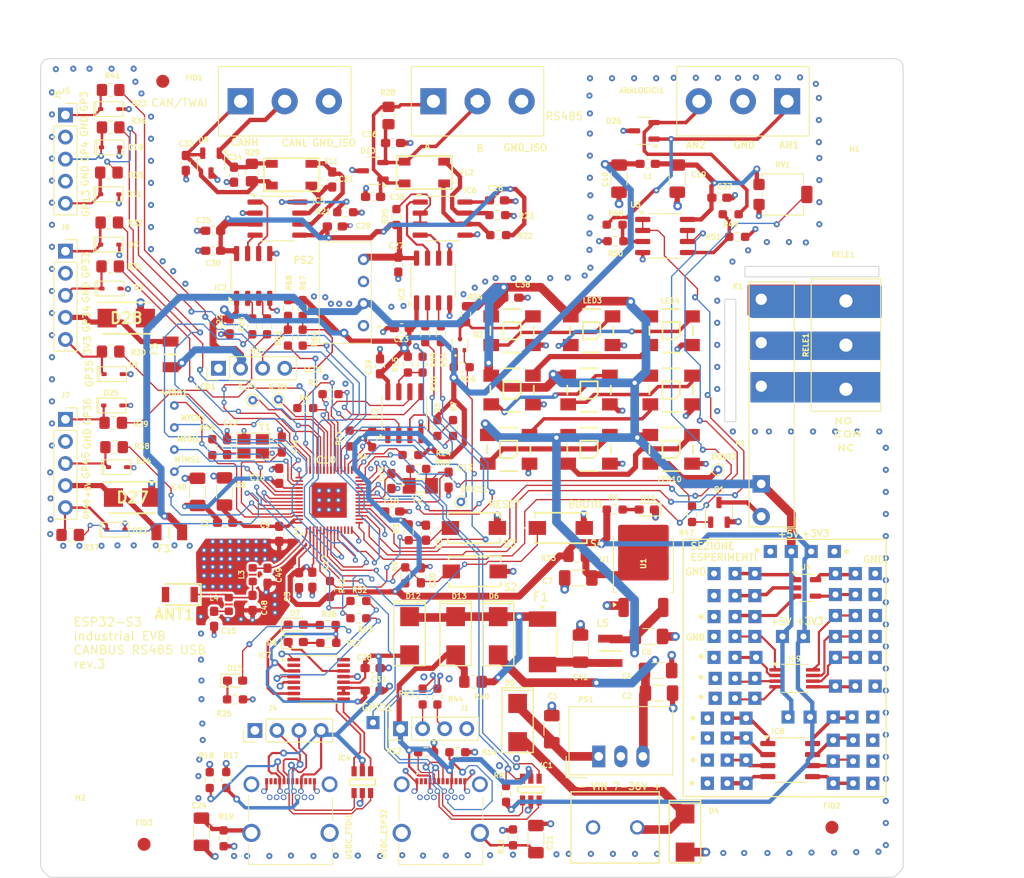
<source format=kicad_pcb>
(kicad_pcb (version 20241229) (generator "pcbnew") (generator_version "9.0")
  (layers (0 "F.Cu" signal) (4 "In1.Cu" signal) (6 "In2.Cu" signal) (2 "B.Cu" signal) (13 "F.Paste" user) (15 "B.Paste" user) (5 "F.SilkS" user "F.Silkscreen") (7 "B.SilkS" user "B.Silkscreen") (1 "F.Mask" user) (3 "B.Mask" user) (25 "Edge.Cuts" user))
  (net 0 "")
  (net 1 "/gerarchico Sheet/GPIO/AN2")
  (net 2 "GND")
  (net 3 "/gerarchico Sheet/GPIO/AN1")
  (net 4 "/gerarchico Sheet/Power/+VIN_PRO")
  (net 5 "GNDISO")
  (net 6 "+5Viso")
  (net 7 "/gerarchico Sheet/ESP32-S3 MCU/RESET")
  (net 8 "/gerarchico Sheet/ESP32-S3 MCU/BUTTON")
  (net 9 "/gerarchico Sheet/bus/CANH_CONN")
  (net 10 "/gerarchico Sheet/bus/CANL_CONN")
  (net 12 "+5V_FTDI")
  (net 13 "+5V")
  (net 14 "+3.3VA")
  (net 15 "Net-(Q1-C)")
  (net 16 "/gerarchico Sheet/bus/A")
  (net 17 "/gerarchico Sheet/bus/B")
  (net 18 "/gerarchico Sheet/ESP32-S3 MCU/LNA_IN")
  (net 19 "Net-(IC8-GND)")
  (net 20 "Net-(IC8-TRIG)")
  (net 21 "Net-(IC8-OUT)")
  (net 22 "Net-(IC8-~{RESET})")
  (net 23 "Net-(IC8-CONT)")
  (net 24 "Net-(IC8-THRES)")
  (net 25 "Net-(IC8-DISCH)")
  (net 26 "Net-(IC8-VCC)")
  (net 27 "/gerarchico Sheet/ESP32-S3 MCU/antenna")
  (net 28 "+3V3")
  (net 29 "/gerarchico Sheet/Power/+5V_DC-DC")
  (net 30 "Net-(Q1-B)")
  (net 31 "Net-(C21-Pad1)")
  (net 32 "Net-(C24-Pad1)")
  (net 33 "/gerarchico Sheet/bus/B_INT")
  (net 34 "/gerarchico Sheet/bus/A_INT")
  (net 35 "/gerarchico Sheet/ESP32-S3 MCU/USBIN2_P")
  (net 36 "/gerarchico Sheet/ESP32-S3 MCU/USBIN2_N")
  (net 37 "Net-(D7-K)")
  (net 38 "Net-(D7-A)")
  (net 39 "Net-(D8-A)")
  (net 40 "Net-(D8-K)")
  (net 41 "/gerarchico Sheet/ESP32-S3 MCU/USBOUT2_P")
  (net 42 "Net-(U1-VO)")
  (net 43 "Net-(IC10-XTAL_N)")
  (net 44 "Net-(Y1-XTAL_2)")
  (net 45 "Net-(IC10-XTAL_32K_P)")
  (net 46 "/gerarchico Sheet/ESP32-S3 MCU/USBOUT2_N")
  (net 47 "/gerarchico Sheet/ESP32-S3 MCU/CAN_TX")
  (net 52 "Net-(IC9-GND)")
  (net 53 "Net-(IC9-~{RESET})")
  (net 54 "Net-(IC9-VCC)")
  (net 55 "Net-(IC9-DISCH)")
  (net 56 "Net-(IC9-CONT)")
  (net 57 "Net-(IC9-OUT)")
  (net 58 "Net-(IC9-TRIG)")
  (net 59 "Net-(IC9-THRES)")
  (net 60 "Net-(IC10-XTAL_32K_N)")
  (net 61 "/gerarchico Sheet/ESP32-S3 MCU/CAN_RX")
  (net 62 "/gerarchico Sheet/ESP32-S3 MCU/485_RX")
  (net 63 "/gerarchico Sheet/Power/+VIN")
  (net 64 "/gerarchico Sheet/ESP32-S3 MCU/+VDDA")
  (net 65 "Net-(IC6-~{RE})")
  (net 66 "Net-(IC5-STBY)")
  (net 67 "Net-(U3A-+)")
  (net 68 "Net-(U3B-+)")
  (net 69 "Net-(U4-IN)")
  (net 70 "Net-(U4-EN)")
  (net 71 "Net-(U4-G1)")
  (net 72 "Net-(U4-OUT)")
  (net 73 "Net-(TP61-Pad1)")
  (net 74 "+5V_ESP32")
  (net 75 "Net-(D14-A)")
  (net 76 "+5V_OUT")
  (net 77 "+3V3_OUT")
  (net 78 "/gerarchico Sheet/ESP32-S3 MCU/485_TX")
  (net 79 "/gerarchico Sheet/bus/USBOUT1_N")
  (net 80 "/gerarchico Sheet/bus/USBOUT1_P")
  (net 81 "/gerarchico Sheet/bus/USBIN1_N")
  (net 82 "/gerarchico Sheet/bus/USBIN1_P")
  (net 83 "/gerarchico Sheet/ESP32-S3 MCU/U0RXD")
  (net 84 "/gerarchico Sheet/ESP32-S3 MCU/U0TXD")
  (net 85 "/gerarchico Sheet/ESP32-S3 MCU/GPIO45")
  (net 86 "Net-(IC10-SPICLK_P)")
  (net 87 "Net-(IC10-GPIO37)")
  (net 88 "/gerarchico Sheet/ESP32-S3 MCU/SPIWP")
  (net 89 "/gerarchico Sheet/ESP32-S3 MCU/GPIO35")
  (net 90 "/gerarchico Sheet/ESP32-S3 MCU/GPIO34")
  (net 91 "Net-(IC10-MTDO)")
  (net 92 "/gerarchico Sheet/ESP32-S3 MCU/BOOT0")
  (net 93 "/gerarchico Sheet/ESP32-S3 MCU/TXD")
  (net 94 "/gerarchico Sheet/ESP32-S3 MCU/SPID")
  (net 95 "/gerarchico Sheet/ESP32-S3 MCU/GPIO3")
  (net 96 "/gerarchico Sheet/Power/+5V_FUS")
  (net 97 "/gerarchico Sheet/ESP32-S3 MCU/I_MATRICE_LED")
  (net 98 "Net-(IC10-MTCK)")
  (net 99 "Net-(IC10-MTDI)")
  (net 100 "/gerarchico Sheet/ESP32-S3 MCU/GPIO33")
  (net 101 "/gerarchico Sheet/ESP32-S3 MCU/SCK")
  (net 102 "Net-(IC10-MTMS)")
  (net 103 "/gerarchico Sheet/ESP32-S3 MCU/GPIO4")
  (net 104 "/gerarchico Sheet/ESP32-S3 MCU/SPIHD")
  (net 105 "Net-(IC10-GPIO38)")
  (net 106 "/gerarchico Sheet/ESP32-S3 MCU/ADC2_CH1")
  (net 107 "Net-(IC10-XTAL_P)")
  (net 108 "/gerarchico Sheet/ESP32-S3 MCU/GPIO36")
  (net 109 "/gerarchico Sheet/ESP32-S3 MCU/GPIO46")
  (net 110 "/gerarchico Sheet/ESP32-S3 MCU/GPIO13")
  (net 111 "/gerarchico Sheet/ESP32-S3 MCU/RXD")
  (net 112 "/gerarchico Sheet/ESP32-S3 MCU/ADC1_CH9")
  (net 113 "/gerarchico Sheet/ESP32-S3 MCU/SPIQ")
  (net 114 "Net-(IC10-SPICLK_N)")
  (net 115 "Net-(IC10-SPICS1)")
  (net 116 "/gerarchico Sheet/ESP32-S3 MCU/ADC2_CH0")
  (net 117 "/gerarchico Sheet/Power/+5V_PRO")
  (net 118 "/gerarchico Sheet/ESP32-S3 MCU/GPIO1")
  (net 119 "/gerarchico Sheet/ESP32-S3 MCU/RELE")
  (net 120 "/gerarchico Sheet/ESP32-S3 MCU/SPICS0")
  (net 121 "/gerarchico Sheet/GPIO/NO")
  (net 122 "Net-(LED2-DOUT)")
  (net 123 "/gerarchico Sheet/GPIO/NC")
  (net 124 "Net-(LED3-DOUT)")
  (net 125 "Net-(LED5-DOUT)")
  (net 126 "Net-(LED6-DOUT)")
  (net 127 "/gerarchico Sheet/GPIO/COM")
  (net 128 "/gerarchico Sheet/ESP32-S3 MCU/SDA")
  (net 129 "/gerarchico Sheet/ESP32-S3 MCU/SCL")
  (net 130 "/gerarchico Sheet/LED_MATRIX_WS2812B/LED_DOUT1")
  (net 131 "/gerarchico Sheet/LED_MATRIX_WS2812B/LED_DOUT2")
  (net 132 "/gerarchico Sheet/ESP32-S3 MCU/MOSI")
  (net 133 "/gerarchico Sheet/ESP32-S3 MCU/CS")
  (net 134 "/gerarchico Sheet/ESP32-S3 MCU/WP")
  (net 135 "/gerarchico Sheet/ESP32-S3 MCU/MISO")
  (net 136 "Net-(USBC_ESP32-CC1)")
  (net 137 "Net-(USBC_ESP32-CC2)")
  (net 138 "Net-(USBC_FTDI1-CC2)")
  (net 139 "Net-(USBC_FTDI1-CC1)")
  (net 165 "Net-(LED2-DIN)")
  (net 166 "Net-(LED8-DOUT)")
  (net 167 "Net-(LED10-DIN)")
  (net 168 "Net-(LED10-DOUT)")
  (net 169 "/gerarchico Sheet/ESP32-S3 MCU/SDA_INT")
  (net 170 "Net-(J1-Pin_2)")
  (net 171 "Net-(J1-Pin_3)")
  (net 173 "Net-(IC10-GPIO17{slash}U1TX(O))")
  (net 174 "Net-(IC10-GPIO18{slash}U1RX(I))")
  (net 175 "Net-(IC10-VDD_SPI)")
  (net 176 "Net-(C15-Pad1)")
  (net 177 "/gerarchico Sheet/ESP32-S3 MCU/SCL_INT")
  (net 178 "/gerarchico Sheet/ESP32-S3 MCU/HOLD")
  (net 179 "Net-(D15-A)")
  (net 180 "Net-(D15-K)")
  (net 183 "/gerarchico Sheet/bus/CANL")
  (net 184 "/gerarchico Sheet/bus/CANH")
  (net 185 "/gerarchico Sheet/bus/VCCIO")
  (net 186 "/gerarchico Sheet/GPIO/GPIO35_CONN")
  (net 187 "/gerarchico Sheet/GPIO/GPIO34_CONN")
  (net 188 "/gerarchico Sheet/GPIO/GPIO33_CONN")
  (net 189 "/gerarchico Sheet/GPIO/GPIO13_CONN")
  (net 190 "/gerarchico Sheet/GPIO/GPIO4_CONN")
  (net 191 "/gerarchico Sheet/GPIO/GPIO46_CONN")
  (net 192 "/gerarchico Sheet/GPIO/GPIO3_CONN")
  (net 193 "/gerarchico Sheet/GPIO/GPIO45_CONN")
  (net 194 "/gerarchico Sheet/GPIO/GPIO36_CONN")
  (net 195 "/gerarchico Sheet/bus/CANTXD_OPTO")
  (net 196 "/gerarchico Sheet/bus/CANRXD_OPTO")
  (net 197 "/gerarchico Sheet/bus/485RXD_OPTO")
  (net 198 "/gerarchico Sheet/bus/485TXD_OPTO")
  (footprint "Capacitor_SMD:C_1206_3216Metric_Pad1.33x1.80mm_HandSolder" (layer "F.Cu") (at 114.9615 91.347 90)
    (property "Reference" "C40")
    (property "Value" "10uF 50V")
  )
  (footprint "scheda di sviluppo industriale:TEA10505" (layer "F.Cu") (at 134.0625 72.22 90)
    (property "Reference" "PS2")
    (property "Value" "TEA_1-0505" (hide yes))
  )
  (footprint "libraryloader:TestPoint_Pad_through hole 1.5mm" (layer "F.Cu") (at 173.6355 119.668)
    (property "Reference" "TP68" (hide yes))
    (property "Value" "TestPoint")
  )
  (footprint "libraryloader:TestPoint_Pad_through hole 1.5mm" (layer "F.Cu") (at 188.3675 105.571)
    (property "Reference" "TP39" (hide yes))
    (property "Value" "TestPoint")
  )
  (footprint "Capacitor_SMD:C_0603_1608Metric_Pad1.08x0.95mm_HandSolder" (layer "F.Cu") (at 151.0625 69)
    (property "Reference" "C38")
    (property "Value" "100nF")
  )
  (footprint "Capacitor_SMD:C_1206_3216Metric_Pad1.33x1.80mm_HandSolder" (layer "F.Cu") (at 153.8997 131.3012 90)
    (property "Reference" "C21")
    (property "Value" "3n3F 1kV")
  )
  (footprint "libraryloader:TestPoint_Pad_through hole 1.5mm" (layer "F.Cu") (at 174.5245 112.81)
    (property "Reference" "TP46" (hide yes))
    (property "Value" "TestPoint")
  )
  (footprint "scheda di sviluppo industriale:SOD-323" (layer "F.Cu") (at 104.8625 57.1)
    (property "Reference" "D11")
    (property "Value" "ESD7351HT1G")
  )
  (footprint "libraryloader:TestPoint_Pad_through hole 1.5mm" (layer "F.Cu") (at 176.8105 115.096)
    (property "Reference" "TP26" (hide yes))
    (property "Value" "TestPoint")
  )
  (footprint "Capacitor_SMD:C_0603_1608Metric_Pad1.08x0.95mm_HandSolder" (layer "F.Cu") (at 137.3625 93.6)
    (property "Reference" "C18")
    (property "Value" "100nF")
  )
  (footprint "scheda di sviluppo industriale:SOD-323" (layer "F.Cu") (at 104.9625 51.7)
    (property "Reference" "D19")
    (property "Value" "ESD7351HT1G")
  )
  (footprint "libraryloader:TerminalBlock_bornier-3_P5.08mm" (layer "F.Cu") (at 177.725 46.4 180)
    (property "Reference" "ANALOGICI1")
    (property "Value" "282837-3")
  )
  (footprint "libraryloader:TestPoint_Pad_through hole 1.5mm" (layer "F.Cu") (at 178.0805 122.208)
    (property "Reference" "TP15" (hide yes))
    (property "Value" "TestPoint")
  )
  (footprint "libraryloader:TestPoint_Pad_through hole 1.5mm" (layer "F.Cu") (at 192.6625 124.875)
    (property "Reference" "TP69" (hide yes))
    (property "Value" "TestPoint")
  )
  (footprint "libraryloader:TestPoint_Pad_through hole 1.5mm" (layer "F.Cu") (at 192.9395 113.699)
    (property "Reference" "TP34" (hide yes))
    (property "Value" "TestPoint")
  )
  (footprint "Resistor_SMD:R_0603_1608Metric_Pad0.98x0.95mm_HandSolder" (layer "F.Cu") (at 116.3625 124.5125 -90)
    (property "Reference" "R18")
    (property "Value" "5k1")
  )
  (footprint "Resistor_SMD:R_0603_1608Metric_Pad0.98x0.95mm_HandSolder" (layer "F.Cu") (at 131.9541 59.1652)
    (property "Reference" "R21")
    (property "Value" "470R")
  )
  (footprint "Connector_PinSocket_2.54mm:PinSocket_1x05_P2.54mm_Vertical" (layer "F.Cu") (at 99.7625 63.65)
    (property "Reference" "J6")
    (property "Value" "Conn_01x05_Socket")
  )
  (footprint "libraryloader:TestPoint_Pad_through hole 1.5mm" (layer "F.Cu") (at 188.2405 98.205)
    (property "Reference" "TP71" (hide yes))
    (property "Value" "TestPoint")
  )
  (footprint "Capacitor_SMD:C_0603_1608Metric_Pad1.08x0.95mm_HandSolder" (layer "F.Cu") (at 149.425 57.8)
    (property "Reference" "C26")
    (property "Value" "100nF")
  )
  (footprint "Resistor_SMD:R_0603_1608Metric_Pad0.98x0.95mm_HandSolder" (layer "F.Cu") (at 127.3625 81.7 180)
    (property "Reference" "R6")
    (property "Value" "0R")
  )
  (footprint "libraryloader:TestPoint_Pad_through hole 1.5mm" (layer "F.Cu") (at 192.6625 119.922)
    (property "Reference" "TP55" (hide yes))
    (property "Value" "TestPoint")
  )
  (footprint "Capacitor_SMD:C_0603_1608Metric_Pad1.08x0.95mm_HandSolder" (layer "F.Cu") (at 116.8665 105.952 -90)
    (property "Reference" "C15")
    (property "Value" "1p8F")
  )
  (footprint "TestPoint:TestPoint_THTPad_D1.0mm_Drill0.5mm" (layer "F.Cu") (at 112.2945 86.48)
    (property "Reference" "MTDI1" (hide yes))
    (property "Value" "TestPoint")
  )
  (footprint "Resistor_SMD:R_0603_1608Metric_Pad0.98x0.95mm_HandSolder" (layer "F.Cu") (at 140.8625 114.9 -90)
    (property "Reference" "R43")
    (property "Value" "0R")
  )
  (footprint "Resistor_SMD:R_0603_1608Metric_Pad0.98x0.95mm_HandSolder" (layer "F.Cu") (at 127.0625 70.1888 90)
    (property "Reference" "R67")
    (property "Value" "1k5")
  )
  (footprint "scheda di sviluppo industriale:1812L010DR" (layer "F.Cu") (at 154.6625 108.6 -90)
    (property "Reference" "F1")
    (property "Value" "1812L150_24MR" (hide yes))
  )
  (footprint "Capacitor_SMD:C_1206_3216Metric_Pad1.33x1.80mm_HandSolder" (layer "F.Cu") (at 170.1625 55.3 -90)
    (property "Reference" "C19")
    (property "Value" "10uF 50V")
  )
  (footprint "scheda di sviluppo industriale:SOT23-6" (layer "F.Cu") (at 153.3155 125.6 90)
    (property "Reference" "IC1")
    (property "Value" "USBLC6-2SC6" (hide yes))
  )
  (footprint "scheda di sviluppo industriale:SOD-323" (layer "F.Cu") (at 105.0125 67.95)
    (property "Reference" "D2")
    (property "Value" "ESD7351HT1G")
  )
  (footprint "libraryloader:TestPoint_Pad_through hole 1.5mm" (layer "F.Cu") (at 180.8745 98.205)
    (property "Reference" "TP70" (hide yes))
    (property "Value" "TestPoint")
  )
  (footprint "Capacitor_SMD:C_0603_1608Metric_Pad1.08x0.95mm_HandSolder" (layer "F.Cu") (at 138.0625 65.2 -90)
    (property "Reference" "C27")
    (property "Value" "100nF")
  )
  (footprint "Resistor_SMD:R_0805_2012Metric_Pad1.20x1.40mm_HandSolder" (layer "F.Cu") (at 104.7625 54.6)
    (property "Reference" "R35")
    (property "Value" "49R9")
  )
  (footprint "libraryloader:TestPoint_Pad_through hole 1.5mm" (layer "F.Cu") (at 174.5245 115.096)
    (property "Reference" "TP36" (hide yes))
    (property "Value" "TestPoint")
  )
  (footprint "Capacitor_SMD:C_0603_1608Metric_Pad1.08x0.95mm_HandSolder" (layer "F.Cu") (at 175.0125 57.5)
    (property "Reference" "C37")
    (property "Value" "100nF")
  )
  (footprint "Resistor_SMD:R_0603_1608Metric_Pad0.98x0.95mm_HandSolder" (layer "F.Cu") (at 139.2625 96 90)
    (property "Reference" "R3")
    (property "Value" "100K")
  )
  (footprint "libraryloader:TestPoint_Pad_through hole 1.5mm" (layer "F.Cu") (at 176.8105 107.984)
    (property "Reference" "TP37" (hide yes))
    (property "Value" "TestPoint")
  )
  (footprint "libraryloader:TestPoint_Pad_through hole 1.5mm" (layer "F.Cu") (at 176.8105 103.285)
    (property "Reference" "TP58" (hide yes))
    (property "Value" "TestPoint")
  )
  (footprint "Resistor_SMD:R_0603_1608Metric_Pad0.98x0.95mm_HandSolder" (layer "F.Cu") (at 133.4725 105.89)
    (property "Reference" "R53")
    (property "Value" "0R")
  )
  (footprint "libraryloader:TestPoint_Pad_through hole 1.5mm" (layer "F.Cu") (at 192.9395 100.745)
    (property "Reference" "TP63" (hide yes))
    (property "Value" "TestPoint")
  )
  (footprint "Capacitor_SMD:C_1206_3216Metric_Pad1.33x1.80mm_HandSolder" (layer "F.Cu") (at 155.7285 118.652 90)
    (property "Reference" "C1")
    (property "Value" "10uF_50V")
  )
  (footprint "MountingHole:MountingHole_3.2mm_M3" (layer "F.Cu") (at 101.4832 130.7476)
    (property "Reference" "H2")
    (property "Value" "MountingHole")
  )
  (footprint "Resistor_SMD:R_0603_1608Metric_Pad0.98x0.95mm_HandSolder" (layer "F.Cu") (at 149.4625 59.5 180)
    (property "Reference" "R23")
    (property "Value" "1k")
  )
  (footprint "scheda di sviluppo industriale:WS2812B" (layer "F.Cu") (at 150.7625 86.45 90)
    (property "Reference" "LED8" (hide yes))
    (property "Value" "WS2812B" (hide yes))
  )
  (footprint "Package_SO:SO-8_3.9x4.9mm_P1.27mm" (layer "F.Cu") (at 143.1625 59.9)
    (property "Reference" "IC6")
    (property "Value" "MAX13488EESA+T")
  )
  (footprint "Capacitor_SMD:C_0603_1608Metric_Pad1.08x0.95mm_HandSolder" (layer "F.Cu") (at 143.85 89.95 90)
    (property "Reference" "C13")
    (property "Value" "30pF")
  )
  (footprint "libraryloader:TestPoint_Pad_through hole 1.5mm" (layer "F.Cu") (at 188.1135 119.922)
    (property "Reference" "TP3" (hide yes))
    (property "Value" "TestPoint")
  )
  (footprint "Resistor_SMD:R_0805_2012Metric_Pad1.20x1.40mm_HandSolder" (layer "F.Cu") (at 104.9625 75.2)
    (property "Reference" "R30")
    (property "Value" "49R9")
  )
  (footprint "Package_TO_SOT_SMD:SOT-23-5" (layer "F.Cu") (at 184.9385 102.396)
    (property "Reference" "U4")
    (property "Value" "NCP718xSN180")
  )
  (footprint "Package_TO_SOT_SMD:SOT-23-3" (layer "F.Cu") (at 135.1625 54.4 180)
    (property "Reference" "D10")
    (property "Value" "PESD2CANFD27L-TR")
  )
  (footprint "Connector_PinHeader_2.54mm:PinHeader_1x04_P2.54mm_Vertical" (layer "F.Cu") (at 138.3225 118.6 90)
    (property "Reference" "J1")
    (property "Value" "Conn_01x04_Pin")
  )
  (footprint "libraryloader:TestPoint_Pad_through hole 1.5mm" (layer "F.Cu") (at 192.9395 110.397)
    (property "Reference" "TP54" (hide yes))
    (property "Value" "TestPoint")
  )
  (footprint "libraryloader:TestPoint_Pad_through hole 1.5mm" (layer "F.Cu") (at 188.3675 103.158)
    (property "Reference" "TP61" (hide yes))
    (property "Value" "TestPoint")
  )
  (footprint "libraryloader:TestPoint_Pad_through hole 1.5mm" (layer "F.Cu") (at 192.6855 122.335)
    (property "Reference" "TP43" (hide yes))
    (property "Value" "TestPoint")
  )
  (footprint "Resistor_SMD:R_0603_1608Metric_Pad0.98x0.95mm_HandSolder" (layer "F.Cu") (at 130.0125 108.725)
    (property "Reference" "R27")
    (property "Value" "470R")
  )
  (footprint "Resistor_SMD:R_0805_2012Metric_Pad1.20x1.40mm_HandSolder" (layer "F.Cu") (at 100.3125 96.3)
    (property "Reference" "R37")
    (property "Value" "49R9")
  )
  (footprint "libraryloader:TestPoint_Pad_through hole 1.5mm" (layer "F.Cu") (at 174.3975 103.285)
    (property "Reference" "TP50" (hide yes))
    (property "Value" "TestPoint")
  )
  (footprint "Resistor_SMD:R_0603_1608Metric_Pad0.98x0.95mm_HandSolder" (layer "F.Cu") (at 142.5625 84 90)
    (property "Reference" "R5")
    (property "Value" "100K")
  )
  (footprint "scheda di sviluppo industriale:WS2812B" (layer "F.Cu") (at 151.1565 72.8 90)
    (property "Reference" "LED2" (hide yes))
    (property "Value" "WS2812B" (hide yes))
  )
  (footprint "TestPoint:TestPoint_THTPad_D1.0mm_Drill0.5mm" (layer "F.Cu") (at 112.2945 83.94)
    (property "Reference" "MTCK1" (hide yes))
    (property "Value" "TestPoint")
  )
  (footprint "Resistor_SMD:R_0603_1608Metric_Pad0.98x0.95mm_HandSolder" (layer "F.Cu") (at 135.0625 85.3 -90)
    (property "Reference" "R4")
    (property "Value" "100K")
  )
  (footprint "Fiducial:Fiducial_1.5mm_Mask3mm" (layer "F.Cu") (at 108.8125 131.9)
    (property "Reference" "FID3")
    (property "Value" "Fiducial")
  )
  (footprint "scheda di sviluppo industriale:WS2812B" (layer "F.Cu") (at 160.0125 86.45 90)
    (property "Reference" "LED9" (hide yes))
    (property "Value" "WS2812B" (hide yes))
  )
  (footprint "Capacitor_SMD:C_1206_3216Metric_Pad1.33x1.80mm_HandSolder" (layer "F.Cu") (at 168.0625 114.5)
    (property "Reference" "C2")
    (property "Value" "10uF_50V")
  )
  (footprint "Resistor_SMD:R_0805_2012Metric_Pad1.20x1.40mm_HandSolder" (layer "F.Cu") (at 104.8125 60.35)
    (property "Reference" "R32")
    (property "Value" "49R9")
  )
  (footprint "Resistor_SMD:R_0805_2012Metric_Pad1.20x1.40mm_HandSolder" (layer "F.Cu") (at 146.6625 113.2)
    (property "Reference" "R40")
    (property "Value" "0R 0.5W 0805")
  )
  (footprint "Capacitor_SMD:C_1206_3216Metric_Pad1.33x1.80mm_HandSolder" (layer "F.Cu") (at 167.9625 111.9)
    (property "Reference" "C4")
    (property "Value" "10uF_50V")
  )
  (footprint "Resistor_SMD:R_0603_1608Metric_Pad0.98x0.95mm_HandSolder" (layer "F.Cu") (at 141.1625 73.2 -90)
    (property "Reference" "R55")
    (property "Value" "0R")
  )
  (footprint "libraryloader:TestPoint_Pad_through hole 1.5mm" (layer "F.Cu") (at 182.2715 107.984)
    (property "Reference" "TP18" (hide yes))
    (property "Value" "TestPoint")
  )
  (footprint "Resistor_SMD:R_0805_2012Metric_Pad1.20x1.40mm_HandSolder" (layer "F.Cu") (at 136.9325 48.04 90)
    (property "Reference" "R28")
    (property "Value" "120R")
  )
  (footprint "libraryloader:TestPoint_Pad_through hole 1.5mm" (layer "F.Cu") (at 174.3975 105.698)
    (property "Reference" "TP57" (hide yes))
    (property "Value" "TestPoint")
  )
  (footprint "Capacitor_SMD:C_1206_3216Metric_Pad1.33x1.80mm_HandSolder" (layer "F.Cu") (at 115.4125 130.45 -90)
    (property "Reference" "C24")
    (property "Value" "3n3F 1kV")
  )
  (footprint "libraryloader:ACT45B1012PTL003" (layer "F.Cu") (at 125.7875 54.85 180)
    (property "Reference" "FL1")
    (property "Value" "ACT45B-101-2P-TL003" (hide yes))
  )
  (footprint "Connector_PinSocket_2.54mm:PinSocket_1x05_P2.54mm_Vertical" (layer "F.Cu") (at 99.7625 83)
    (property "Reference" "J7")
    (property "Value" "Conn_01x05_Socket")
  )
  (footprint "libraryloader:TestPoint_Pad_through hole 1.5mm" (layer "F.Cu") (at 192.9395 103.158)
    (property "Reference" "TP56" (hide yes))
    (property "Value" "TestPoint")
  )
  (footprint "libraryloader:TestPoint_Pad_through hole 1.5mm" (layer "F.Cu") (at 174.3975 107.984)
    (property "Reference" "TP41" (hide yes))
    (property "Value" "TestPoint")
  )
  (footprint "Package_TO_SOT_SMD:SOT-523" (layer "F.Cu") (at 145.1625 74.4 90)
    (property "Reference" "Q2")
    (property "Value" "DMG1012T")
  )
  (footprint "Capacitor_SMD:C_0603_1608Metric_Pad1.08x0.95mm_HandSolder" (layer "F.Cu") (at 140.6625 100.95 90)
    (property "Reference" "C20")
    (property "Value" "100nF")
  )
  (footprint "libraryloader:TestPoint_Pad_through hole 1.5mm" (layer "F.Cu") (at 188.3675 113.699)
    (property "Reference" "TP31" (hide yes))
    (property "Value" "TestPoint")
  )
  (footprint "libraryloader:TestPoint_Pad_through hole 1.5mm" (layer "F.Cu") (at 190.6535 107.984)
    (property "Reference" "TP22" (hide yes))
    (property "Value" "TestPoint")
  )
  (footprint "scheda di sviluppo industriale:FL4000157Z" (layer "F.Cu") (at 121.3625 86.1 180)
    (property "Reference" "Y1")
    (property "Value" "FL4000157Z" (hide yes))
  )
  (footprint "libraryloader:TestPoint_Pad_through hole 1.5mm" (layer "F.Cu") (at 178.0805 117.382)
    (property "Reference" "TP13" (hide yes))
    (property "Value" "TestPoint")
  )
  (footprint "Resistor_SMD:R_0603_1608Metric_Pad0.98x0.95mm_HandSolder" (layer "F.Cu") (at 117.9625 131.2125 90)
    (property "Reference" "R19")
    (property "Value" "1M")
  )
  (footprint "Package_SO:SO-8_3.9x4.9mm_P1.27mm" (layer "F.Cu") (at 168.7625 61.9)
    (property "Reference" "U3")
    (property "Value" "LMV358IDR")
  )
  (footprint "libraryloader:TestPoint_Pad_through hole 1.5mm" (layer "F.Cu") (at 178.0805 119.668)
    (property "Reference" "TP5" (hide yes))
    (property "Value" "TestPoint")
  )
  (footprint "scheda di sviluppo industriale:SOD-323" (layer "F.Cu") (at 104.8625 62.9)
    (property "Reference" "D3")
    (property "Value" "ESD7351HT1G")
  )
  (footprint "Inductor_SMD:L_0603_1608Metric" (layer "F.Cu") (at 121.3115 100.872 -90)
    (property "Reference" "L3")
    (property "Value" "2n4H")
  )
  (footprint "libraryloader:SMA" (layer "F.Cu") (at 144.6625 107.9 -90)
    (property "Reference" "D13")
    (property "Value" "CDBA340-HF" (hide yes))
  )
  (footprint "scheda di sviluppo industriale:EVQPE104K" (layer "F.Cu") (at 156.7625 95.5)
    (property "Reference" "S4")
    (property "Value" "EVQ-PE104K" (hide yes))
  )
  (footprint "Capacitor_SMD:C_0603_1608Metric_Pad1.08x0.95mm_HandSolder" (layer "F.Cu") (at 116.7625 63.6 180)
    (property "Reference" "C30")
    (property "Value" "100nF")
  )
  (footprint "Potentiometer_SMD:Potentiometer_Bourns_3314G_Vertical" (layer "F.Cu") (at 182.323 57.122 90)
    (property "Reference" "RV1")
    (property "Value" "10k")
  )
  (footprint "Capacitor_SMD:C_0603_1608Metric_Pad1.08x0.95mm_HandSolder" (layer "F.Cu") (at 135.1625 57.4)
    (property "Reference" "C35")
    (property "Value" "100PF")
  )
  (footprint "libraryloader:TestPoint_Pad_through hole 1.5mm" (layer "F.Cu") (at 178.0805 124.875)
    (property "Reference" "TP6" (hide yes))
    (property "Value" "TestPoint")
  )
  (footprint "Resistor_SMD:R_0805_2012Metric_Pad1.20x1.40mm_HandSolder" (layer "F.Cu") (at 104.9625 49.4)
    (property "Reference" "R36")
    (property "Value" "49R9")
  )
  (footprint "Package_SO:SO-8_3.9x4.9mm_P1.27mm" (layer "F.Cu") (at 183.1625 122.208)
    (property "Reference" "IC8")
    (property "Value" "NE555DR")
  )
  (footprint "Package_SO:TSSOP-16_4.4x5mm_P0.65mm" (layer "F.Cu") (at 128.9 112.925)
    (property "Reference" "IC7")
    (property "Value" "FT230XS-R")
  )
  (footprint "libraryloader:TestPoint_Pad_through hole 1.5mm" (layer "F.Cu") (at 190.3995 122.335)
    (property "Reference" "TP1" (hide yes))
    (property "Value" "TestPoint")
  )
  (footprint "Capacitor_SMD:C_0603_1608Metric_Pad1.08x0.95mm_HandSolder" (layer "F.Cu") (at 138.4625 72.5 180)
    (property "Reference" "C23")
    (property "Value" "100nF")
  )
  (footprint "Fiducial:Fiducial_1.5mm_Mask3mm" (layer "F.Cu") (at 187.9625 129.95)
    (property "Reference" "FID2")
    (property "Value" "Fiducial")
  )
  (footprint "Resistor_SMD:R_0603_1608Metric_Pad0.98x0.95mm_HandSolder" (layer "F.Cu") (at 149.5625 61.8)
    (property "Reference" "R22")
    (property "Value" "1k")
  )
  (footprint "libraryloader:TestPoint_Pad_through hole 1.5mm" (layer "F.Cu") (at 179.0965 112.81)
    (property "Reference" "TP44" (hide yes))
    (property "Value" "TestPoint")
  )
  (footprint "Package_TO_SOT_SMD:SOT-23-3" (layer "F.Cu") (at 174.9625 93.7 90)
    (property "Reference" "Q1")
    (property "Value" "DRDC3105F-7")
  )
  (footprint "Capacitor_SMD:C_0603_1608Metric_Pad1.08x0.95mm_HandSolder" (layer "F.Cu") (at 135.1125 111.625)
    (property "Reference" "C28")
    (property "Value" "100nF")
  )
  (footprint "Relay_THT:Relay_SPDT_Finder_34.51_Vertical" (layer "F.Cu") (at 179.827 90.43 90)
    (property "Reference" "K1")
    (property "Value" "FINDER-34.51" (hide yes))
  )
  (footprint "SamacSys_Parts:DIOM5436X244N" (layer "F.Cu") (at 107.4875 91.9924)
    (property "Reference" "D27")
    (property "Value" "SMBJ5.0A" (hide yes))
  )
  (footprint "Package_SO:SO-8_3.9x4.9mm_P1.27mm" (layer "F.Cu") (at 142.0675 67.025 90)
    (property "Reference" "IC3")
    (property "Value" "ADUM3201ARZ-RL7")
  )
  (footprint "libraryloader:TestPoint_Pad_through hole 1.5mm" (layer "F.Cu") (at 182.9065 117.255)
    (property "Reference" "TP17" (hide yes))
    (property "Value" "TestPoint")
  )
  (footprint "libraryloader:TestPoint_Pad_through hole 1.5mm" (layer "F.Cu") (at 190.3995 119.922)
    (property "Reference" "TP4" (hide yes))
    (property "Value" "TestPoint")
  )
  (footprint "libraryloader:UJ31CHG2SMTTR" (layer "F.Cu") (at 142.9565 130.59)
    (property "Reference" "USBC_ESP32")
    (property "Value" "UJ31-CH-G2-SMT-TR" (hide yes))
  )
  (footprint "Library loader:2828372" (layer "F.Cu") (at 160.4735 129.955)
    (property "Reference" "EXT_POWER1" (hide yes))
    (property "Value" "282837-2" (hide yes))
  )
  (footprint "libraryloader:TestPoint_Pad_through hole 1.5mm" (layer "F.Cu") (at 188.3675 110.397)
    (property "Reference" "TP20" (hide yes))
    (property "Value" "TestPoint")
  )
  (footprint "libraryloader:TestPoint_Pad_through hole 1.5mm" (layer "F.Cu") (at 179.0965 103.285)
    (property "Reference" "TP62" (hide yes))
    (property "Value" "TestPoint")
  )
  (footprint "libraryloader:TestPoint_Pad_through hole 1.5mm" (layer "F.Cu") (at 173.6355 124.875)
    (property "Reference" "TP45" (hide yes))
    (property "Value" "TestPoint")
  )
  (footprint "Resistor_SMD:R_0603_1608Metric_Pad0.98x0.95mm_HandSolder" (layer "F.Cu") (at 144.3625 84 90)
    (property "Reference" "R7")
    (property "Value" "0R")
  )
  (footprint "Inductor_SMD:L_0603_1608Metric_Pad1.05x0.95mm_HandSolder" (layer "F.Cu") (at 118.1365 94.903 180)
    (property "Reference" "L2")
    (property "Value" "BLM18AG102SN1D")
  )
  (footprint "Capacitor_SMD:C_0603_1608Metric_Pad1.08x0.95mm_HandSolder" (layer "F.Cu") (at 124.6625 85.9 -90)
    (property "Reference" "C11")
    (property "Value" "20pF")
  )
  (footprint "Resistor_SMD:R_0603_1608Metric_Pad0.98x0.95mm_HandSolder" (layer "F.Cu") (at 151.2625 131.1 -90)
    (property "Reference" "R13")
    (property "Value" "1M")
  )
  (footprint "libraryloader:TestPoint_Pad_through hole 1.5mm" (layer "F.Cu") (at 190.6535 100.745)
    (property "Reference" "TP60" (hide yes))
    (property "Value" "TestPoint")
  )
  (footprint "Resistor_SMD:R_0603_1608Metric_Pad0.98x0.95mm_HandSolder" (layer "F.Cu") (at 144.8625 121.3)
    (property "Reference" "R14")
    (property "Value" "5k1")
  )
  (footprint "LED_SMD:LED_0603_1608Metric_Pad1.05x0.95mm_HandSolder" (layer "F.Cu") (at 166.6505 93.379 180)
    (property "Reference" "D14")
    (property "Value" "LED")
  )
  (footprint "scheda di sviluppo industriale:WS2812B" (layer "F.Cu") (at 169.4625 79.625 90)
    (property "Reference" "LED7" (hide yes))
    (property "Value" "WS2812B" (hide yes))
  )
  (footprint "scheda di sviluppo industriale:EVQPE104K" (layer "F.Cu") (at 146.8625 100.5)
    (property "Reference" "S2")
    (property "Value" "EVQ-PE104K" (hide yes))
  )
  (footprint "Resistor_SMD:R_0603_1608Metric_Pad0.98x0.95mm_HandSolder" (layer "F.Cu") (at 162.9625 60.6)
    (property "Reference" "R48")
    (property "Value" "47k")
  )
  (footprint "Capacitor_SMD:C_0603_1608Metric_Pad1.08x0.95mm_HandSolder" (layer "F.Cu") (at 118.3625 86.2 90)
    (property "Reference" "C12")
    (property "Value" "20pF")
  )
  (footprint "TestPoint:TestPoint_THTPad_D1.0mm_Drill0.5mm" (layer "F.Cu") (at 112.2945 81.4)
    (property "Reference" "MTDO1")
    (property "Value" "TestPoint")
  )
  (footprint "Converter_DCDC:Converter_DCDC_TRACO_TSR-1_THT" (layer "F.Cu") (at 161.13 121.7825)
    (property "Reference" "PS1")
    (property "Value" "TSR_1-2450")
  )
  (footprint "Resistor_SMD:R_0603_1608Metric_Pad0.98x0.95mm_HandSolder" (layer "F.Cu") (at 139.1625 76.7 90)
    (property "Reference" "R15")
    (property "Value" "100K")
  )
  (footprint "Resistor_SMD:R_0603_1608Metric_Pad0.98x0.95mm_HandSolder" (layer "F.Cu") (at 133.4725 103.9)
    (property "Reference" "R52")
    (property "Value" "0R")
  )
  (footprint "TestPoint:TestPoint_THTPad_D1.0mm_Drill0.5mm" (layer "F.Cu") (at 124.2625 80.7)
    (property "Reference" "K_N1" (hide yes))
    (property "Value" "TestPoint")
  )
  (footprint "libraryloader:TestPoint_Pad_through hole 1.5mm" (layer "F.Cu") (at 179.0965 100.745)
    (property "Reference" "TP48" (hide yes))
    (property "Value" "TestPoint")
  )
  (footprint "libraryloader:TestPoint_Pad_through hole 1.5mm" (layer "F.Cu") (at 183.2875 98.205)
    (property "Reference" "TP19" (hide yes))
    (property "Value" "TestPoint")
  )
  (footprint "libraryloader:TestPoint_Pad_through hole 1.5mm" (layer "F.Cu") (at 174.3975 100.745)
    (property "Reference" "TP51" (hide yes))
    (property "Value" "TestPoint")
  )
  (footprint "Capacitor_SMD:C_0603_1608Metric_Pad1.08x0.95mm_HandSolder" (layer "F.Cu") (at 123.0133 100.999 -90)
    (property "Reference" "C49")
    (property "Value" "1p8F")
  )
  (footprint "libraryloader:TestPoint_Pad_through hole 1.5mm" (layer "F.Cu") (at 188.1135 122.335)
    (property "Reference" "TP2" (hide yes))
    (property "Value" "TestPoint")
  )
  (footprint "TestPoint:TestPoint_THTPad_D1.0mm_Drill0.5mm" (layer "F.Cu") (at 121.3115 80.806)
    (property "Reference" "K_P1")
    (property "Value" "TestPoint")
  )
  (footprint "Package_TO_SOT_SMD:SOT-23-3" (layer "F.Cu") (at 166.3625 49.8 180)
    (property "Reference" "D26")
    (property "Value" "PESD2CANFD27L-TR")
  )
  (footprint "libraryloader:TestPoint_Pad_through hole 1.5mm" (layer "F.Cu") (at 190.6535 113.699)
    (property "Reference" "TP32" (hide yes))
    (property "Value" "TestPoint")
  )
  (footprint "scheda di sviluppo industriale:1206L05015YR" (layer "F.Cu") (at 111.8625 75.525 90)
    (property "Reference" "F5")
    (property "Value" "1206L050_15YR" (hide yes))
  )
  (footprint "Capacitor_SMD:C_0603_1608Metric_Pad1.08x0.95mm_HandSolder" (layer "F.Cu") (at 113.6125 53.5 -90)
    (property "Reference" "C33")
    (property "Value" "100PF")
  )
  (footprint "scheda di sviluppo industriale:SOD-323" (layer "F.Cu") (at 104.8625 47.3)
    (property "Reference" "D23")
    (property "Value" "ESD7351HT1G")
  )
  (footprint "Resistor_SMD:R_0805_2012Metric_Pad1.20x1.40mm_HandSolder" (layer "F.Cu") (at 105.2625 83.4)
    (property "Reference" "R39")
    (property "Value" "49R9")
  )
  (footprint "libraryloader:TestPoint_Pad_through hole 1.5mm" (layer "F.Cu") (at 192.6625 117.255)
    (property "Reference" "TP67" (hide yes))
    (property "Value" "TestPoint")
  )
  (footprint "Resistor_SMD:R_0603_1608Metric_Pad0.98x0.95mm_HandSolder" (layer "F.Cu") (at 125.3755 70.1888 90)
    (property "Reference" "R68")
    (property "Value" "1k5")
  )
  (footprint "libraryloader:TestPoint_Pad_through hole 1.5mm" (layer "F.Cu") (at 175.9215 124.875)
    (property "Reference" "TP8" (hide yes))
    (property "Value" "TestPoint")
  )
  (footprint "Resistor_SMD:R_0603_1608Metric_Pad0.98x0.95mm_HandSolder" (layer "F.Cu") (at 145.3625 77 180)
    (property "Reference" "R16")
    (property "Value" "2k2")
  )
  (footprint "Resistor_SMD:R_0603_1608Metric_Pad0.98x0.95mm_HandSolder" (layer "F.Cu") (at 125.3625 73.6 90)
    (property "Reference" "R63")
    (property "Value" "0R")
  )
  (footprint "Inductor_SMD:L_0603_1608Metric_Pad1.05x0.95mm_HandSolder" (layer "F.Cu") (at 166.7625 53.6)
    (property "Reference" "L1")
    (property "Value" "BLM18AG102SN1D")
  )
  (footprint "Resistor_SMD:R_0805_2012Metric_Pad1.20x1.40mm_HandSolder" (layer "F.Cu") (at 158.6495 98.713 180)
    (property "Reference" "R33")
    (property "Value" "0R 0.5W 0805")
  )
  (footprint "TestPoint:TestPoint_THTPad_D1.0mm_Drill0.5mm" (layer "F.Cu") (at 174.8625 88.8)
    (property "Reference" "DOUT3" (hide yes))
    (property "Value" "TestPoint")
  )
  (footprint "Resistor_SMD:R_0603_1608Metric_Pad0.98x0.95mm_HandSolder" (layer "F.Cu") (at 130.2015 102.523 90)
    (property "Reference" "R42")
    (property "Value" "100K")
  )
  (footprint "libraryloader:TestPoint_Pad_through hole 1.5mm" (layer "F.Cu") (at 184.6845 107.984)
    (property "Reference" "TP29" (hide yes))
    (property "Value" "TestPoint")
  )
  (footprint "Resistor_SMD:R_0603_1608Metric_Pad0.98x0.95mm_HandSolder" (layer "F.Cu") (at 116.6625 86.2 90)
    (property "Reference" "R58")
    (property "Value" "0R")
  )
  (footprint "Resistor_SMD:R_0603_1608Metric_Pad0.98x0.95mm_HandSolder" (layer "F.Cu") (at 142.5625 114.9 -90)
    (property "Reference" "R44")
    (property "Value" "0R")
  )
  (footprint "libraryloader:TestPoint_Pad_through hole 1.5mm" (layer "F.Cu") (at 190.6535 110.397)
    (property "Reference" "TP21" (hide yes))
    (property "Value" "TestPoint")
  )
  (footprint "libraryloader:TestPoint_Pad_through hole 1.5mm" (layer "F.Cu") (at 190.6535 105.571)
    (property "Reference" "TP35" (hide yes))
    (property "Value" "TestPoint")
  )
  (footprint "scheda di sviluppo industriale:WS2812B" (layer "F.Cu") (at 151.1565 79.625 90)
    (property "Reference" "LED5" (hide yes))
    (property "Value" "WS2812B" (hide yes))
  )
  (footprint "libraryloader:TestPoint_Pad_through hole 1.5mm" (layer "F.Cu") (at 188.1135 124.875)
    (property "Reference" "TP10" (hide yes))
    (property "Value" "TestPoint")
  )
  (footprint "Resistor_SMD:R_0603_1608Metric_Pad0.98x0.95mm_HandSolder" (layer "F.Cu") (at 163.0625 62.5 180)
    (property "Reference" "R50")
    (property "Value" "4k7")
  )
  (footprint "scheda di sviluppo industriale:SOT23-6" (layer "F.Cu") (at 133.925 124.75 90)
    (property "Reference" "IC4")
    (property "Value" "USBLC6-2SC6" (hide yes))
  )
  (footprint "Resistor_SMD:R_0603_1608Metric_Pad0.98x0.95mm_HandSolder" (layer "F.Cu") (at 132.4625 85.2 90)
    (property "Reference" "R11")
    (property "Value" "0R")
  )
  (footprint "scheda di sviluppo industriale:WS2812B" (layer "F.Cu") (at 169.4625 72.8 90)
    (property "Reference" "LED4")
    (property "Value" "WS2812B" (hide yes))
  )
  (footprint "libraryloader:TestPoint_Pad_through hole 1.5mm" (layer "F.Cu") (at 185.4465 117.255)
    (property "Reference" "TP25" (hide yes))
    (property "Value" "TestPoint")
  )
  (footprint "Resistor_SMD:R_0603_1608Metric_Pad0.98x0.95mm_HandSolder" (layer "F.Cu") (at 171.8625 93.9 -90)
    (property "Reference" "R47")
    (property "Value" "0R")
  )
  (footprint "Resistor_SMD:R_0603_1608Metric_Pad0.98x0.95mm_HandSolder" (layer "F.Cu") (at 145.8625 70.9 -90)
    (property "Reference" "R34")
    (property "Value" "4k7")
  )
  (footprint "libraryloader:TestPoint_Pad_through hole 1.5mm" (layer "F.Cu") (at 179.0965 115.096)
    (property "Reference" "TP28" (hide yes))
    (property "Value" "TestPoint")
  )
  (footprint "libraryloader:TerminalBlock_bornier-3_P5.08mm" (layer "F.Cu") (at 189.575 74.456 -90)
    (property "Reference" "RELE1")
    (property "Value" "282837-3" (hide yes))
  )
  (footprint "Inductor_SMD:L_0603_1608Metric" (layer "F.Cu") (at 118.5625 104.3 -90)
    (property "Reference" "L4")
    (property "Value" "2n4H")
  )
  (footprint "libraryloader:TestPoint_Pad_through hole 1.5mm" (layer "F.Cu") (at 173.6355 117.382)
    (property "Reference" "TP38" (hide yes))
    (property "Value" "TestPoint")
  )
  (footprint "Resistor_SMD:R_0603_1608Metric_Pad0.98x0.95mm_HandSolder" (layer "F.Cu") (at 177.0625 62)
    (property "Reference" "R51")
    (property "Value" "4k7")
  )
  (footprint "scheda di sviluppo industriale:SOD-323" (layer "F.Cu") (at 105.2625 77.8)
    (property "Reference" "D1")
    (property "Value" "ESD7351HT1G")
  )
  (footprint "Resistor_SMD:R_0805_2012Metric_Pad1.20x1.40mm_HandSolder" (layer "F.Cu") (at 105.3625 86.2)
    (property "Reference" "R38")
    (property "Value" "49R9")
  )
  (footprint "Capacitor_SMD:C_1206_3216Metric_Pad1.33x1.80mm_HandSolder" (layer "F.Cu") (at 118.0625 91.3 90)
    (property "Reference" "C8")
    (property "Value" "10uF 50V")
  )
  (footprint "libraryloader:SMA" (layer "F.Cu") (at 149.5625 107.9 -90)
    (property "Reference" "D6")
    (property "Value" "CDBA340-HF" (hide yes))
  )
  (footprint "Resistor_SMD:R_0603_1608Metric_Pad0.98x0.95mm_HandSolder" (layer "F.Cu") (at 122.9625 72.3 90)
    (property "Reference" "R57")
    (property "Value" "0R")
  )
  (footprint "Capacitor_SMD:C_0603_1608Metric_Pad1.08x0.95mm_HandSolder" (layer "F.Cu") (at 116.7625 61.3 180)
    (property "Reference" "C25")
    (property "Value" "100nF")
  )
  (footprint "libraryloader:TestPoint_Pad_through hole 1.5mm" (layer "F.Cu") (at 135.1545 117.89)
    (property "Reference" "TP72" (hide yes))
    (property "Value" "TestPoint")
  )
  (footprint "Resistor_SMD:R_0805_2012Metric_Pad1.20x1.40mm_HandSolder" (layer "F.Cu") (at 104.9125 65.4)
    (property "Reference" "R31")
    (property "Value" "49R9")
  )
  (footprint "libraryloader:TestPoint_Pad_through hole 1.5mm" (layer "F.Cu") (at 175.9215 117.382)
    (property "Reference" "TP11" (hide yes))
    (property "Value" "TestPoint")
  )
  (footprint "Resistor_SMD:R_0603_1608Metric_Pad0.98x0.95mm_HandSolder" (layer "F.Cu") (at 140.3625 88.7 180)
    (property "Reference" "R60")
    (property "Value" "5M")
  )
  (footprint "Resistor_SMD:R_0603_1608Metric_Pad0.98x0.95mm_HandSolder" (layer "F.Cu") (at 127.0625 73.6 90)
    (property "Reference" "R64")
    (property "Value" "0R")
  )
  (footprint "libraryloader:TestPoint_Pad_through hole 1.5mm" (layer "F.Cu") (at 179.0965 107.984)
    (property "Reference" "TP33" (hide yes))
    (property "Value" "TestPoint")
  )
  (footprint "Resistor_SMD:R_0805_2012Metric_Pad1.20x1.40mm_HandSolder" (layer "F.Cu") (at 121.2125 54.6 -90)
    (property "Reference" "R29")
    (property "Value" "120R")
  )
  (footprint "LED_SMD:LED_0603_1608Metric_Pad1.05x0.95mm_HandSolder" (layer "F.Cu") (at 119.2795 113.064)
    (property "Reference" "D15")
    (property "Value" "LED")
  )
  (footprint "libraryloader:TestPoint_Pad_through hole 1.5mm" (layer "F.Cu") (at 176.8105 105.698)
    (property "Reference" "TP49" (hide yes))
    (property "Value" "TestPoint")
  )
  (footprint "scheda di sviluppo industriale:SOD-323" (layer "F.Cu") (at 105.7625 88.5)
    (property "Reference" "D24")
    (property "Value" "ESD7351HT1G")
  )
  (footprint "Resistor_SMD:R_0603_1608Metric_Pad0.98x0.95mm_HandSolder" (layer "F.Cu") (at 121.2625 72.3 90)
    (property "Reference" "R56")
    (property "Value" "0R")
  )
  (footprint "Connector_PinHeader_2.54mm:PinHeader_1x04_P2.54mm_Vertical" (layer "F.Cu") (at 117.3745 77.123 90)
    (property "Reference" "LCD1")
    (property "Value" "SSD1306")
  )
  (footprint "libraryloader:TestPoint_Pad_through hole 1.5mm" (layer "F.Cu") (at 188.3675 107.984)
    (property "Reference" "TP23" (hide yes))
    (property "Value" "TestPoint")
  )
  (footprint "Capacitor_SMD:C_0603_1608Metric_Pad1.08x0.95mm_HandSolder" (layer "F.Cu") (at 118.6625 72.3 -90)
    (property "Reference" "C22")
    (property "Value" "100nF")
  )
  (footprint "Resistor_SMD:R_0603_1608Metric_Pad0.98x0.95mm_HandSolder" (layer "F.Cu") (at 129.9425 106.655)
    (property "Reference" "R26")
    (property "Value" "470R")
  )
  (footprint "Resistor_SMD:R_0603_1608Metric_Pad0.98x0.95mm_HandSolder" (layer "F.Cu") (at 139.4625 87.1 180)
    (property "Reference" "R24")
    (property "Value" "0R")
  )
  (footprint "libraryloader:TestPoint_Pad_through hole 1.5mm" (layer "F.Cu") (at 176.8105 100.745)
    (property "Reference" "TP52" (hide yes))
    (property "Value" "TestPoint")
  )
  (footprint "MountingHole:MountingHole_3.2mm_M3" (layer "F.Cu") (at 190.876 47.463)
    (property "Reference" "H1")
    (property "Value" "MountingHole")
  )
  (footprint "Connector_PinSocket_2.54mm:PinSocket_1x05_P2.54mm_Vertical" (layer "F.Cu") (at 99.7625 47.98)
    (property "Reference" "J5")
    (property "Value" "Conn_01x05_Socket")
  )
  (footprint "scheda di sviluppo industriale:WS2812B" (layer "F.Cu") (at 160.0125 79.625 90)
    (property "Reference" "LED6" (hide yes))
    (property "Value" "WS2812B" (hide yes))
  )
  (footprint "Fiducial:Fiducial_1.5mm_Mask3mm" (layer "F.Cu") (at 110.9625 44.1)
    (property "Reference" "FID1")
    (property "Value" "Fiducial")
  )
  (footprint "Resistor_SMD:R_0603_1608Metric_Pad0.98x0.95mm_HandSolder" (layer "F.Cu") (at 150.4625 126.1 -90)
    (property "Reference" "R8")
    (property "Value" "1k5")
  )
  (footprint "Capacitor_SMD:C_0603_1608Metric_Pad1.08x0.95mm_HandSolder" (layer "F.Cu") (at 130.4625 55.4 90)
    (property "Reference" "C31")
    (property "Value" "100PF")
  )
  (footprint "Capacitor_SMD:C_0603_1608Metric_Pad1.08x0.95mm_HandSolder" (layer "F.Cu") (at 135.1125 114.2)
    (property "Reference" "C32")
    (property "Value" "100nF")
  )
  (footprint "scheda di sviluppo industriale:WS2812B" (layer "F.Cu") (at 169.4625 86.45 90)
    (property "Reference" "LED10")
    (property "Value" "WS2812B" (hide yes))
  )
  (footprint "Capacitor_SMD:C_0603_1608Metric_Pad1.08x0.95mm_HandSolder" (layer "F.Cu") (at 126.6455 101.507 -90)
    (property "Reference" "C3")
    (property "Value" "100nF")
  )
  (footprint "Connector_PinHeader_2.54mm:PinHeader_1x04_P2.54mm_Vertical" (layer "F.Cu") (at 121.5625 118.8 90)
    (property "Reference" "J4")
    (property "Value" "Conn_01x04_Pin")
  )
  (footprint "Resistor_SMD:R_0603_1608Metric_Pad0.98x0.95mm_HandSolder" (layer "F.Cu") (at 141.2625 121.3)
    (property "Reference" "R12")
    (property "Value" "5k1")
  )
  (footprint "Package_SO:MSOP-8_3x3mm_P0.65mm" (layer "F.Cu") (at 183.675 112.8)
    (property "Reference" "IC9" (hide yes))
    (property "Value" "NE555DR")
  )
  (footprint "Resistor_SMD:R_0603_1608Metric_Pad0.98x0.95mm_HandSolder" (layer "F.Cu") (at 138.8625 100.95 -90)
    (property "Reference" "R9")
    (property "Value" "100K")
  )
  (footprint "SamacSys_Parts:1277ASH100MP2" (layer "F.Cu") (at 162.4595 109.635 90)
    (property "Reference" "L5")
    (property "Value" "DFE322512F-4R7M=P2" (hide yes))
  )
  (footprint "libraryloader:TestPoint_Pad_through hole 1.5mm" (layer "F.Cu") (at 176.8105 112.81)
    (property "Reference" "TP42" (hide yes))
    (property "Value" "TestPoint")
  )
  (footprint "libraryloader:TestPoint_Pad_through hole 1.5mm" (layer "F.Cu") (at 175.9215 122.208)
    (property "Reference" "TP16" (hide yes))
    (property "Value" "TestPoint")
  )
  (footprint "Package_SO:SO-8_3.9x4.9mm_P1.27mm" (layer "F.Cu") (at 124.1625 59.9)
    (property "Reference" "IC5")
    (property "Value" "MCP2562-E_SN")
  )
  (footprint "libraryloader:TestPoint_Pad_through hole 1.5mm" (layer "F.Cu") (at 179.0965 105.698)
    (property "Reference" "TP53" (hide yes))
    (property "Value" "TestPoint")
  )
  (footprint "scheda di sviluppo industriale:WS2812B" (layer "F.Cu") (at 160.3095 72.8 90)
    (property "Reference" "LED3")
    (property "Value" "WS2812B" (hide yes))
  )
  (footprint "Resistor_SMD:R_0603_1608Metric_Pad0.98x0.95mm_HandSolder" (layer "F.Cu") (at 130.2625 80.1)
    (property "Reference" "R2")
    (property "Value" "0R")
  )
  (footprint "Resistor_SMD:R_0603_1608Metric_Pad0.98x0.95mm_HandSolder" (layer "F.Cu") (at 140.8625 76.7 -90)
    (property "Reference" "R10")
    (property "Value" "0R")
  )
  (footprint "libraryloader:TestPoint_Pad_through hole 1.5mm" (layer "F.Cu") (at 190.3995 124.875)
    (property "Reference" "TP9" (hide yes))
    (property "Value" "TestPoint")
  )
  (footprint "libraryloader:TestPoint_Pad_through hole 1.5mm" (layer "F.Cu") (at 174.3975 110.397)
    (property "Reference" "TP40" (hide yes))
    (property "Value" "TestPoint")
  )
  (footprint "Capacitor_SMD:C_0603_1608Metric_Pad1.08x0.95mm_HandSolder" (layer "F.Cu") (at 121.2905 104.118 -90)
    (property "Reference" "C48")
    (property "Value" "1p8F")
  )
  (footprint "scheda di sviluppo industriale:SOD-323" (layer "F.Cu") (at 105.5625 95.7)
    (property "Reference" "D22")
    (property "Value" "ESD7351HT1G")
  )
  (footprint "Capacitor_SMD:C_0603_1608Metric_Pad1.08x0.95mm_HandSolder" (layer "F.Cu") (at 124.3625 89.5 90)
    (property "Reference" "C16")
    (property "Value" "100nF")
  )
  (footprint "Resistor_SMD:R_0603_1608Metric_Pad0.98x0.95mm_HandSolder" (layer "F.Cu") (at 162.9675 93.379 180)
    (property "Reference" "R1")
    (property "Value" "1K")
  )
  (footprint "libraryloader:TestPoint_Pad_through hole 1.5mm" (layer "F.Cu") (at 190.6535 103.158)
    (property "Reference" "TP65" (hide yes))
    (property "Value" "TestPoint")
  )
  (footprint "TestPoint:TestPoint_THTPad_D1.0mm_Drill0.5mm" (layer "F.Cu") (at 112.2945 89.02)
    (property "Reference" "MTMS1")
    (property "Value" "TestPoint")
  )
  (footprint "Capacitor_SMD:C_0603_1608Metric_Pad1.08x0.95mm_HandSolder" (layer "F.Cu") (at 135.9625 76.9 90)
    (property "Reference" "C39")
    (property "Value" "100nF")
  )
  (footprint "scheda di sviluppo industriale:DIOM5436X261N" (layer "F.Cu") (at 171.0625 130.6 -90)
    (property "Reference" "D4")
    (property "Value" "SMBJ36CA" (hide yes))
  )
  (footprint "SamacSys_Parts:ABS07AIG" (layer "F.Cu") (at 140.6 90.65)
    (property "Reference" "Y2")
    (property "Value" "ABS07AIG-32.768KHZ-D-T" (hide yes))
  )
  (footprint "libraryloader:TestPoint_Pad_through hole 1.5mm" (layer "F.Cu") (at 175.9215 119.668)
    (property "Reference" "TP7" (hide yes))
    (property "Value" "TestPoint")
  )
  (footprint "libraryloader:TestPoint_Pad_through hole 1.5mm" (layer "F.Cu") (at 176.8105 110.397)
    (property "Reference" "TP27" (hide yes))
    (property "Value" "TestPoint")
  )
  (footprint "libraryloader:UJ31CHG2SMTTR" (layer "F.Cu") (at 125.6625 130.59)
    (property "Reference" "USBC_FTDI1")
    (property "Value" "UJ31-CH-G2-SMT-TR" (hide yes))
  )
  (footprint "Resistor_SMD:R_0603_1608Metric_Pad0.98x0.95mm_HandSolder" (layer "F.Cu") (at 142.9625 73.2 -90)
    (property "Reference" "R54")
    (property "Value" "0R")
  )
  (footprint "libraryloader:TestPoint_Pad_through hole 1.5mm" (layer "F.Cu") (at 185.5735 98.205)
    (property "Reference" "TP30" (hide yes))
    (property "Value" "TestPoint")
  )
  (footprint "Capacitor_SMD:C_1206_3216Metric_Pad1.33x1.80mm_HandSolder" (layer "F.Cu") (at 163.4625 55.3 -90)
    (property "Reference" "C10")
    (property "Value" "10uF 50V")
  )
  (footprint "SamacSys_Parts:DIOM5436X244N" (layer "F.Cu") (at 106.7625 71.35)
    (property "Reference" "D28")
    (property "Value" "SMBJ3V3-E3/5B" (hide yes))
  )
  (footprint "Package_TO_SOT_SMD:SOT-23-3" (layer "F.Cu") (at 116.5125 53.5125 -90)
    (property "Reference" "D9")
    (property "Value" "PESD2CANFD27L-TR")
  )
  (footprint "Package_SO:SOIC-8_3.9x4.9mm_P1.27mm" (layer "F.Cu") (at 138.7625 82.3 90)
    (property "Reference" "U2")
    (property "Value" "W25Q80DVSNIG")
  )
  (footprint "libraryloader:TestPoint_Pad_through hole 1.5mm" (layer "F.Cu") (at 173.6355 122.208)
    (property "Reference" "TP47" (hide yes))
    (property "Value" "TestPoint")
  )
  (footprint "libraryloader:TerminalBlock_bornier-3_P5.08mm" (layer "F.Cu") (at 147.1825 46.4)
    (property "Reference" "RS1" (hide yes))
    (property "Value" "282837-3")
  )
  (footprint "libraryloader:TestPoint_Pad_through hole 1.5mm" (layer "F.Cu") (at 192.9395 107.984)
    (property "Reference" "TP59" (hide yes))
    (property "Value" "TestPoint")
  )
  (footprint "libraryloader:TestPoint_Pad_through hole 1.5mm" (layer "F.Cu") (at 192.9625 105.571)
    (property "Reference" "TP66" (hide yes))
    (property "Value" "TestPoint")
  )
  (footprint "Capacitor_SMD:C_0603_1608Metric_Pad1.08x0.95mm_HandSolder" (layer "F.Cu") (at 119.1625 54.85 -90)
    (property "Reference" "C34")
    (property "Value" "100PF")
  )
  (footprint "Capacitor_SMD:C_1206_3216Metric_Pad1.33x1.80mm_HandSolder" (layer "F.Cu") (at 166.9045 107.984)
    (property "Reference" "C6")
    (property "Value" "10uF 50V")
  )
  (footprint "libraryloader:TestPoint_Pad_through hole 1.5mm" (layer "F.Cu") (at 179.2235 110.397)
    (property "Reference" "TP24" (hide yes))
    (property "Value" "TestPoint")
  )
  (footprint "libraryloader:SMA" (layer "F.Cu") (at 151.7915 117.89 -90)
    (property "Reference" "D5")
    (property "Value" "CDBA340-HF" (hide yes))
  )
  (footprint "scheda di sviluppo industriale:1206L05015YR" (layer "F.Cu") (at 111.7125 96 180)
    (property "Reference" "F3")
    (property "Value" "1206L050_15YR" (hide yes))
  )
  (footprint "LED_SMD:LED_0603_1608Metric_Pad1.05x0.95mm_HandSolder" (layer "F.Cu") (at 126.2645 106.625)
    (property "Reference" "D7")
    (property "Value" "LED")
  )
  (footprint "libraryloader:TestPoint_Pad_through hole 1.5mm" (layer "F.Cu") (at 188.3675 100.745)
    (property "Reference" "TP64" (hide yes))
    (property "Value" "TestPoint")
  )
  (footprint "Capacitor_SMD:C_0603_1608Metric_Pad1.08x0.95mm_HandSolder" (layer "F.Cu") (at 137.2625 90.1 -90)
    (property "Reference" "C14")
    (property "Value" "30pF")
  )
  (footprint "libraryloader:SMA" (layer "F.Cu") (at 139.3625 107.9 -90)
    (property "Reference" "D12")
    (property "Value" "CDBA340-HF" (hide yes))
  )
  (footprint "LED_SMD:LED_0603_1608Metric_Pad1.05x0.95mm_HandSolder" (layer "F.Cu") (at 126.2645 108.619)
    (property "Reference" "D8")
    (property "Value" "LED")
  )
  (footprint "libraryloader:TestPoint_Pad_through hole 1.5mm" (layer "F.Cu") (at 190.2725 117.255)
    (property "Reference" "TP14" (hide yes))
    (property "Value" "TestPoint")
  )
  (footprint "libraryloader:ACT45B1012PTL003" (layer "F.Cu") (at 141.0625 54.6 180)
    (property "Reference" "FL2")
    (property "Value" "ACT45B-101-2P-TL003" (hide yes))
  )
  (footprint "Capacitor_SMD:C_0603_1608Metric_Pad1.08x0.95mm_HandSolder" (layer "F.Cu") (at 141.2505 96.046 90)
    (property "Reference" "C5")
    (property "Value" "1uF")
  )
  (footprint "Capacitor_SMD:C_0603_1608Metric_Pad1.08x0.95mm_HandSolder" (layer "F.Cu") (at 137.4625 51.2)
    (property "Reference" "C36")
    (property "Value" "100PF")
  )
  (footprint "scheda di sviluppo industriale:SOD-323" (layer "F.Cu") (at 105.2125 81.4)
    (property "Reference" "D25")
    (property "Value" "ESD7351HT1G")
  )
  (footprint "Capacitor_SMD:C_1206_3216Metric_Pad1.33x1.80mm_HandSolder" (layer "F.Cu") (at 158.7765 101.253 180)
    (property "Reference" "C7")
    (property "Value" "10uF 50V")
  )
  (footprint "Capacitor_SMD:C_0603_1608Metric_Pad1.08x0.95mm_HandSolder" (layer "F.Cu") (at 130.7625 60.8)
    (property "Reference" "C29")
    (property "Value" "100nF")
  )
  (footprint "Capacitor_SMD:C_0603_1608Metric_Pad1.08x0.95mm_HandSolder" (layer "F.Cu") (at 128.1695 101.454 -90)
    (property "Reference" "C17")
    (property "Value" "100nF")
  )
  (footprint "Resistor_SMD:R_0603_1608Metric_Pad0.98x0.95mm_HandSolder" (layer "F.Cu") (at 118.2625 124.5 -90)
    (property "Reference" "R17")
    (property "Value" "5k1")
  )
  (footprint "Resistor_SMD:R_0603_1608Metric_Pad0.98x0.95mm_HandSolder" (layer "F.Cu") (at 176.3125 59.4 180)
    (property "Reference" "R49")
    (property "Value" "47k")
  )
  (footprint "scheda di sviluppo industriale:EVQPE104K" (layer "F.Cu") (at 146.7625 95.5)
    (property "Reference" "S3")
    (property "Value" "EVQ-PE104K" (hide yes))
  )
  (footprint "Resistor_SMD:R_0603_1608Metric_Pad0.98x0.95mm_HandSolder" (layer "F.Cu") (at 137.8469 59.724 90)
    (property "Reference" "R20")
    (property "Value" "1k")
  )
  (footprint "scheda di sviluppo industriale:QFN40P700X700X90-57N-D" (layer "F.Cu") (at 130.1125 92.3 90)
    (property "Reference" "IC10")
    (property "Value" "ESP32-S3FN8" (hide yes))
  )
  (footprint "Capacitor_SMD:C_0603_1608Metric_Pad1.08x0.95mm_HandSolder" (layer "F.Cu") (at 124.3595 96.173 -90)
    (property "Reference" "C9")
    (property "Value" "100nF")
  )
  (footprint "TestPoint:TestPoint_THTPad_D1.0mm_Drill0.5mm" (layer "F.Cu") (at 145.2625 92.5)
    (property "Reference" "SPICS1" (hide yes))
    (property "Value" "TestPoint")
  )
  (footprint "libraryloader:TestPoint_Pad_through hole 1.5mm" (layer "F.Cu") (at 188.1135 117.255)
    (property "Reference" "TP12" (hide yes))
    (property "Value" "TestPoint")
  )
  (footprint "Package_SO:SO-8_3.9x4.9mm_P1.27mm" (layer "F.Cu") (at 121.3625 66.5 90)
    (property "Reference" "IC2")
    (property "Value" "ADUM3201ARZ-RL7")
  )
  (footprint "scheda di sviluppo industriale:ANTC3216X130N" (layer "F.Cu") (at 112.9305 103.158 180)
    (property "Reference" "ANT1")
    (property "Value" "RFANT3216120A5T" (hide yes))
  )
  (footprint "Resistor_SMD:R_0603_1608Metric_Pad0.98x0.95mm_HandSolder" (layer "F.Cu") (at 119.2795 115.223 180)
    (property "Reference" "R25")
    (property "Value" "470R")
  )
  (footprint "libraryloader:TerminalBlock_bornier-3_P5.08mm" (layer "F.Cu") (at 124.9945 46.4)
    (property "Reference" "CAN1" (hide yes))
    (property "Value" "282837-3")
  )
  (footprint "Resistor_SMD:R_0805_2012Metric_Pad1.20x1.40mm_HandSolder" (layer "F.Cu") (at 104.9625 45.1)
    (property "Reference" "R41")
    (property "Value" "49R9")
  )
  (footprint "Capacitor_SMD:C_1206_3216Metric_Pad1.33x1.80mm_HandSolder" (layer "F.Cu") (at 159.0305 109.381 90)
    (property "Reference" "C41")
    (property "Value" "10uF 50V")
  )
  (footprint "Package_TO_SOT_SMD:TO-252-2" (layer "F.Cu") (at 166.2695 99.602 90)
    (property "Reference" "U1")
    (property "Value" "NCP1117-3.3_TO252")
  )
  (gr_circle (center 189.6375 98.205) (end 189.817105 98.205) (stroke (width 0.2)) (fill yes) (layer "F.SilkS"))
  (gr_circle (center 172.8735 105.698) (end 173.053105 105.698) (stroke (width 0.2)) (fill yes) (layer "F.SilkS"))
  (gr_circle (center 171.9845 117.382) (end 172.164105 117.382) (stroke (width 0.2)) (fill yes) (layer "F.SilkS"))
  (gr_line (start 170.9625 96.808) (end 194.1625 96.808) (stroke (width 0.15)) (layer "F.SilkS"))
  (gr_circle (center 171.9845 119.668) (end 172.164105 119.668) (stroke (width 0.2)) (fill yes) (layer "F.SilkS"))
  (gr_line (start 170.8415 126.4625) (end 170.8415 96.8715) (stroke (width 0.15)) (layer "F.SilkS"))
  (gr_circle (center 171.9845 122.208) (end 172.164105 122.208) (stroke (width 0.2)) (fill yes) (layer "F.SilkS"))
  (gr_circle (center 171.8575 124.875) (end 172.037105 124.875) (stroke (width 0.2)) (fill yes) (layer "F.SilkS"))
  (gr_line (start 194.1841 126.4371) (end 171.0955 126.399) (stroke (width 0.15)) (layer "F.SilkS"))
  (gr_circle (center 179.3505 98.078) (end 179.530105 98.078) (stroke (width 0.2)) (fill yes) (layer "F.SilkS"))
  (gr_line (start 194.1841 96.8461) (end 194.1841 126.4371) (stroke (width 0.15)) (layer "F.SilkS"))
  (gr_circle (center 172.8735 110.27) (end 173.053105 110.27) (stroke (width 0.2)) (fill yes) (layer "F.SilkS"))
  (gr_circle (center 172.8735 112.683) (end 173.053105 112.683) (stroke (width 0.2)) (fill yes) (layer "F.SilkS"))
  (gr_circle (center 172.8735 114.969) (end 173.053105 114.969) (stroke (width 0.2)) (fill yes) (layer "F.SilkS"))
  (gr_rect (start 177.9625 65.4) (end 193.3625 66.6) (stroke (width 0.1)) (fill no) (layer "Edge.Cuts"))
  (gr_line (start 195.857107 134.992893) (end 195.442893 135.407107) (stroke (width 0.1)) (layer "Edge.Cuts"))
  (gr_arc (start 96.9125 42.5) (mid 97.205393 41.792893) (end 97.9125 41.5) (stroke (width 0.1)) (layer "Edge.Cuts"))
  (gr_arc (start 196.15 134.285786) (mid 196.07388 134.668469) (end 195.857107 134.992893) (stroke (width 0.1)) (layer "Edge.Cuts"))
  (gr_arc (start 97.205393 134.992893) (mid 96.98862 134.66847) (end 96.9125 134.285786) (stroke (width 0.1)) (layer "Edge.Cuts"))
  (gr_arc (start 98.326714 135.7) (mid 97.944028 135.623884) (end 97.619607 135.407107) (stroke (width 0.1)) (layer "Edge.Cuts"))
  (gr_arc (start 195.15 41.5) (mid 195.857107 41.792893) (end 196.15 42.5) (stroke (width 0.1)) (layer "Edge.Cuts"))
  (gr_line (start 196.15 134.285786) (end 196.15 42.5) (stroke (width 0.1)) (layer "Edge.Cuts"))
  (gr_rect (start 175.636 69.18) (end 176.906 83.277) (stroke (width 0.1)) (fill no) (layer "Edge.Cuts"))
  (gr_line (start 195.15 41.5) (end 97.9125 41.5) (stroke (width 0.1)) (layer "Edge.Cuts"))
  (gr_arc (start 195.442893 135.407107) (mid 195.118469 135.623875) (end 194.735786 135.7) (stroke (width 0.1)) (layer "Edge.Cuts"))
  (gr_line (start 96.9125 134.285786) (end 96.9125 42.5) (stroke (width 0.1)) (layer "Edge.Cuts"))
  (gr_line (start 194.735786 135.7) (end 98.326714 135.7) (stroke (width 0.1)) (layer "Edge.Cuts"))
  (gr_line (start 97.619607 135.407107) (end 97.205393 134.992893) (stroke (width 0.1)) (layer "Edge.Cuts"))
  (gr_text "GP35\n\n" (at 104.2625 79.4 90) (layer "F.SilkS") (effects (font (size 0.8 0.8) (thickness 0.15) (bold yes)) (justify left bottom)))
  (gr_text "GP4\n\n" (at 103.7625 53.5 90) (layer "F.SilkS") (effects (font (size 0.8 0.8) (thickness 0.15) (bold yes)) (justify left bottom)))
  (gr_text "GP33\n\n" (at 103.8625 66.9 90) (layer "F.SilkS") (effects (font (size 0.8 0.8) (thickness 0.15) (bold yes)) (justify left bottom)))
  (gr_text "RESET" (at 148.3625 93.252 0) (layer "F.SilkS") (effects (font (size 0.8 0.8) (thickness 0.15) (bold yes)) (justify left bottom)))
  (gr_text "3V3\n\n" (at 104.0625 75.7 90) (layer "F.SilkS") (effects (font (size 0.8 0.8) (thickness 0.15) (bold yes)) (justify left bottom)))
  (gr_text "CANH\n" (at 118.7125 51.6 0) (layer "F.SilkS") (effects (font (size 0.8 0.8) (thickness 0.15) (bold yes)) (justify left bottom)))
  (gr_text "GP36\n\n" (at 104.0625 83.775 90) (layer "F.SilkS") (effects (font (size 0.8 0.8) (thickness 0.15) (bold yes)) (justify left bottom)))
  (gr_text "GND\n\n" (at 103.7625 56.3 90) (layer "F.SilkS") (effects (font (size 0.8 0.8) (thickness 0.15) (bold yes)) (justify left bottom)))
  (gr_text "AN1\n" (at 181.8125 51.9 0) (layer "F.SilkS") (effects (font (size 0.8 0.8) (thickness 0.15) (bold yes)) (justify left bottom)))
  (gr_text "A\n" (at 140.9625 52.1 0) (layer "F.SilkS") (effects (font (size 0.8 0.8) (thickness 0.15) (bold yes)) (justify left bottom)))
  (gr_text "NC" (at 189.5625 86.3 0) (layer "F.SilkS") (effects (font (size 0.7 1))))
  (gr_text "SEZIONE \nESPERIMENTI\n" (at 171.6035 99.348 0) (layer "F.SilkS") (effects (font (size 0.8 0.8) (thickness 0.15) (bold yes)) (justify left bottom)))
  (gr_text "+3V3\n" (at 183.7125 106.7 0) (layer "F.SilkS") (effects (font (size 0.8 0.8) (thickness 0.15) (bold yes)) (justify left bottom)))
  (gr_text "COM" (at 189.8125 84.7 0) (layer "F.SilkS") (effects (font (size 0.7 1))))
  (gr_text "BOOT0" (at 157.5065 93.252 0) (layer "F.SilkS") (effects (font (size 0.8 0.8) (thickness 0.15) (bold yes)) (justify left bottom)))
  (gr_text "+3V3" (at 184.3625 96.6 0) (layer "F.SilkS") (effects (font (size 0.8 0.8) (thickness 0.15) (bold yes)) (justify left bottom)))
  (gr_text "GND\n\n" (at 103.6625 50.6 90) (layer "F.SilkS") (effects (font (size 0.8 0.8) (thickness 0.15) (bold yes)) (justify left bottom)))
  (gr_text "GND\n" (at 176.5625 51.9 0) (layer "F.SilkS") (effects (font (size 0.8 0.8) (thickness 0.15) (bold yes)) (justify left bottom)))
  (gr_text "+5V" (at 181.6365 96.681 0) (layer "F.SilkS") (effects (font (size 0.8 0.8) (thickness 0.15) (bold yes)) (justify left bottom)))
  (gr_text "AN2\n" (at 171.0625 51.9 0) (layer "F.SilkS") (effects (font (size 0.8 0.8) (thickness 0.15) (bold yes)) (justify left bottom)))
  (gr_text "NO" (at 189.2625 83.2 0) (layer "F.SilkS") (effects (font (size 0.7 1))))
  (gr_text "+5V\n\n" (at 103.6521 92.1067 90) (layer "F.SilkS") (effects (font (size 0.6 0.6) (thickness 0.15) (bold yes)) (justify left bottom)))
  (gr_text "GP45\n\n" (at 103.8625 89.95 90) (layer "F.SilkS") (effects (font (size 0.8 0.8) (thickness 0.15) (bold yes)) (justify left bottom)))
  (gr_text "GPIO1" (at 133.7575 116.62 0) (layer "F.SilkS") (effects (font (size 0.8 0.8)) (justify left bottom)))
  (gr_text "GND" (at 171.0955 108.492 0) (layer "F.SilkS") (effects (font (size 0.7 0.7) (thickness 0.15) (bold yes)) (justify left bottom)))
  (gr_text "B\n" (at 146.9625 52.3 0) (layer "F.SilkS") (effects (font (size 0.8 0.8) (thickness 0.15) (bold yes)) (justify left bottom)))
  (gr_text "GP3\n" (at 102.3625 47.7 90) (layer "F.SilkS") (effects (font (size 0.8 0.8) (thickness 0.15) (bold yes)) (justify left bottom)))
  (gr_text "GND" (at 170.9685 100.999 0) (layer "F.SilkS") (effects (font (size 0.8 0.8) (thickness 0.15) (bold yes)) (justify left bottom)))
  (gr_text "CAN/TWAI" (at 109.5625 47.1 0) (layer "F.SilkS") (effects (font (size 0.9 0.9) (thickness 0.127)) (justify left bottom)))
  (gr_text "GP34\n\n" (at 103.9625 73.1 90) (layer "F.SilkS") (effects (font (size 0.8 0.8) (thickness 0.15) (bold yes)) (justify left bottom)))
  (gr_text "GND_ISO\n" (at 150.0625 52.2 0) (layer "F.SilkS") (effects (font (size 0.8 0.8) (thickness 0.15) (bold yes)) (justify left bottom)))
  (gr_text "ESP32-S3 \nindustrial EVB\nCANBUS RS485 USB\nrev.3\n\n" (at 100.6 113.35 0) (layer "F.SilkS") (effects (font (size 1 1) (thickness 0.14)) (justify left bottom)))
  (gr_text "RS485" (at 154.9125 48.65 0) (layer "F.SilkS") (effects (font (size 0.9 0.9) (thickness 0.127)) (justify left bottom)))
  (gr_text "- VIN 7-36V +" (at 158.5625 125.7 0) (layer "F.SilkS") (effects (font (size 0.8 0.8) (thickness 0.15) (bold yes)) (justify left bottom)))
  (gr_text "+5V" (at 180.7625 106.75 0) (layer "F.SilkS") (effects (font (size 0.8 0.8) (thickness 0.15) (bold yes)) (justify left bottom)))
  (gr_text "CANL\n" (at 124.5625 51.65 0) (layer "F.SilkS") (effects (font (size 0.8 0.8) (thickness 0.15) (bold yes)) (justify left bottom)))
  (gr_text "GP46\n\n" (at 103.5125 94.6 90) (layer "F.SilkS") (effects (font (size 0.6 0.6) (thickness 0.15) (bold yes)) (justify left bottom)))
  (gr_text "GND" (at 191.4625 99.6 0) (layer "F.SilkS") (effects (font (size 0.8 0.8) (thickness 0.15) (bold yes)) (justify left bottom)))
  (gr_text "GND\n\n" (at 104.0125 86.55 90) (layer "F.SilkS") (effects (font (size 0.8 0.8) (thickness 0.15) (bold yes)) (justify left bottom)))
  (gr_text "GND_ISO\n" (at 128.0625 51.65 0) (layer "F.SilkS") (effects (font (size 0.8 0.8) (thickness 0.15) (bold yes)) (justify left bottom)))
  (gr_text "1\n" (at 125.8625 96.3 0) (layer "F.SilkS") (effects (font (size 0.8 0.8) (thickness 0.15) (bold yes)) (justify left bottom)))
  (gr_text "GND\n\n" (at 103.8625 69.7 90) (layer "F.SilkS") (effects (font (size 0.8 0.8) (thickness 0.15) (bold yes)) (justify left bottom)))
  (gr_text "GP13\n\n" (at 103.8625 59.8 90) (layer "F.SilkS") (effects (font (size 0.8 0.8) (thickness 0.15) (bold yes)) (justify left bottom)))
  (segment (start 167.7625 56.65) (end 167.5125 56.65) (width 0.4) (layer "F.Cu") (net 1))
  (segment (start 164.375346 59.774) (end 162.876 59.774) (width 0.4) (layer "F.Cu") (net 1))
  (segment (start 167.5125 56.65) (end 164.381923 59.780577) (width 0.4) (layer "F.Cu") (net 1))
  (segment (start 179.405 50.75) (end 182.805 47.35) (width 0.4) (layer "F.Cu") (net 1))
  (segment (start 162.876 59.774) (end 162.05 60.6) (width 0.4) (layer "F.Cu") (net 1))
  (segment (start 167.5 50.75) (end 179.405 50.75) (width 0.4) (layer "F.Cu") (net 1))
  (segment (start 164.381923 59.780577) (end 164.375346 59.774) (width 0.4) (layer "F.Cu") (net 1))
  (via (at 167.7625 56.65) (size 0.7) (drill 0.3) (layers "F.Cu" "B.Cu") (net 1))
  (via (at 169.4625 50.75) (size 0.7) (drill 0.3) (layers "F.Cu" "B.Cu") (net 1))
  (segment (start 167.7625 56.65) (end 169.4625 54.95) (width 0.4) (layer "B.Cu") (net 1))
  (segment (start 169.4625 54.95) (end 169.4625 50.75) (width 0.4) (layer "B.Cu") (net 1))
  (segment (start 175.875 57.5) (end 176.5125 57.5) (width 0.6) (layer "F.Cu") (net 2))
  (segment (start 117.7 73.1625) (end 117.6625 73.2) (width 0.25) (layer "F.Cu") (net 2))
  (segment (start 169.9525 107.984) (end 168.467 107.984) (width 1) (layer "F.Cu") (net 2))
  (segment (start 137.0595 113.699) (end 136.4585 114.3) (width 0.5) (layer "F.Cu") (net 2))
  (segment (start 140.3625 95) (end 140.4 95.0375) (width 0.5) (layer "F.Cu") (net 2))
  (segment (start 170.0625 58.1) (end 170.1625 58) (width 0.6) (layer "F.Cu") (net 2))
  (segment (start 128.4125 125.6) (end 128.7125 125.9) (width 0.25) (layer "F.Cu") (net 2))
  (segment (start 123.6705 88.6) (end 124.325 88.6) (width 0.5) (layer "F.Cu") (net 2))
  (segment (start 138.9675 123.605) (end 140.2125 124.85) (width 0.2) (layer "F.Cu") (net 2))
  (segment (start 179.573 59.5895) (end 179.573 58.272) (width 0.6) (layer "F.Cu") (net 2))
  (segment (start 162.4125 81.0336) (end 163.3789 82) (width 0.6) (layer "F.Cu") (net 2))
  (segment (start 163.4625 58.2) (end 163.4625 56.8625) (width 0.6) (layer "F.Cu") (net 2))
  (segment (start 171.1463 82.6094) (end 171.8625 81.8932) (width 0.6) (layer "F.Cu") (net 2))
  (segment (start 133.657845 127.195909) (end 133.666591 127.195909) (width 0.25) (layer "F.Cu") (net 2))
  (segment (start 169.525 111.9) (end 169.525 110.143) (width 0.6) (layer "F.Cu") (net 2))
  (segment (start 143.9725 69.6) (end 143.9725 71.09) (width 0.4) (layer "F.Cu") (net 2))
  (segment (start 124.1055 70.392) (end 124.1055 70.5) (width 0.25) (layer "F.Cu") (net 2))
  (segment (start 138.9125 123.45) (end 138.9675 123.505) (width 0.2) (layer "F.Cu") (net 2))
  (segment (start 179.1625 61.1) (end 178.2625 62) (width 0.4) (layer "F.Cu") (net 2))
  (segment (start 167.6665 94.268) (end 167.6665 93.52) (width 0.8) (layer "F.Cu") (net 2))
  (segment (start 173.4365 88.1) (end 171.8625 88.1) (width 0.6) (layer "F.Cu") (net 2))
  (segment (start 123.2675 69.075) (end 123.2675 70.189) (width 0.25) (layer "F.Cu") (net 2))
  (segment (start 149.4625 94) (end 149.4625 95.6) (width 0.8) (layer "F.Cu") (net 2))
  (segment (start 146.5845 123.859) (end 145.7125 124.731) (width 0.2) (layer "F.Cu") (net 2))
  (segment (start 123.4705 88.8) (end 123.6705 88.6) (width 0.5) (layer "F.Cu") (net 2))
  (segment (start 136.3125 72.95) (end 136.7625 72.5) (width 0.5) (layer "F.Cu") (net 2))
  (segment (start 113.526 89.7845) (end 114.9615 89.7845) (width 0.6) (layer "F.Cu") (net 2))
  (segment (start 145.7125 125.7) (end 146.0125 126) (width 0.2) (layer "F.Cu") (net 2))
  (segment (start 154.8141 81.275) (end 153.6875 81.275) (width 0.6) (layer "F.Cu") (net 2))
  (segment (start 179.5625 59.6) (end 179.573 59.5895) (width 0.6) (layer "F.Cu") (net 2))
  (segment (start 150.0625 130.289404) (end 151.160596 130.289404) (width 0.5) (layer "F.Cu") (net 2))
  (segment (start 107.5625 88.5) (end 106.8125 88.5) (width 0.4) (layer "F.Cu") (net 2))
  (segment (start 151.27465 100.48785) (end 151.2625 100.5) (width 0.4) (layer "F.Cu") (net 2))
  (segment (start 170.1625 56.8625) (end 170.1625 58) (width 0.6) (layer "F.Cu") (net 2))
  (segment (start 118.6625 73.1625) (end 117.7 73.1625) (width 0.5) (layer "F.Cu") (net 2))
  (segment (start 177.1915 94.776) (end 175.974 94.776) (width 0.6) (layer "F.Cu") (net 2))
  (segment (start 128.4125 124.75) (end 128.4125 125.6) (width 0.25) (layer "F.Cu") (net 2))
  (segment (start 122.9125 125.6) (end 122.6125 125.9) (width 0.25) (layer "F.Cu") (net 2))
  (segment (start 170.1811 74.9386) (end 170.6697 74.45) (width 0.6) (layer "F.Cu") (net 2))
  (segment (start 163.3789 82) (end 163.8625 82) (width 0.6) (layer "F.Cu") (net 2))
  (segment (start 122.8355 102.0393) (end 122.8355 102.904) (width 0.5) (layer "F.Cu") (net 2))
  (segment (start 106.9625 68) (end 106.1125 68) (width 0.3) (layer "F.Cu") (net 2))
  (segment (start 140.6675 83.305) (end 140.6675 84.775) (width 0.5) (layer "F.Cu") (net 2))
  (segment (start 105.9625 64.1) (end 105.9625 62.95) (width 0.3) (layer "F.Cu") (net 2))
  (segment (start 153.0361 89.2) (end 153.0361 88.1736) (width 0.6) (layer "F.Cu") (net 2))
  (segment (start 154.1009 129.5375) (end 155.6 129.5375) (width 0.5) (layer "F.Cu") (net 2))
  (segment (start 140.4 95.0375) (end 141.1625 95.0375) (width 0.5) (layer "F.Cu") (net 2))
  (segment (start 133.666591 127.195909) (end 133.925 126.9375) (width 0.25) (layer "F.Cu") (net 2))
  (segment (start 120.192 115.223) (end 121.3115 115.223) (width 0.25) (layer "F.Cu") (net 2))
  (segment (start 151.925 69) (end 152.9625 69) (width 0.5) (layer "F.Cu") (net 2))
  (segment (start 140.6625 83.3) (end 140.6675 83.305) (width 0.5) (layer "F.Cu") (net 2))
  (segment (start 116.8665 107.857) (end 116.8665 106.8145) (width 0.508) (layer "F.Cu") (net 2))
  (segment (start 124.9115 113.25) (end 126.0375 113.25) (width 0.3) (layer "F.Cu") (net 2))
  (segment (start 118.3625 85.3375) (end 118.3625 84.3) (width 0.5) (layer "F.Cu") (net 2))
  (segment (start 124.5625 84.342464) (end 124.5625 85.0375) (width 0.5) (layer "F.Cu") (net 2))
  (segment (start 106.6125 94.95) (end 106.6125 95.7) (width 0.3) (layer "F.Cu") (net 2))
  (segment (start 153.3125 127.649999) (end 153.3125 126.853) (width 0.5) (layer "F.Cu") (net 2))
  (segment (start 136.4585 114.3) (end 136.075 114.3) (width 0.5) (layer "F.Cu") (net 2))
  (segment (start 162.0785 104.428) (end 163.7755 104.428) (width 1) (layer "F.Cu") (net 2))
  (segment (start 123.4705 70.392) (end 124.1055 70.392) (width 0.25) (layer "F.Cu") (net 2))
  (segment (start 153.1625 74.45) (end 155.0125 74.45) (width 0.6) (layer "F.Cu") (net 2))
  (segment (start 171.0625 132.8) (end 173.4625 132.8) (width 1) (layer "F.Cu") (net 2))
  (segment (start 105.9125 47.3) (end 107.0625 47.3) (width 0.4) (layer "F.Cu") (net 2))
  (segment (start 133.925 126.9375) (end 133.925 126) (width 0.25) (layer "F.Cu") (net 2))
  (segment (start 159.4115 93.887) (end 159.4115 95.449) (width 0.7) (layer "F.Cu") (net 2))
  (segment (start 167.6665 93.52) (end 167.5255 93.379) (width 0.8) (layer "F.Cu") (net 2))
  (segment (start 139.3625 93.6) (end 138.025 93.6) (width 0.5) (layer "F.Cu") (net 2))
  (segment (start 107.2625 77.8) (end 106.3125 77.8) (width 0.4) (layer "F.Cu") (net 2))
  (segment (start 107.6375 88.575) (end 107.5625 88.5) (width 0.4) (layer "F.Cu") (net 2))
  (segment (start 140.2125 125.7) (end 139.9125 126) (width 0.2) (layer "F.Cu") (net 2))
  (segment (start 145.775 121.3) (end 146.8625 121.3) (width 0.5) (layer "F.Cu") (net 2))
  (segment (start 109.6875 91.9924) (end 109.6875 90.4) (width 0.8) (layer "F.Cu") (net 2))
  (segment (start 152.9917 127.970801) (end 152.9917 127.970799) (width 0.5) (layer "F.Cu") (net 2))
  (segment (start 164.0625 74.5) (end 164.0125 74.45) (width 0.6) (layer "F.Cu") (net 2))
  (segment (start 143.9725 71.09) (end 143.9625 71.1) (width 0.4) (layer "F.Cu") (net 2))
  (segment (start 136.7625 72.5) (end 137.6 72.5) (width 0.5) (layer "F.Cu") (net 2))
  (segment (start 166.1875 63.805) (end 166.1875 64.6) (width 0.4) (layer "F.Cu") (net 2))
  (segment (start 126.6455 103.285) (end 126.6455 102.3695) (width 0.6) (layer "F.Cu") (net 2))
  (segment (start 151.2625 100.5) (end 149.5625 100.5) (width 0.6) (layer "F.Cu") (net 2))
  (segment (start 152.9917 127.970799) (end 153.3125 127.649999) (width 0.5) (layer "F.Cu") (net 2))
  (segment (start 116.835 89.5375) (end 117.9625 89.5375) (width 0.6) (layer "F.Cu") (net 2))
  (segment (start 138 90.9625) (end 137.2625 90.9625) (width 0.5) (layer "F.Cu") (net 2))
  (segment (start 124.400768 84.180732) (end 124.5625 84.342464) (width 0.5) (layer "F.Cu") (net 2))
  (segment (start 159.0305 107.8185) (end 159.0305 106.587) (width 1) (layer "F.Cu") (net 2))
  (segment (start 116.9935 133.3) (end 116.7 133.3) (width 0.5) (layer "F.Cu") (net 2))
  (segment (start 171.8625 81.8932) (end 171.8625 81.275) (width 0.6) (layer "F.Cu") (net 2))
  (segment (start 165.225 49.8) (end 163.9625 49.8) (width 0.5) (layer "F.Cu") (net 2))
  (segment (start 170.6697 74.45) (end 172.0625 74.45) (width 0.6) (layer "F.Cu") (net 2))
  (segment (start 155.0125 74.45) (end 155.0625 74.5) (width 0.6) (layer "F.Cu") (net 2))
  (segment (start 120.3125 84.3) (end 120.3125 85.3) (width 0.5) (layer "F.Cu") (net 2))
  (segment (start 169.625 116.1655) (end 169.6985 116.239) (width 0.6) (layer "F.Cu") (net 2))
  (segment (start 122.9125 124.75) (end 122.9125 125.6) (width 0.25) (layer "F.Cu") (net 2))
  (segment (start 135.975 111.625) (end 136.9375 111.625) (width 0.5) (layer "F.Cu") (net 2))
  (segment (start 140.2125 124.85) (end 140.2125 125.7) (width 0.2) (layer "F.Cu") (net 2))
  (segment (start 145.7125 124.85) (end 145.7125 125.7) (width 0.2) (layer "F.Cu") (net 2))
  (segment (start 128.1695 103.285) (end 128.1695 102.3165) (width 0.6) (layer "F.Cu") (net 2))
  (segment (start 141.725 99.9375) (end 140.6625 99.9375) (width 0.4) (layer "F.Cu") (net 2))
  (segment (start 138.9675 123.505) (end 138.9675 123.605) (width 0.2) (layer "F.Cu") (net 2))
  (segment (start 143.85 91.8) (end 143.85 90.8125) (width 0.5) (layer "F.Cu") (net 2))
  (segment (start 169.625 114.5) (end 169.625 116.1655) (width 0.6) (layer "F.Cu") (net 2))
  (segment (start 105.9125 57.1) (end 105.9125 58.15) (width 0.3) (layer "F.Cu") (net 2))
  (segment (start 124.4625 113.699) (end 124.9115 113.25) (width 0.3) (layer "F.Cu") (net 2))
  (segment (start 108.4125 69.567306) (end 108.4125 70.673866) (width 0.8) (layer "F.Cu") (net 2))
  (segment (start 118.2625 123.5875) (end 118.2625 122.6) (width 0.4) (layer "F.Cu") (net 2))
  (segment (start 163.7755 104.428) (end 163.9895 104.642) (width 1) (layer "F.Cu") (net 2))
  (segment (start 164.0125 74.45) (end 162.6125 74.45) (width 0.6) (layer "F.Cu") (net 2))
  (segment (start 142.175 121.3) (end 142.175 120.2125) (width 0.5) (layer "F.Cu") (net 2))
  (segment (start 162.15 62.5) (end 161.1625 62.5) (width 0.4) (layer "F.Cu") (net 2))
  (segment (start 106.2625 81.4) (end 107.2625 81.4) (width 0.4) (layer "F.Cu") (net 2))
  (segment (start 119.1635 132.125) (end 117.9625 132.125) (width 0.5) (layer "F.Cu") (net 2))
  (segment (start 116.7 133.3) (end 115.4125 132.0125) (width 0.5) (layer "F.Cu") (net 2))
  (segment (start 121.2905 106.079) (end 121.2905 104.9805) (width 0.5) (layer "F.Cu") (net 2))
  (segment (start 146.5845 123.605) (end 146.5845 123.859) (width 0.2) (layer "F.Cu") (net 2))
  (segment (start 105.9625 51.75) (end 106.0125 51.7) (width 0.4) (layer "F.Cu") (net 2))
  (segment (start 173.4577 88.1212) (end 173.4365 88.1) (width 0.6) (layer "F.Cu") (net 2))
  (segment (start 105.9625 52.7) (end 105.9625 51.75) (width 0.4) (layer "F.Cu") (net 2))
  (segment (start 135.9625 76.0375) (end 135.9625 74.9) (width 0.5) (layer "F.Cu") (net 2))
  (segment (start 122.4125 86.9) (end 123.5625 86.9) (width 0.5) (layer "F.Cu") (net 2))
  (segment (start 155.7285 115.985) (end 155.7285 117.0895) (width 1) (layer "F.Cu") (net 2))
  (segment (start 176.5125 57.5) (end 176.8125 57.2) (width 0.6) (layer "F.Cu") (net 2))
  (segment (start 157.214 102.5615) (end 157.214 101.253) (width 1) (layer "F.Cu") (net 2))
  (segment (start 136.9375 111.625) (end 136.9625 111.6) (width 0.5) (layer "F.Cu") (net 2))
  (segment (start 123.2675 70.189) (end 123.4705 70.392) (width 0.25) (layer "F.Cu") (net 2))
  (segment (start 133.3625 112.6) (end 131.7625 112.6) (width 0.25) (layer "F.Cu") (net 2))
  (segment (start 175.974 94.776) (end 175.9125 94.8375) (width 0.5) (layer "F.Cu") (net 2))
  (segment (start 116.3625 123.6) (end 116.3625 122.7) (width 0.4) (layer "F.Cu") (net 2))
  (segment (start 162.4125 88.1) (end 163.8625 88.1) (width 0.6) (layer "F.Cu") (net 2))
  (via (at 167.6665 94.268) (size 0.7) (drill 0.3) (layers "F.Cu" "B.Cu") (net 2))
  (via (at 98.2125 83.47) (size 0.7) (drill 0.3) (layers "F.Cu" "B.Cu") (net 2))
  (via (at 140.3625 95) (size 0.6) (drill 0.3) (layers "F.Cu" "B.Cu") (net 2))
  (via (at 117.7085 99.062) (size 0.6) (drill 0.3) (layers "F.Cu" "B.Cu") (net 2))
  (via (at 160.1625 57.22) (size 0.7) (drill 0.3) (layers "F.Cu" "B.Cu") (net 2))
  (via (at 172.3025 43.7) (size 0.7) (drill 0.3) (layers "F.Cu" "B.Cu") (net 2))
  (via (at 155.0625 74.5) (size 0.7) (drill 0.3) (layers "F.Cu" "B.Cu") (net 2))
  (via (at 129.6625 68.95) (size 0.7) (drill 0.3) (layers "F.Cu" "B.Cu") (net 2))
  (via (at 118.2625 122.6) (size 0.8) (drill 0.4) (layers "F.Cu" "B.Cu") (net 2))
  (via (at 155.5425 66.75) (size 0.7) (drill 0.3) (layers "F.Cu" "B.Cu") (net 2))
  (via (at 188.3325 84.4) (size 0.7) (drill 0.3) (layers "F.Cu" "B.Cu") (net 2))
  (via (at 194.1625 93.89) (size 0.7) (drill 0.3) (layers "F.Cu" "B.Cu") (net 2))
  (via (at 194.1625 88.81) (size 0.7) (drill 0.3) (layers "F.Cu" "B.Cu") (net 2))
  (via (at 173.4625 132.8) (size 1) (drill 0.5) (layers "F.Cu" "B.Cu") (net 2))
  (via (at 98.2125 68.23) (size 0.7) (drill 0.3) (layers "F.Cu" "B.Cu") (net 2))
  (via (at 119.1635 132.125) (size 0.8) (drill 0.4) (layers "F.Cu" "B.Cu") (net 2))
  (via (at 190.7625 132.8) (size 0.7) (drill 0.3) (layers "F.Cu" "B.Cu") (net 2))
  (via (at 160.0625 61.6) (size 0.7) (drill 0.3) (layers "F.Cu" "B.Cu") (net 2))
  (via (at 130.0625 92.3) (size 0.6) (drill 0.3) (layers "F.Cu" "B.Cu") (net 2))
  (via (at 129.6935 78.139) (size 0.7) (drill 0.3) (layers "F.Cu" "B.Cu") (net 2))
  (via (at 131.1625 92.3) (size 0.6) (drill 0.3) (layers "F.Cu" "B.Cu") (net 2))
  (via (at 186.5125 52.93) (size 0.7) (drill 0.3) (layers "F.Cu" "B.Cu") (net 2))
  (via (at 186.4625 46.02) (size 0.7) (drill 0.3) (layers "F.Cu" "B.Cu") (net 2))
  (via (at 149.2625 66.75) (size 0.7) (drill 0.3) (layers "F.Cu" "B.Cu") (net 2))
  (via (at 163.8625 88.1) (size 0.7) (drill 0.3) (layers "F.Cu" "B.Cu") (net 2))
  (via (at 178.3125 63.55) (size 0.7) (drill 0.3) (layers "F.Cu" "B.Cu") (net 2))
  (via (at 119.7235 102.253) (size 0.6) (drill 0.3) (layers "F.Cu" "B.Cu") (net 2))
  (via (at 169.6985 116.239) (size 1) (drill 0.5) (layers "F.Cu" "B.Cu") (net 2))
  (via (at 160.1625 59.76) (size 0.7) (drill 0.3) (layers "F.Cu" "B.Cu") (net 2))
  (via (at 98.2125 63.15) (size 0.7) (drill 0.3) (layers "F.Cu" "B.Cu") (net 2))
  (via (at 140.6625 83.3) (size 0.6) (drill 0.3) (layers "F.Cu" "B.Cu") (net 2))
  (via (at 143.9125 112.85) (size 0.8) (drill 0.4) (layers "F.Cu" "B.Cu") (net 2))
  (via (at 160.1125 52.66) (size 0.7) (drill 0.3) (layers "F.Cu" "B.Cu") (net 2))
  (via (at 120.3125 84.3) (size 0.6) (drill 0.3) (layers "F.Cu" "B.Cu") (net 2))
  (via (at 128.1695 103.285) (size 0.6) (drill 0.3) (layers "F.Cu" "B.Cu") (net 2))
  (via (at 146.8625 121.3) (size 0.8) (drill 0.4) (layers "F.Cu" "B.Cu") (net 2))
  (via (at 121.7085 99.062) (size 0.6) (drill 0.3) (layers "F.Cu" "B.Cu") (net 2))
  (via (at 149.4625 94) (size 0.8) (drill 0.4) (layers "F.Cu" "B.Cu") (net 2))
  (via (at 185.6125 132.85) (size 0.7) (drill 0.3) (layers "F.Cu" "B.Cu") (net 2))
  (via (at 165.3025 133) (size 0.7) (drill 0.3) (layers "F.Cu" "B.Cu") (net 2))
  (via (at 109.6125 55.79) (size 0.7) (drill 0.3) (layers "F.Cu" "B.Cu") (net 2))
  (via (at 131.1625 91.2) (size 0.6) (drill 0.3) (layers "F.Cu" "B.Cu") (net 2))
  (via (at 115.5125 118) (size 0.7) (drill 0.3) (layers "F.Cu" "B.Cu") (net 2))
  (via (at 166.1875 64.6) (size 0.7) (drill 0.3) (layers "F.Cu" "B.Cu") (net 2))
  (via (at 119.7085 99.062) (size 0.6) (drill 0.3) (layers "F.Cu" "B.Cu") (net 2))
  (via (at 167.7425 43.75) (size 0.7) (drill 0.3) (layers "F.Cu" "B.Cu") (net 2))
  (via (at 116.7085 97.062) (size 0.6) (drill 0.3) (layers "F.Cu" "B.Cu") (net 2))
  (via (at 126.6455 103.285) (size 0.6) (drill 0.3) (layers "F.Cu" "B.Cu") (net 2))
  (via (at 143.5425 133.2) (size 0.7) (drill 0.3) (layers "F.Cu" "B.Cu") (net 2))
  (via (at 152.9625 69) (size 0.7) (drill 0.3) (layers "F.Cu" "B.Cu") (net 2))
  (via (at 98.2125 55.53) (size 0.7) (drill 0.3) (layers "F.Cu" "B.Cu") (net 2))
  (via (at 98.2125 58.07) (size 0.7) (drill 0.3) (layers "F.Cu" "B.Cu") (net 2))
  (via (at 194.1625 91.35) (size 0.7) (drill 0.3) (layers "F.Cu" "B.Cu") (net 2))
  (via (at 176.5125 64.85) (size 0.7) (drill 0.3) (layers "F.Cu" "B.Cu") (net 2))
  (via (at 98.2125 70.77) (size 0.7) (drill 0.3) (layers "F.Cu" "B.Cu") (net 2))
  (via (at 121.2905 106.079) (size 0.6) (drill 0.3) (layers "F.Cu" "B.Cu") (net 2))
  (via (at 160.1125 47.8) (size 0.7) (drill 0.3) (layers "F.Cu" "B.Cu") (net 2))
  (via (at 116.7075 99.983) (size 0.6) (drill 0.3) (layers "F.Cu" "B.Cu") (net 2))
  (via (at 140.9125 133.2) (size 0.7) (drill 0.3) (layers "F.Cu" "B.Cu") (net 2))
  (via (at 107.6225 97.5) (size 0.7) (drill 0.3) (layers "F.Cu" "B.Cu") (net 2))
  (via (at 131.2625 69.7) (size 0.7) (drill 0.3) (layers "F.Cu" "B.Cu") (net 2))
  (via (at 120.7085 98.062) (size 0.6) (drill 0.3) (layers "F.Cu" "B.Cu") (net 2))
  (via (at 105.9625 64.1) (size 0.7) (drill 0.3) (layers "F.Cu" "B.Cu") (net 2))
  (via (at 133.3625 112.6) (size 0.8) (drill 0.4) (layers "F.Cu" "B.Cu") (net 2))
  (via (at 122.7085 98.062) (size 0.6) (drill 0.3) (layers "F.Cu" "B.Cu") (net 2))
  (via (at 169.7625 43.7) (size 0.7) (drill 0.3) (layers "F.Cu" "B.Cu") (net 2))
  (via (at 107.6375 88.575) (size 0.6) (drill 0.3) (layers "F.Cu" "B.Cu") (net 2))
  (via (at 151.2625 133.1) (size 0.7) (drill 0.3) (layers "F.Cu" "B.Cu") (net 2))
  (via (at 170.2065 58.454) (size 1) (drill 0.5) (layers "F.Cu" "B.Cu") (net 2))
  (via (at 117.7085 98.062) (size 0.6) (drill 0.3) (layers "F.Cu" "B.Cu") (net 2))
  (via (at 109.6125 60.87) (size 0.7) (drill 0.3) (layers "F.Cu" "B.Cu") (net 2))
  (via (at 105.9125 58.15) (size 0.7) (drill 0.3) (layers "F.Cu" "B.Cu") (net 2))
  (via (at 122.7085 97.062) (size 0.6) (drill 0.3) (layers "F.Cu" "B.Cu") (net 2))
  (via (at 143.9625 71.1) (size 0.7) (drill 0.3) (layers "F.Cu" "B.Cu") (net 2))
  (via (at 160.1625 65.55) (size 0.7) (drill 0.3) (layers "F.Cu" "B.Cu") (net 2))
  (via (at 98.2125 80.93) (size 0.7) (drill 0.3) (layers "F.Cu" "B.Cu") (net 2))
  (via (at 159.5125 66.45) (size 0.7) (drill 0.3) (layers "F.Cu" "B.Cu") (net 2))
  (via (at 109.6125 63.41) (size 0.7) (drill 0.3) (layers "F.Cu" "B.Cu") (net 2))
  (via (at 141.0125 112.65) (size 0.8) (drill 0.4) (layers "F.Cu" "B.Cu") (net 2))
  (via (at 186.5125 60.55) (size 0.7) (drill 0.3) (layers "F.Cu" "B.Cu") (net 2))
  (via (at 116.8665 107.857) (size 0.6) (drill 0.3) (layers "F.Cu" "B.Cu") (net 2))
  (via (at 117.6625 73.2) (size 0.7) (drill 0.3) (layers "F.Cu" "B.Cu") (net 2))
  (via (at 115.3425 105.698) (size 0.6) (drill 0.3) (layers "F.Cu" "B.Cu") (net 2))
  (via (at 105.9625 52.7) (size 0.7) (drill 0.3) (layers "F.Cu" "B.Cu") (net 2))
  (via (at 115.0625 126.59) (size 0.7) (drill 0.3) (layers "F.Cu" "B.Cu") (net 2))
  (via (at 99.5025 97.55) (size 0.7) (drill 0.3) (layers "F.Cu" "B.Cu") (net 2))
  (via (at 137.0595 113.699) (size 0.8) (drill 0.4) (layers "F.Cu" "B.Cu") (net 2))
  (via (at 174.7625 74.43) (size 0.7) (drill 0.3) (layers "F.Cu" "B.Cu") (net 2))
  (via (at 137.2625 70.05) (size 0.7) (drill 0.3) (layers "F.Cu" "B.Cu") (net 2))
  (via (at 115.3625 107.65) (size 0.7) (drill 0.3) (layers "F.Cu" "B.Cu") (net 2))
  (via (at 194.1625 116.75) (size 0.7) (drill 0.3) (layers "F.Cu" "B.Cu") (net 2))
  (via (at 122.8355 102.904) (size 0.6) (drill 0.3) (layers "F.Cu" "B.Cu") (net 2))
  (via (at 121.3115 115.223) (size 0.7) (drill 0.3) (layers "F.Cu" "B.Cu") (net 2))
  (via (at 136.3125 72.95) (size 0.7) (drill 0.3) (layers "F.Cu" "B.Cu") (net 2))
  (via (at 115.7235 102.253) (size 0.6) (drill 0.3) (layers "F.Cu" "B.Cu") (net 2))
  (via (at 151.6645 122.019997) (size 0.8) (drill 0.4) (layers "F.Cu" "B.Cu") (net 2))
  (via (at 157.214 102.5615) (size 1) (drill 0.5) (layers "F.Cu" "B.Cu") (net 2))
  (via (at 163.4625 58.2) (size 1) (drill 0.5) (layers "F.Cu" "B.Cu") (net 2))
  (via (at 138.9125 123.45) (size 0.7) (drill 0.3) (layers "F.Cu" "B.Cu") (net 2))
  (via (at 123.8515 104.301) (size 0.6) (drill 0.3) (layers "F.Cu" "B.Cu") (net 2))
  (via (at 194.1625 98.97) (size 0.7) (drill 0.3) (layers "F.Cu" "B.Cu") (net 2))
  (via (at 194.1625 121.83) (size 0.7) (drill 0.3) (layers "F.Cu" "B.Cu") (net 2))
  (via (at 116.9935 133.3) (size 0.8) (drill 0.4) (layers "F.Cu" "B.Cu") (net 2))
  (via (at 118.4625 106.025) (size 0.6) (drill 0.3) (layers "F.Cu" "B.Cu") (net 2))
  (via (at 115.7075 99.983) (size 0.6) (drill 0.3) (layers "F.Cu" "B.Cu") (net 2))
  (via (at 119.7085 98.062) (size 0.6) (drill 0.3) (layers "F.Cu" "B.Cu") (net 2))
  (via (at 123.4705 88.8) (size 0.6) (drill 0.3) (layers "F.Cu" "B.Cu") (net 2))
  (via (at 123.8515 103.285) (size 0.6) (drill 0.3) (layers "F.Cu" "B.Cu") (net 2))
  (via (at 183.0125 62.6) (size 0.7) (drill 0.3) (layers "F.Cu" "B.Cu") (net 2))
  (via (at 137.4405 88.045) (size 0.6) (drill 0.3) (layers "F.Cu" "B.Cu") (net 2))
  (via (at 186.5125 58.01) (size 0.7) (drill 0.3) (layers "F.Cu" "B.Cu") (net 2))
  (via (at 102.5325 42.65) (size 0.7) (drill 0.3) (layers "F.Cu" "B.Cu") (net 2))
  (via (at 128.3625 68.85) (size 0.7) (drill 0.3) (layers "F.Cu" "B.Cu") (net 2))
  (via (at 98.2125 78.39) (size 0.7) (drill 0.3) (layers "F.Cu" "B.Cu") (net 2))
  (via (at 116.7235 102.253) (size 0.6) (drill 0.3) (layers "F.Cu" "B.Cu") (net 2))
  (via (at 148.0625 67.15) (size 0.7) (drill 0.3) (layers "F.Cu" "B.Cu") (net 2))
  (via (at 115.7075 100.983) (size 0.6) (drill 0.3) (layers "F.Cu" "B.Cu") (net 2))
  (via (at 98.0125 89.1) (size 0.7) (drill 0.3) (layers "F.Cu" "B.Cu") (net 2))
  (via (at 109.6125 48.17) (size 0.7) (drill 0.3) (layers "F.Cu" "B.Cu") (net 2))
  (via (at 105.0725 42.65) (size 0.7) (drill 0.3) (layers "F.Cu" "B.Cu") (net 2))
  (via (at 138 90.9625) (size 0.6) (drill 0.3) (layers "F.Cu" "B.Cu") (net 2))
  (via (at 119.9625 106) (size 0.6) (drill 0.3) (layers "F.Cu" "B.Cu") (net 2))
  (via (at 160.1125 55.2) (size 0.7) (drill 0.3) (layers "F.Cu" "B.Cu") (net 2))
  (via (at 98.2125 86.01) (size 0.7) (drill 0.3) (layers "F.Cu" "B.Cu") (net 2))
  (via (at 160.2225 133) (size 0.7) (drill 0.3) (layers "F.Cu" "B.Cu") (net 2))
  (via (at 194.1625 96.43) (size 0.7) (drill 0.3) (layers "F.Cu" "B.Cu") (net 2))
  (via (at 138.6625 69.95) (size 0.7) (drill 0.3) (layers "F.Cu" "B.Cu") (net 2))
  (via (at 110.1625 97.5) (size 0.7) (drill 0.3) (layers "F.Cu" "B.Cu") (net 2))
  (via (at 142.175 120.2125) (size 0.8) (drill 0.4) (layers "F.Cu" "B.Cu") (net 2))
  (via (at 194.1625 104.05) (size 0.7) (drill 0.3) (layers "F.Cu" "B.Cu") (net 2))
  (via (at 125.7125 133.2) (size 0.7) (drill 0.3) (layers "F.Cu" "B.Cu") (net 2))
  (via (at 162.6625 43.75) (size 0.7) (drill 0.3) (layers "F.Cu" "B.Cu") (net 2))
  (via (at 174.7625 76.97) (size 0.7) (drill 0.3) (layers "F.Cu" "B.Cu") (net 2))
  (via (at 109.6125 53.25) (size 0.7) (drill 0.3) (layers "F.Cu" "B.Cu") (net 2))
  (via (at 118.7085 99.062) (size 0.6) (drill 0.3) (layers "F.Cu" "B.Cu") (net 2))
  (via (at 115.5625 119.9) (size 0.7) (drill 0.3) (layers "F.Cu" "B.Cu") (net 2))
  (via (at 115.3625 110.65) (size 0.7) (drill 0.3) (layers "F.Cu" "B.Cu") (net 2))
  (via (at 128.3025 133.25) (size 0.7) (drill 0.3) (layers "F.Cu" "B.Cu") (net 2))
  (via (at 162.7625 133) (size 0.7) (drill 0.3) (layers "F.Cu" "B.Cu") (net 2))
  (via (at 106.6125 94.95) (size 0.6) (drill 0.3) (layers "F.Cu" "B.Cu") (net 2))
  (via (at 118.7085 98.062) (size 0.6) (drill 0.3) (layers "F.Cu" "B.Cu") (net 2))
  (via (at 169.9525 107.984) (size 1) (drill 0.5) (layers "F.Cu" "B.Cu") (net 2))
  (via (at 133.657845 127.195909) (size 0.8) (drill 0.4) (layers "F.Cu" "B.Cu") (net 2))
  (via (at 103.9125 97.55) (size 0.7) (drill 0.3) (layers "F.Cu" "B.Cu") (net 2))
  (via (at 180.5425 132.9) (size 0.7) (drill 0.3) (layers "F.Cu" "B.Cu") (net 2))
  (via (at 160.1225 43.75) (size 0.7) (drill 0.3) (layers "F.Cu" "B.Cu") (net 2))
  (via (at 119.7085 97.062) (size 0.6) (drill 0.3) (layers "F.Cu" "B.Cu") (net 2))
  (via (at 115.7085 98.062) (size 0.6) (drill 0.3) (layers "F.Cu" "B.Cu") (net 2))
  (via (at 131.1625 93.4) (size 0.6) (drill 0.3) (layers "F.Cu" "B.Cu") (net 2))
  (via (at 108.5125 45.5) (size 0.7) (drill 0.3) (layers "F.Cu" "B.Cu") (net 2))
  (via (at 156.2625 133.05) (size 0.7) (drill 0.3) (layers "F.Cu" "B.Cu") (net 2))
  (via (at 194.1625 114.21) (size 0.7) (drill 0.3) (layers "F.Cu" "B.Cu") (net 2))
  (via (at 124.400768 84.180732) (size 0.6) (drill 0.3) (layers "F.Cu" "B.Cu") (net 2))
  (via (at 128.9625 92.3) (size 0.6) (drill 0.3) (layers "F.Cu" "B.Cu") (net 2))
  (via (at 186.1125 44.4) (size 0.7) (drill 0.3) (layers "F.Cu" "B.Cu") (net 2))
  (via (at 155.7285 115.985) (size 1) (drill 0.5) (layers "F.Cu" "B.Cu") (net 2))
  (via (at 152.9917 127.970801) (size 0.8) (drill 0.4) (layers "F.Cu" "B.Cu") (net 2))
  (via (at 194.1625 126.91) (size 0.7) (drill 0.3) (layers "F.Cu" "B.Cu") (net 2))
  (via (at 183.2525 84.4) (size 0.7) (drill 0.3) (layers "F.Cu" "B.Cu") (net 2))
  (via (at 107.6125 42.65) (size 0.7) (drill 0.3) (layers "F.Cu" "B.Cu") (net 2))
  (via (at 146.8625 67.85) (size 0.7) (drill 0.3) (layers "F.Cu" "B.Cu") (net 2))
  (via (at 113.526 89.7845) (size 0.8) (drill 0.4) (layers "F.Cu" "B.Cu") (net 2))
  (via (at 117.7235 102.253) (size 0.6) (drill 0.3) (layers "F.Cu" "B.Cu") (net 2))
  (via (at 98.2125 75.85) (size 0.7) (drill 0.3) (layers "F.Cu" "B.Cu") (net 2))
  (via (at 134.9005 88.68) (size 0.6) (drill 0.3) (layers "F.Cu" "B.Cu") (net 2))
  (via (at 176.8125 57.2) (size 0.7) (drill 0.3) (layers "F.Cu" "B.Cu") (net 2))
  (via (at 121.7085 98.062) (size 0.6) (drill 0.3) (layers "F.Cu" "B.Cu") (net 2))
  (via (at 179.5625 59.6) (size 0.7) (drill 0.3) (layers "F.Cu" "B.Cu") (net 2))
  (via (at 115.0625 124.05) (size 0.7) (drill 0.3) (layers "F.Cu" "B.Cu") (net 2))
  (via (at 180.7125 84.4) (size 0.7) (drill 0.3) (layers "F.Cu" "B.Cu") (net 2))
  (via (at 170.1811 74.9386) (size 0.7) (drill 0.3) (layers "F.Cu" "B.Cu") (net 2))
  (via (at 194.1625 129.45) (size 0.7) (drill 0.3) (layers "F.Cu" "B.Cu") (net 2))
  (via (at 184.9625 62.65) (size 0.7) (drill 0.3) (layers "F.Cu" "B.Cu") (net 2))
  (via (at 123.8515 99.094) (size 0.6) (drill 0.3) (layers "F.Cu" "B.Cu") (net 2))
  (via (at 117.7085 97.062) (size 0.6) (drill 0.3) (layers "F.Cu" "B.Cu") (net 2))
  (via (at 179.1025 84.4) (size 0.7) (drill 0.3) (layers "F.Cu" "B.Cu") (net 2))
  (via (at 175.4625 132.9) (size 0.7) (drill 0.3) (layers "F.Cu" "B.Cu") (net 2))
  (via (at 164.0625 74.5) (size 0.7) (drill 0.3) (layers "F.Cu" "B.Cu") (net 2))
  (via (at 130.0625 91.2) (size 0.6) (drill 0.3) (layers "F.Cu" "B.Cu") (net 2))
  (via (at 123.8769 105.2408) (size 0.6) (drill 0.3) (layers "F.Cu" "B.Cu") (net 2))
  (via (at 146.0625 133.15) (size 0.7) (drill 0.3) (layers "F.Cu" "B.Cu") (net 2))
  (via (at 105.7525 97.5) (size 0.7) (drill 0.3) (layers "F.Cu" "B.Cu") (net 2))
  (via (at 98.0625 92.1) (size 0.7) (drill 0.3) (layers "F.Cu" "B.Cu") (net 2))
  (via (at 163.8625 82) (size 0.7) (drill 0.3) (layers "F.Cu" "B.Cu") (net 2))
  (via (at 184.2925 43.65) (size 0.7) (drill 0.3) (layers "F.Cu" "B.Cu") (net 2))
  (via (at 153.0025 66.75) (size 0.7) (drill 0.3) (layers "F.Cu" "B.Cu") (net 2))
  (via (at 124.4625 113.699) (size 0.8) (drill 0.4) (layers "F.Cu" "B.Cu") (net 2))
  (via (at 155.6 129.5375) (size 0.8) (drill 0.4) (layers "F.Cu" "B.Cu") (net 2))
  (via (at 133.4125 133.2) (size 0.7) (drill 0.3) (layers "F.Cu" "B.Cu") (net 2))
  (via (at 116.835 89.5375) (size 0.8) (drill 0.4) (layers "F.Cu" "B.Cu") (net 2))
  (via (at 186.5125 55.47) (size 0.7) (drill 0.3) (layers "F.Cu" "B.Cu") (net 2))
  (via (at 109.6125 50.71) (size 0.7) (drill 0.3) (layers "F.Cu" "B.Cu") (net 2))
  (via (at 150.0625 130.289404) (size 0.8) (drill 0.4) (layers "F.Cu" "B.Cu") (net 2))
  (via (at 98.2125 50.5) (size 0.7) (drill 0.3) (layers "F.Cu" "B.Cu") (net 2))
  (via (at 132.4125 69.7) (size 0.7) (drill 0.3) (layers "F.Cu" "B.Cu") (net 2))
  (via (at 117.7075 100.983) (size 0.6) (drill 0.3) (layers "F.Cu" "B.Cu") (net 2))
  (via (at 174.7625 79.51) (size 0.7) (drill 0.3) (layers "F.Cu" "B.Cu") (net 2))
  (via (at 177.8625 132.9) (size 0.7) (drill 0.3) (layers "F.Cu" "B.Cu") (net 2))
  (via (at 141.725 99.9375) (size 0.6) (drill 0.3) (layers "F.Cu" "B.Cu") (net 2))
  (via (at 174.7625 66.81) (size 0.7) (drill 0.3) (layers "F.Cu" "B.Cu") (net 2))
  (via (at 112.1625 65.95) (size 0.7) (drill 0.3) (layers "F.Cu" "B.Cu") (net 2))
  (via (at 174.7625 71.89) (size 0.7) (drill 0.3) (layers "F.Cu" "B.Cu") (net 2))
  (via (at 115.7085 99.062) (size 0.6) (drill 0.3) (layers "F.Cu" "B.Cu") (net 2))
  (via (at 118.3625 84.3) (size 0.6) (drill 0.3) (layers "F.Cu" "B.Cu") (net 2))
  (via (at 107.2625 77.8) (size 0.7) (drill 0.3) (layers "F.Cu" "B.Cu") (net 2))
  (via (at 110.953587 64.808913) (size 0.7) (drill 0.3) (layers "F.Cu" "B.Cu") (net 2))
  (via (at 161.1625 62.5) (size 0.7) (drill 0.3) (layers "F.Cu" "B.Cu") (net 2))
  (via (at 159.4115 93.887) (size 0.8) (drill 0.4) (layers "F.Cu" "B.Cu") (net 2))
  (via (at 186.4625 51.1) (size 0.7) (drill 0.3) (layers "F.Cu" "B.Cu") (net 2))
  (via (at 169.525 110.143) (size 1) (drill 0.5) (layers "F.Cu" "B.Cu") (net 2))
  (via (at 107.0625 47.3) (size 0.7) (drill 0.3) (layers "F.Cu" "B.Cu") (net 2))
  (via (at 176.5625 84.4) (size 0.7) (drill 0.3) (layers "F.Cu" "B.Cu") (net 2))
  (via (at 160.0625 63.5) (size 0.7) (drill 0.3) (layers "F.Cu" "B.Cu") (net 2))
  (via (at 135.9625 74.9) (size 0.7) (drill 0.3) (layers "F.Cu" "B.Cu") (net 2))
  (via (at 122.7085 99.062) (size 0.6) (drill 0.3) (layers "F.Cu" "B.Cu") (net 2))
  (via (at 120.6625 133.25) (size 0.7) (drill 0.3) (layers "F.Cu" "B.Cu") (net 2))
  (via (at 167.8425 133) (size 0.7) (drill 0.3) (layers "F.Cu" "B.Cu") (net 2))
  (via (at 118.7075 99.983) (size 0.6) (drill 0.3) (layers "F.Cu" "B.Cu") (net 2))
  (via (at 98.2125 47.91) (size 0.7) (drill 0.3) (layers "F.Cu" "B.Cu") (net 2))
  (via (at 108.4125 69.567306) (size 1) (drill 0.5) (layers "F.Cu" "B.Cu") (net 2))
  (via (at 177.1915 94.776) (size 0.8) (drill 0.4) (layers "F.Cu" "B.Cu") (net 2))
  (via (at 139.3625 93.6) (size 0.6) (drill 0.3) (layers "F.Cu" "B.Cu") (net 2))
  (via (at 146.5845 123.605) (size 0.7) (drill 0.3) (layers "F.Cu" "B.Cu") (net 2))
  (via (at 179.1625 61.1) (size 0.7) (drill 0.3) (layers "F.Cu" "B.Cu") (net 2))
  (via (at 130.3125 69.7) (size 0.7) (drill 0.3) (layers "F.Cu" "B.Cu") (net 2))
  (via (at 116.7075 100.983) (size 0.6) (drill 0.3) (layers "F.Cu" "B.Cu") (net 2))
  (via (at 180.4725 62.6) (size 0.7) (drill 0.3) (layers "F.Cu" "B.Cu") (net 2))
  (via (at 174.7625 69.35) (size 0.7) (drill 0.3) (layers "F.Cu" "B.Cu") (net 2))
  (via (at 113.5625 67.4) (size 0.7) (drill 0.3) (layers "F.Cu" "B.Cu") (net 2))
  (via (at 177.1625 43.7) (size 0.7) (drill 0.3) (layers "F.Cu" "B.Cu") (net 2))
  (via (at 119.1625 133.25) (size 0.7) (drill 0.3) (layers "F.Cu" "B.Cu") (net 2))
  (via (at 194.1625 131.99) (size 0.7) (drill 0.3) (layers "F.Cu" "B.Cu") (net 2))
  (via (at 123.2225 133.25) (size 0.7) (drill 0.3) (layers "F.Cu" "B.Cu") (net 2))
  (via (at 112.3125 97.5) (size 0.7) (drill 0.3) (layers "F.Cu" "B.Cu") (net 2))
  (via (at 98.2125 65.69) (size 0.7) (drill 0.3) (layers "F.Cu" "B.Cu") (net 2))
  (via (at 109.6125 58.33) (size 0.7) (drill 0.3) (layers "F.Cu" "B.Cu") (net 2))
  (via (at 151.27465 100.48785) (size 0.8) (drill 0.4) (layers "F.Cu" "B.Cu") (net 2))
  (via (at 116.7085 99.062) (size 0.6) (drill 0.3) (layers "F.Cu" "B.Cu") (net 2))
  (via (at 149.7125 122.85) (size 0.8) (drill 0.4) (layers "F.Cu" "B.Cu") (net 2))
  (via (at 194.1625 119.29) (size 0.7) (drill 0.3) (layers "F.Cu" "B.Cu") (net 2))
  (via (at 171.1463 82.6094) (size 0.7) (drill 0.3) (layers "F.Cu" "B.Cu") (net 2))
  (via (at 115.1625 122.15) (size 0.7) (drill 0.3) (layers "F.Cu" "B.Cu") (net 2))
  (via (at 153.0361 89.2) (size 0.7) (drill 0.3) (layers "F.Cu" "B.Cu") (net 2))
  (via (at 151.3125 66.75) (size 0.7) (drill 0.3) (layers "F.Cu" "B.Cu") (net 2))
  (via (at 124.1055 70.5) (size 0.7) (drill 0.3) (layers "F.Cu" "B.Cu") (net 2))
  (via (at 116.3625 122.7) (size 0.8) (drill 0.4) (layers "F.Cu" "B.Cu") (net 2))
  (via (at 120.7085 99.062) (size 0.6) (drill 0.3) (layers "F.Cu" "B.Cu") (net 2))
  (via (at 100.6625 42.65) (size 0.7) (drill 0.3) (layers "F.Cu" "B.Cu") (net 2))
  (via (at 135.9625 133.25) (size 0.7) (drill 0.3) (layers "F.Cu" "B.Cu") (net 2))
  (via (at 160.0625 45.75) (size 0.7) (drill 0.3) (layers "F.Cu" "B.Cu") (net 2))
  (via (at 174.8425 43.7) (size 0.7) (drill 0.3) (layers "F.Cu" "B.Cu") (net 2))
  (via (at 98.2125 45.37) (size 0.7) (drill 0.3) (layers "F.Cu" "B.Cu") (net 2))
  (via (at 194.1625 111.67) (size 0.7) (drill 0.3) (layers "F.Cu" "B.Cu") (net 2))
  (via (at 116.7085 98.062) (size 0.6) (drill 0.3) (layers "F.Cu" "B.Cu") (net 2))
  (via (at 143.85 91.8) (size 0.6) (drill 0.3) (layers "F.Cu" "B.Cu") (net 2))
  (via (at 130.8625 133.2) (size 0.7) (drill 0.3) (layers "F.Cu" "B.Cu") (net 2))
  (via (at 131.9795 78.901) (size 0.7) (drill 0.3) (layers "F.Cu" "B.Cu") (net 2))
  (via (at 194.1625 124.37) (size 0.7) (drill 0.3) (layers "F.Cu" "B.Cu") (net 2))
  (via (at 194.1625 106.59) (size 0.7) (drill 0.3) (layers "F.Cu" "B.Cu") (net 2))
  (via (at 194.1625 109.13) (size 0.7) (drill 0.3) (layers "F.Cu" "B.Cu") (net 2))
  (via (at 101.3725 97.55) (size 0.7) (drill 0.3) (layers "F.Cu" "B.Cu") (net 2))
  (via (at 115.4125 113.05) (size 0.7) (drill 0.3) (layers "F.Cu" "B.Cu") (net 2))
  (via (at 173.4577 88.1212) (size 0.7) (drill 0.3) (layers "F.Cu" "B.Cu") (net 2))
  (via (at 138.5125 133.15) (size 0.7) (drill 0.3) (layers "F.Cu" "B.Cu") (net 2))
  (via (at 186.4625 48.56) (size 0.7) (drill 0.3) (layers "F.Cu" "B.Cu") (net 2))
  (via (at 120.7085 97.062) (size 0.6) (drill 0.3) (layers "F.Cu" "B.Cu") (net 2))
  (via (at 98.0625 94.5) (size 0.7) (drill 0.3) (layers "F.Cu" "B.Cu") (net 2))
  (via (at 181.7525 43.65) (size 0.7) (drill 0.3) (layers "F.Cu" "B.Cu") (net 2))
  (via (at 193.3125 132.75) (size 0.7) (drill 0.3) (layers "F.Cu" "B.Cu") (net 2))
  (via (at 174.7625 82.05) (size 0.7) (drill 0.3) (layers "F.Cu" "B.Cu") (net 2))
  (via (at 98.0125 96.2) (size 0.7) (drill 0.3) (layers "F.Cu" "B.Cu") (net 2))
  (via (at 115.4125 115.2) (size 0.7) (drill 0.3) (layers "F.Cu" "B.Cu") (net 2))
  (via (at 114.0625 97.55) (size 0.7) (drill 0.3) (layers "F.Cu" "B.Cu") (net 2))
  (via (at 160.1125 50.12) (size 0.7) (drill 0.3) (layers "F.Cu" "B.Cu") (net 2))
  (via (at 121.7085 97.062) (size 0.6) (drill 0.3) (layers "F.Cu" "B.Cu") (net 2))
  (via (at 194.1625 86.27) (size 0.7) (drill 0.3) (layers "F.Cu" "B.Cu") (net 2))
  (via (at 98.6625 42.7) (size 0.7) (drill 0.3) (layers "F.Cu" "B.Cu") (net 2))
  (via (at 185.7925 84.4) (size 0.7) (drill 0.3) (layers "F.Cu" "B.Cu") (net 2))
  (via (at 109.6875 90.4) (size 0.8) (drill 0.4) (layers "F.Cu" "B.Cu") (net 2))
  (via (at 136.9625 111.6) (size 0.8) (drill 0.4) (layers "F.Cu" "B.Cu") (net 2))
  (via (at 188.2125 132.85) (size 0.7) (drill 0.3) (layers "F.Cu" "B.Cu") (net 2))
  (via (at 128.9625 93.4) (size 0.6) (drill 0.3) (layers "F.Cu" "B.Cu") (net 2))
  (via (at 118.7075 100.983) (size 0.6) (drill 0.3) (layers "F.Cu" "B.Cu") (net 2))
  (via (at 183.0625 132.9) (size 0.7) (drill 0.3) (layers "F.Cu" "B.Cu") (net 2))
  (via (at 123.5625 86.9) (size 0.6) (drill 0.3) (layers "F.Cu" "B.Cu") (net 2))
  (via (at 179.2125 43.65) (size 0.7) (drill 0.3) (layers "F.Cu" "B.Cu") (net 2))
  (via (at 159.0305 106.587) (size 1) (drill 0.5) (layers "F.Cu" "B.Cu") (net 2))
  (via (at 128.9625 91.2) (size 0.6) (drill 0.3) (layers "F.Cu" "B.Cu") (net 2))
  (via (at 165.2025 43.75) (size 0.7) (drill 0.3) (layers "F.Cu" "B.Cu") (net 2))
  (via (at 157.6825 133) (size 0.7) (drill 0.3) (layers "F.Cu" "B.Cu") (net 2))
  (via (at 117.7075 99.983) (size 0.6) (drill 0.3) (layers "F.Cu" "B.Cu") (net 2))
  (via (at 106.9625 68) (size 0.7) (drill 0.3) (layers "F.Cu" "B.Cu") (net 2))
  (via (at 190.8725 84.4) (size 0.7) (drill 0.3) (layers "F.Cu" "B.Cu") (net 2))
  (via (at 98.2125 73.31) (size 0.7) (drill 0.3) (layers "F.Cu" "B.Cu") (net 2))
  (via (at 98.2125 60.61) (size 0.7) (drill 0.3) (layers "F.Cu" "B.Cu") (net 2))
  (via (at 193.4125 84.4) (size 0.7) (drill 0.3) (layers "F.Cu" "B.Cu") (net 2))
  (via (at 157.5625 66.7) (size 0.7) (drill 0.3) (layers "F.Cu" "B.Cu") (net 2))
  (via (at 145.5625 68.6) (size 0.7) (drill 0.3) (layers "F.Cu" "B.Cu") (net 2))
  (via (at 107.2625 81.4) (size 0.6) (drill 0.3) (layers "F.Cu" "B.Cu") (net 2))
  (via (at 162.0785 104.428) (size 1) (drill 0.5) (layers "F.Cu" "B.Cu") (net 2))
  (via (at 194.1625 101.51) (size 0.7) (drill 0.3) (layers "F.Cu" "B.Cu") (net 2))
  (via (at 154.8141 81.275) (size 0.7) (drill 0.3) (layers "F.Cu" "B.Cu") (net 2))
  (via (at 148.6225 133.15) (size 0.7) (drill 0.3) (layers "F.Cu" "B.Cu") (net 2))
  (via (at 118.7085 97.062) (size 0.6) (drill 0.3) (layers "F.Cu" "B.Cu") (net 2))
  (via (at 98.2125 52.99) (size 0.7) (drill 0.3) (layers "F.Cu" "B.Cu") (net 2))
  (via (at 130.0625 93.4) (size 0.6) (drill 0.3) (layers "F.Cu" "B.Cu") (net 2))
  (via (at 107.8125 44.15) (size 0.7) (drill 0.3) (layers "F.Cu" "B.Cu") (net 2))
  (via (at 118.7235 102.253) (size 0.6) (drill 0.3) (layers "F.Cu" "B.Cu") (net 2))
  (via (at 163.9625 49.8) (size 0.7) (drill 0.3) (layers "F.Cu" "B.Cu") (net 2))
  (segment (start 174.0625 52.5) (end 166.7625 52.5) (width 0.4) (layer "F.Cu") (net 3))
  (segment (start 166.7625 52.5) (end 166.3625 52.1) (width 0.4) (layer "F.Cu") (net 3))
  (segment (start 178.175 58.45) (end 178.175 56.6125) (width 0.4) (layer "F.Cu") (net 3))
  (segment (start 166.3625 49.9875) (end 167.5 48.85) (width 0.4) (layer "F.Cu") (net 3))
  (segment (start 167.5 48.85) (end 171.145 48.85) (width 0.4) (layer "F.Cu") (net 3))
  (segment (start 177.225 59.4) (end 178.175 58.45) (width 0.4) (layer "F.Cu") (net 3))
  (segment (start 166.3625 52.1) (end 166.3625 49.9875) (width 0.4) (layer "F.Cu") (net 3))
  (segment (start 171.145 48.85) (end 172.645 47.35) (width 0.4) (layer "F.Cu") (net 3))
  (segment (start 178.175 56.6125) (end 174.0625 52.5) (width 0.4) (layer "F.Cu") (net 3))
  (segment (start 155.7285 119.9285) (end 151.7915 115.9915) (width 1) (layer "F.Cu") (net 4))
  (segment (start 157.2965 121.7825) (end 155.7285 120.2145) (width 1) (layer "F.Cu") (net 4))
  (segment (start 155.7285 120.2145) (end 155.7285 119.9285) (width 1) (layer "F.Cu") (net 4))
  (segment (start 161.13 121.7825) (end 157.2965 121.7825) (width 1) (layer "F.Cu") (net 4))
  (segment (start 124.0625 63.925) (end 123.2675 63.925) (width 0.5) (layer "F.Cu") (net 5))
  (segment (start 134.3 57.4) (end 134.3 56.4625) (width 0.5) (layer "F.Cu") (net 5))
  (segment (start 118.325 55.7125) (end 119.1625 55.7125) (width 0.5) (layer "F.Cu") (net 5))
  (segment (start 150.525 57.9) (end 151.5625 57.9) (width 0.5) (layer "F.Cu") (net 5))
  (segment (start 117.2625 55.4) (end 116.5125 54.65) (width 0.5) (layer "F.Cu") (net 5))
  (segment (start 150.375 59.5) (end 151.2625 59.5) (width 0.5) (layer "F.Cu") (net 5))
  (segment (start 147.0575 61.805) (end 145.7375 61.805) (width 0.4) (layer "F.Cu") (net 5))
  (segment (start 133.8689 59.216) (end 132.959 59.216) (width 0.5) (layer "F.Cu") (net 5))
  (segment (start 138.325 51.2) (end 139.4625 51.2) (width 0.6) (layer "F.Cu") (net 5))
  (segment (start 151.2625 59.5) (end 151.3625 59.6) (width 0.5) (layer "F.Cu") (net 5))
  (segment (start 118.3125 55.7) (end 118.325 55.7125) (width 0.5) (layer "F.Cu") (net 5))
  (segment (start 115.9 63.6) (end 115.0225 63.6) (width 0.6) (layer "F.Cu") (net 5))
  (segment (start 117.2625 55.45) (end 117.2625 55.4) (width 0.5) (layer "F.Cu") (net 5))
  (segment (start 134.025 54.4) (end 132.8625 54.4) (width 0.5) (layer "F.Cu") (net 5))
  (segment (start 134.3 56.4625) (end 134.3625 56.4) (width 0.5) (layer "F.Cu") (net 5))
  (segment (start 121.5875 59.265) (end 120.1625 59.265) (width 0.4) (layer "F.Cu") (net 5))
  (segment (start 115.9 61.3) (end 114.8865 61.3) (width 0.6) (layer "F.Cu") (net 5))
  (segment (start 113.6125 54.3625) (end 113.6125 55.4) (width 0.5) (layer "F.Cu") (net 5))
  (segment (start 143.9725 63) (end 143.9725 64.45) (width 0.4) (layer "F.Cu") (net 5))
  (segment (start 132.8625 54.4) (end 132.7625 54.3) (width 0.5) (layer "F.Cu") (net 5))
  (segment (start 113.6125 55.4) (end 113.6625 55.4) (width 0.5) (layer "F.Cu") (net 5))
  (segment (start 138.0625 66.849) (end 138.0625 66.0625) (width 0.6) (layer "F.Cu") (net 5))
  (segment (start 147.1625 61.7) (end 147.0575 61.805) (width 0.4) (layer "F.Cu") (net 5))
  (segment (start 131.825 60.7) (end 132.5625 60.7) (width 0.5) (layer "F.Cu") (net 5))
  (via (at 132.7625 54.3) (size 0.7) (drill 0.3) (layers "F.Cu" "B.Cu") (net 5))
  (via (at 134.3625 56.4) (size 0.7) (drill 0.3) (layers "F.Cu" "B.Cu") (net 5))
  (via (at 132.5625 60.7) (size 0.5) (drill 0.3) (layers "F.Cu" "B.Cu") (net 5))
  (via (at 118.3125 55.7) (size 0.7) (drill 0.3) (layers "F.Cu" "B.Cu") (net 5))
  (via (at 151.3625 59.6) (size 0.7) (drill 0.3) (layers "F.Cu" "B.Cu") (net 5))
  (via (at 117.2625 55.45) (size 0.7) (drill 0.3) (layers "F.Cu" "B.Cu") (net 5))
  (via (at 151.5625 57.9) (size 0.7) (drill 0.3) (layers "F.Cu" "B.Cu") (net 5))
  (via (at 139.4625 51.2) (size 0.7) (drill 0.3) (layers "F.Cu" "B.Cu") (net 5))
  (via (at 138.0625 66.849) (size 0.7) (drill 0.3) (layers "F.Cu" "B.Cu") (net 5))
  (via (at 120.1625 59.265) (size 0.7) (drill 0.3) (layers "F.Cu" "B.Cu") (net 5))
  (via (at 115.0225 63.6) (size 0.7) (drill 0.3) (layers "F.Cu" "B.Cu") (net 5))
  (via (at 133.8689 59.216) (size 0.7) (drill 0.3) (layers "F.Cu" "B.Cu") (net 5))
  (via (at 124.0625 63.925) (size 0.7) (drill 0.3) (layers "F.Cu" "B.Cu") (net 5))
  (via (at 114.8865 61.3) (size 0.7) (drill 0.3) (layers "F.Cu" "B.Cu") (net 5))
  (via (at 113.6625 55.4) (size 0.7) (drill 0.3) (layers "F.Cu" "B.Cu") (net 5))
  (via (at 147.1625 61.7) (size 0.7) (drill 0.3) (layers "F.Cu" "B.Cu") (net 5))
  (via (at 143.9725 63) (size 0.7) (drill 0.3) (layers "F.Cu" "B.Cu") (net 5))
  (segment (start 117.625 61.3) (end 117.625 63.6) (width 0.5) (layer "F.Cu") (net 6))
  (segment (start 129.9 60.8) (end 129.9 61.9375) (width 0.5) (layer "F.Cu") (net 6))
  (segment (start 135.5875 61.4) (end 134.8875 62.1) (width 0.6) (layer "F.Cu") (net 6))
  (segment (start 136.375 61.4) (end 135.5875 61.4) (width 0.6) (layer "F.Cu") (net 6))
  (segment (start 150.475 61.8) (end 151.2625 61.8) (width 0.5) (layer "F.Cu") (net 6))
  (segment (start 134.8875 62.1) (end 130.0625 62.1) (width 0.6) (layer "F.Cu") (net 6))
  (segment (start 140.1625 64.45) (end 138.175 64.45) (width 0.5) (layer "F.Cu") (net 6))
  (segment (start 138.2025 64.1975) (end 138.2025 60.9921) (width 0.6) (layer "F.Cu") (net 6))
  (segment (start 129.9 61.9375) (end 130.0625 62.1) (width 0.5) (layer "F.Cu") (net 6))
  (segment (start 128.995 61.805) (end 130.1 60.7) (width 0.5) (layer "F.Cu") (net 6))
  (segment (start 151.5625 56.5) (end 149.8625 56.5) (width 0.5) (layer "F.Cu") (net 6))
  (segment (start 118.4625 59.9) (end 117.3625 61) (width 0.5) (layer "F.Cu") (net 6))
  (segment (start 138.0625 64.3375) (end 134.325 64.3375) (width 0.8) (layer "F.Cu") (net 6))
  (segment (start 137.8229 60.6125) (end 137.1625 60.6125) (width 0.6) (layer "F.Cu") (net 6))
  (segment (start 117.625 63.6) (end 119.1325 63.6) (width 0.6) (layer "F.Cu") (net 6))
  (segment (start 152.5625 57.5) (end 151.5625 56.5) (width 0.5) (layer "F.Cu") (net 6))
  (segment (start 145.7375 57.995) (end 148.405 57.995) (width 0.4) (layer "F.Cu") (net 6))
  (segment (start 149.8625 56.5) (end 148.5625 57.8) (width 0.5) (layer "F.Cu") (net 6))
  (segment (start 138.2025 60.9921) (end 137.8469 60.6365) (width 0.6) (layer "F.Cu") (net 6))
  (segment (start 152.5625 60.5) (end 152.5625 57.5) (width 0.5) (layer "F.Cu") (net 6))
  (segment (start 118.39 60.535) (end 117.625 61.3) (width 0.5) (layer "F.Cu") (net 6))
  (segment (start 138.0625 64.3375) (end 138.2025 64.1975) (width 0.8) (layer "F.Cu") (net 6))
  (segment (start 119.1325 63.6) (end 119.4575 63.925) (width 0.6) (layer "F.Cu") (net 6))
  (segment (start 126.7375 61.805) (end 128.995 61.805) (width 0.5) (layer "F.Cu") (net 6))
  (segment (start 137.1625 60.6125) (end 136.375 61.4) (width 0.6) (layer "F.Cu") (net 6))
  (segment (start 121.5875 60.535) (end 118.39 60.535) (width 0.5) (layer "F.Cu") (net 6))
  (segment (start 151.2625 61.8) (end 152.5625 60.5) (width 0.5) (layer "F.Cu") (net 6))
  (via (at 118.4625 59.9) (size 0.7) (drill 0.3) (layers "F.Cu" "B.Cu") (net 6))
  (via (at 136.375 61.4) (size 0.7) (drill 0.3) (layers "F.Cu" "B.Cu") (net 6))
  (via (at 130.0625 62.1) (size 0.7) (drill 0.3) (layers "F.Cu" "B.Cu") (net 6))
  (via (at 150.9625 56.5) (size 0.7) (drill 0.3) (layers "F.Cu" "B.Cu") (net 6))
  (segment (start 118.4625 59.9) (end 118.6275 60.065) (width 0.6) (layer "B.Cu") (net 6))
  (segment (start 149.6625 56.5) (end 150.9625 56.5) (width 0.5) (layer "B.Cu") (net 6))
  (segment (start 118.6275 60.065) (end 126.9865 60.065) (width 0.6) (layer "B.Cu") (net 6))
  (segment (start 136.375 61.4) (end 137.1625 60.6125) (width 0.5) (layer "B.Cu") (net 6))
  (segment (start 129.0215 62.1) (end 130.0625 62.1) (width 0.6) (layer "B.Cu") (net 6))
  (segment (start 145.55 60.6125) (end 149.6625 56.5) (width 0.5) (layer "B.Cu") (net 6))
  (segment (start 126.9865 60.065) (end 129.0215 62.1) (width 0.6) (layer "B.Cu") (net 6))
  (segment (start 137.1625 60.6125) (end 145.55 60.6125) (width 0.5) (layer "B.Cu") (net 6))
  (segment (start 138.611 96.9125) (end 139.2625 96.9125) (width 0.15) (layer "F.Cu") (net 7))
  (segment (start 141.8 96.9625) (end 143.1625 95.6) (width 0.15) (layer "F.Cu") (net 7))
  (segment (start 129.0585 100.4675) (end 129.0585 99.587358) (width 0.15) (layer "F.Cu") (net 7))
  (segment (start 141.1625 96.9625) (end 141.8 96.9625) (width 0.15) (layer "F.Cu") (net 7))
  (segment (start 139.2625 96.9125) (end 141.1125 96.9125) (width 0.15) (layer "F.Cu") (net 7))
  (segment (start 129.0585 99.587358) (end 128.7125 99.241358) (width 0.15) (layer "F.Cu") (net 7))
  (segment (start 136.742 101.6205) (end 136.0625 102.3) (width 0.15) (layer "F.Cu") (net 7))
  (segment (start 130.891 102.3) (end 130.2015 101.6105) (width 0.15) (layer "F.Cu") (net 7))
  (segment (start 136.742 100.0465) (end 136.742 101.6205) (width 0.15) (layer "F.Cu") (net 7))
  (segment (start 138.2525 96.554) (end 138.611 96.9125) (width 0.15) (layer "F.Cu") (net 7))
  (segment (start 128.7125 99.241358) (end 128.7125 95.75) (width 0.15) (layer "F.Cu") (net 7))
  (segment (start 136.0625 102.3) (end 130.891 102.3) (width 0.15) (layer "F.Cu") (net 7))
  (segment (start 130.2015 101.6105) (end 129.0585 100.4675) (width 0.15) (layer "F.Cu") (net 7))
  (via (at 136.742 100.0465) (size 0.6) (drill 0.3) (layers "F.Cu" "B.Cu") (net 7))
  (via (at 138.2525 96.554) (size 0.6) (drill 0.3) (layers "F.Cu" "B.Cu") (net 7))
  (segment (start 138.2525 98.536) (end 138.2525 96.554) (width 0.15) (layer "B.Cu") (net 7))
  (segment (start 136.742 100.0465) (end 138.2525 98.536) (width 0.15) (layer "B.Cu") (net 7))
  (segment (start 137.4405 101.022) (end 138.525 99.9375) (width 0.15) (layer "F.Cu") (net 8))
  (segment (start 138.9375 99.9375) (end 140.6625 101.6625) (width 0.15) (layer "F.Cu") (net 8))
  (segment (start 143.7625 100.5) (end 142.6 101.6625) (width 0.15) (layer "F.Cu") (net 8))
  (segment (start 142.6 101.6625) (end 140.6625 101.6625) (width 0.15) (layer "F.Cu") (net 8))
  (segment (start 129.9125 98.75) (end 129.9125 95.75) (width 0.15) (layer "F.Cu") (net 8))
  (segment (start 137.4405 101.634) (end 137.4405 101.022) (width 0.15) (layer "F.Cu") (net 8))
  (segment (start 135.5355 100.364) (end 131.5265 100.364) (width 0.15) (layer "F.Cu") (net 8))
  (segment (start 131.5265 100.364) (end 129.9125 98.75) (width 0.15) (layer "F.Cu") (net 8))
  (via (at 135.5355 100.364) (size 0.6) (drill 0.3) (layers "F.Cu" "B.Cu") (net 8))
  (via (at 137.4405 101.634) (size 0.6) (drill 0.3) (layers "F.Cu" "B.Cu") (net 8))
  (segment (start 135.5355 100.364) (end 135.5355 100.618) (width 0.15) (layer "B.Cu") (net 8))
  (segment (start 136.5515 101.634) (end 137.4405 101.634) (width 0.15) (layer "B.Cu") (net 8))
  (segment (start 135.5355 100.618) (end 136.5515 101.634) (width 0.15) (layer "B.Cu") (net 8))
  (segment (start 115.3625 54.4) (end 115.3625 54.945888) (width 0.5) (layer "F.Cu") (net 9))
  (segment (start 117.266612 56.85) (end 120.7625 56.85) (width 0.5) (layer "F.Cu") (net 9))
  (segment (start 115.3625 54.945888) (end 117.266612 56.85) (width 0.5) (layer "F.Cu") (net 9))
  (segment (start 113.7625 52.55) (end 115.6125 52.55) (width 0.4) (layer "F.Cu") (net 9))
  (segment (start 120.7625 56.85) (end 121.4125 56.2) (width 0.5) (layer "F.Cu") (net 9))
  (segment (start 121.4125 56.2) (end 121.4125 55.95) (width 0.5) (layer "F.Cu") (net 9))
  (segment (start 114.0625 52.15) (end 113.5625 52.65) (width 0.4) (layer "F.Cu") (net 9))
  (segment (start 119.6125 46.6) (end 114.0625 52.15) (width 0.4) (layer "F.Cu") (net 9))
  (segment (start 113.6125 52.65) (end 115.3625 54.4) (width 0.5) (layer "F.Cu") (net 9))
  (segment (start 121.2125 55.6) (end 123.1125 55.6) (width 0.5) (layer "F.Cu") (net 9))
  (segment (start 123.1125 55.6) (end 123.6625 56.15) (width 0.5) (layer "F.Cu") (net 9))
  (segment (start 121.0125 48.55) (end 117.4125 52.15) (width 0.5) (layer "F.Cu") (net 10))
  (segment (start 117.4625 52.375) (end 118.8875 53.8) (width 0.5) (layer "F.Cu") (net 10))
  (segment (start 118.8875 53.8) (end 119.1625 53.8) (width 0.5) (layer "F.Cu") (net 10))
  (segment (start 120.625 53.9875) (end 121.1625 53.45) (width 0.5) (layer "F.Cu") (net 10))
  (segment (start 124.9125 46.4) (end 122.7625 48.55) (width 0.5) (layer "F.Cu") (net 10))
  (segment (start 123.0875 53.55) (end 120.7625 53.55) (width 0.5) (layer "F.Cu") (net 10))
  (segment (start 119.1625 53.9875) (end 120.625 53.9875) (width 0.5) (layer "F.Cu") (net 10))
  (segment (start 122.7625 48.55) (end 121.0125 48.55) (width 0.5) (layer "F.Cu") (net 10))
  (segment (start 123.1625 123.424) (end 123.1625 121.8) (width 0.25) (layer "F.Cu") (net 12))
  (segment (start 131.8125 113.3) (end 133.6625 113.3) (width 0.25) (layer "F.Cu") (net 12))
  (segment (start 126.9125 125.85) (end 126.9125 124.127854) (width 0.25) (layer "F.Cu") (net 12))
  (segment (start 133.6625 113.3) (end 134.25 112.7125) (width 0.25) (layer "F.Cu") (net 12))
  (segment (start 128.4235 123.859) (end 129.1825 123.1) (width 0.25) (layer "F.Cu") (net 12))
  (segment (start 124.4125 124.166) (end 123.9785 123.732) (width 0.25) (layer "F.Cu") (net 12))
  (segment (start 134.9705 110.2) (end 139.3625 110.2) (width 0.5) (layer "F.Cu") (net 12))
  (segment (start 123.9785 123.732) (end 123.4705 123.732) (width 0.25) (layer "F.Cu") (net 12))
  (segment (start 127.181354 123.859) (end 128.4235 123.859) (width 0.25) (layer "F.Cu") (net 12))
  (segment (start 129.1825 123.1) (end 129.1825 118.8) (width 0.25) (layer "F.Cu") (net 12))
  (segment (start 133.925 123.5) (end 133.925 122.2375) (width 0.5) (layer "F.Cu") (net 12))
  (segment (start 123.1625 121.8) (end 123.5625 121.4) (width 0.25) (layer "F.Cu") (net 12))
  (segment (start 123.4705 123.732) (end 123.1625 123.424) (width 0.25) (layer "F.Cu") (net 12))
  (segment (start 134.25 111.625) (end 134.25 110.9205) (width 0.5) (layer "F.Cu") (net 12))
  (segment (start 126.9125 124.127854) (end 127.181354 123.859) (width 0.25) (layer "F.Cu") (net 12))
  (segment (start 123.5625 121.4) (end 124.8625 121.4) (width 0.25) (layer "F.Cu") (net 12))
  (segment (start 134.25 112.7125) (end 134.25 111.625) (width 0.25) (layer "F.Cu") (net 12))
  (segment (start 124.4125 125.85) (end 124.4125 124.166) (width 0.25) (layer "F.Cu") (net 12))
  (segment (start 134.25 110.9205) (end 134.9705 110.2) (width 0.5) (layer "F.Cu") (net 12))
  (via (at 124.8625 121.4) (size 0.8) (drill 0.4) (layers "F.Cu" "B.Cu") (net 12))
  (via (at 133.925 122.2375) (size 0.8) (drill 0.4) (layers "F.Cu" "B.Cu") (net 12))
  (via (at 135.7895 110.27) (size 0.7) (drill 0.3) (layers "F.Cu" "B.Cu") (net 12))
  (segment (start 130.969 119.2815) (end 133.925 122.2375) (width 0.5) (layer "B.Cu") (net 12))
  (segment (start 135.9165 110.397) (end 135.9165 114.334) (width 0.5) (layer "B.Cu") (net 12))
  (segment (start 135.9165 114.334) (end 130.969 119.2815) (width 0.5) (layer "B.Cu") (net 12))
  (segment (start 135.7895 110.27) (end 135.9165 110.397) (width 0.5) (layer "B.Cu") (net 12))
  (segment (start 129.664 119.2815) (end 130.969 119.2815) (width 0.5) (layer "B.Cu") (net 12))
  (segment (start 124.8625 121.4) (end 126.5825 121.4) (width 0.25) (layer "B.Cu") (net 12))
  (segment (start 129.1825 118.8) (end 129.664 119.2815) (width 0.5) (layer "B.Cu") (net 12))
  (segment (start 126.5825 121.4) (end 129.1825 118.8) (width 0.25) (layer "B.Cu") (net 12))
  (segment (start 159.5625 69.4) (end 164.4661 69.4) (width 1) (layer "F.Cu") (net 13))
  (segment (start 165.1265 108.1995) (end 165.342 107.984) (width 1) (layer "F.Cu") (net 13))
  (segment (start 162.4595 108.235) (end 162.5895 108.365) (width 0.8) (layer "F.Cu") (net 13))
  (segment (start 166.2161 71.15) (end 164.4661 69.4) (width 0.8) (layer "F.Cu") (net 13))
  (segment (start 148.4625 76.5) (end 148.4625 77.681) (width 1) (layer "F.Cu") (net 13))
  (segment (start 154.4625 67.8) (end 157.8125 71.15) (width 1) (layer "F.Cu") (net 13))
  (segment (start 156.0471 77.975) (end 157.6125 77.975) (width 1) (layer "F.Cu") (net 13))
  (segment (start 155.8809 77.8088) (end 155.8809 78.5506) (width 1) (layer "F.Cu") (net 13))
  (segment (start 111.1515 94.141) (end 111.6535 94.141) (width 0.8) (layer "F.Cu") (net 13))
  (segment (start 156.2625 85.1) (end 157.3125 85.1) (width 1) (layer "F.Cu") (net 13))
  (segment (start 150.2 67.8) (end 150.2 69) (width 1) (layer "F.Cu") (net 13))
  (segment (start 148.3625 71.15) (end 148.3625 70.8375) (width 1) (layer "F.Cu") (net 13))
  (segment (start 147.075 69.9875) (end 145.8625 69.9875) (width 1) (layer "F.Cu") (net 13))
  (segment (start 165.8625 84.8) (end 165.5625 85.1) (width 0.6) (layer "F.Cu") (net 13))
  (segment (start 168.5495 104.7765) (end 165.342 107.984) (width 1) (layer "F.Cu") (net 13))
  (segment (start 150.2 67.8) (end 154.4625 67.8) (width 1) (layer "F.Cu") (net 13))
  (segment (start 155.1065 79.325) (end 150.1065 79.325) (width 1) (layer "F.Cu") (net 13))
  (segment (start 155.8809 78.5506) (end 155.1065 79.325) (width 1) (layer "F.Cu") (net 13))
  (segment (start 165.2535 108.0725) (end 165.2535 109.712) (width 1) (layer "F.Cu") (net 13))
  (segment (start 179.827 90.43) (end 183.2875 93.8905) (width 1) (layer "F.Cu") (net 13))
  (segment (start 150.1065 79.325) (end 148.7565 77.975) (width 1) (layer "F.Cu") (net 13))
  (segment (start 166.0875 77.975) (end 165.2625 78.8) (width 1) (layer "F.Cu") (net 13))
  (segment (start 148.3625 70.8375) (end 150.2 69) (width 1) (layer "F.Cu") (net 13))
  (segment (start 149.2625 67.8) (end 147.075 69.9875) (width 1) (layer "F.Cu") (net 13))
  (segment (start 167.0625 84.8) (end 165.8625 84.8) (width 0.6) (layer "F.Cu") (net 13))
  (segment (start 162.5895 108.365) (end 164.961 108.365) (width 0.8) (layer "F.Cu") (net 13))
  (segment (start 148.0625 83.5) (end 148.0625 84.7) (width 0.6) (layer "F.Cu") (net 13))
  (segment (start 111.6535 94.141) (end 113.1875 95.675) (width 0.8) (layer "F.Cu") (net 13))
  (segment (start 150.2 67.8) (end 149.2625 67.8) (width 1) (layer "F.Cu") (net 13))
  (segment (start 167.0625 77.975) (end 166.0875 77.975) (width 1) (layer "F.Cu") (net 13))
  (segment (start 157.3125 85.1) (end 157.6125 84.8) (width 1) (layer "F.Cu") (net 13))
  (segment (start 148.4625 77.681) (end 148.7565 77.975) (width 1) (layer "F.Cu") (net 13))
  (segment (start 183.2875 93.8905) (end 183.2875 98.205) (width 1) (layer "F.Cu") (net 13))
  (segment (start 155.8809 77.8088) (end 156.0471 77.975) (width 1) (layer "F.Cu") (net 13))
  (segment (start 157.8125 71.15) (end 159.5625 69.4) (width 1) (layer "F.Cu") (net 13))
  (segment (start 167.0625 71.15) (end 166.2161 71.15) (width 0.8) (layer "F.Cu") (net 13))
  (via (at 155.8809 77.8088) (size 1) (drill 0.5) (layers "F.Cu" "B.Cu") (net 13))
  (via (at 165.5625 85.1) (size 1) (drill 0.5) (layers "F.Cu" "B.Cu") (net 13))
  (via (at 148.4625 76.5) (size 1) (drill 0.5) (layers "F.Cu" "B.Cu") (net 13))
  (via (at 164.8125 69.45) (size 1) (drill 0.5) (layers "F.Cu" "B.Cu") (net 13))
  (via (at 150.2 67.8) (size 1) (drill 0.5) (layers "F.Cu" "B.Cu") (net 13))
  (via (at 165.2625 78.8) (size 1) (drill 0.5) (layers "F.Cu" "B.Cu") (net 13))
  (via (at 111.1515 94.141) (size 0.8) (drill 0.4) (layers "F.Cu" "B.Cu") (net 13))
  (via (at 156.2625 85.1) (size 1) (drill 0.5) (layers "F.Cu" "B.Cu") (net 13))
  (via (at 165.2535 109.889) (size 1) (drill 0.5) (layers "F.Cu" "B.Cu") (net 13))
  (via (at 148.0625 83.5) (size 1) (drill 0.5) (layers "F.Cu" "B.Cu") (net 13))
  (segment (start 166.5625 77.5) (end 165.2625 78.8) (width 1) (layer "B.Cu") (net 13))
  (segment (start 165.2625 84.8) (end 165.5625 85.1) (width 1) (layer "B.Cu") (net 13))
  (segment (start 183.2875 117.382) (end 183.2875 115.35) (width 0.5) (layer "B.Cu") (net 13))
  (segment (start 148.5149 69.4851) (end 150.2 67.8) (width 1) (layer "B.Cu") (net 13))
  (segment (start 165.2535 103.793) (end 165.2535 109.889) (width 1) (layer "B.Cu") (net 13))
  (segment (start 148.5149 74.9132) (end 148.5149 69.4851) (width 1) (layer "B.Cu") (net 13))
  (segment (start 112.8625 68.95) (end 126.0125 68.95) (width 0.8) (layer "B.Cu") (net 13))
  (segment (start 110.7705 88.68) (end 109.1195 87.029) (width 0.8) (layer "B.Cu") (net 13))
  (segment (start 156.8721 78.8) (end 165.2625 78.8) (width 1) (layer "B.Cu") (net 13))
  (segment (start 149.6625 85.1) (end 156.2625 85.1) (width 1) (layer "B.Cu") (net 13))
  (segment (start 149.1625 67.8) (end 144.9625 72) (width 0.8) (layer "B.Cu") (net 13))
  (segment (start 179.827 90.43) (end 170.8925 90.43) (width 1) (layer "B.Cu") (net 13))
  (segment (start 148.0625 83.5) (end 149.6625 85.1) (width 1) (layer "B.Cu") (net 13))
  (segment (start 109.1195 72.693) (end 112.8625 68.95) (width 0.8) (layer "B.Cu") (net 13))
  (segment (start 166.5625 71.65) (end 166.5625 77.5) (width 1) (layer "B.Cu") (net 13))
  (segment (start 126.0125 68.95) (end 127.6625 70.6) (width 0.8) (layer "B.Cu") (net 13))
  (segment (start 183.2875 115.35) (end 182.2715 114.334) (width 0.5) (layer "B.Cu") (net 13))
  (segment (start 164.8125 69.45) (end 164.8125 69.9) (width 1) (layer "B.Cu") (net 13))
  (segment (start 165.2625 78.8) (end 165.2625 84.8) (width 1) (layer "B.Cu") (net 13))
  (segment (start 110.7705 93.76) (end 110.7705 88.68) (width 0.8) (layer "B.Cu") (net 13))
  (segment (start 156.2625 85.1) (end 165.5625 85.1) (width 1) (layer "B.Cu") (net 13))
  (segment (start 111.1515 94.141) (end 110.7705 93.76) (width 0.8) (layer "B.Cu") (net 13))
  (segment (start 156.2625 94.802) (end 165.2535 103.793) (width 1) (layer "B.Cu") (net 13))
  (segment (start 144.9625 72) (end 137.2225 72) (width 0.8) (layer "B.Cu") (net 13))
  (segment (start 148.4625 74.9656) (end 148.5149 74.9132) (width 1) (layer "B.Cu") (net 13))
  (segment (start 183.2875 98.205) (end 183.2875 106.6886) (width 0.5) (layer "B.Cu") (net 13))
  (segment (start 155.8809 77.8088) (end 156.8721 78.8) (width 1) (layer "B.Cu") (net 13))
  (segment (start 182.2715 114.334) (end 182.2715 107.984) (width 0.5) (layer "B.Cu") (net 13))
  (segment (start 109.1195 87.029) (end 109.1195 72.693) (width 0.8) (layer "B.Cu") (net 13))
  (segment (start 127.6625 70.6) (end 133.1425 70.6) (width 0.8) (layer "B.Cu") (net 13))
  (segment (start 137.2225 72) (end 134.9025 69.68) (width 0.8) (layer "B.Cu") (net 13))
  (segment (start 164.8125 69.9) (end 166.5625 71.65) (width 1) (layer "B.Cu") (net 13))
  (segment (start 150.2 67.8) (end 149.1625 67.8) (width 0.8) (layer "B.Cu") (net 13))
  (segment (start 148.4625 76.5) (end 148.4625 74.9656) (width 1) (layer "B.Cu") (net 13))
  (segment (start 183.2875 106.6886) (end 182.2715 107.7046) (width 0.5) (layer "B.Cu") (net 13))
  (segment (start 134.9025 69.68) (end 134.0625 69.68) (width 0.8) (layer "B.Cu") (net 13))
  (segment (start 156.2625 85.1) (end 156.2625 94.802) (width 1) (layer "B.Cu") (net 13))
  (segment (start 133.1425 70.6) (end 133.9925 69.75) (width 0.8) (layer "B.Cu") (net 13))
  (segment (start 170.8925 90.43) (end 165.5625 85.1) (width 1) (layer "B.Cu") (net 13))
  (segment (start 174.1 58.8) (end 174.1 56.1625) (width 0.5) (layer "F.Cu") (net 14))
  (segment (start 179.319 54.194) (end 179.319 55.718) (width 0.5) (layer "F.Cu") (net 14))
  (segment (start 172.905 59.995) (end 174.1 58.8) (width 0.5) (layer "F.Cu") (net 14))
  (segment (start 174.1 56.1625) (end 174.4625 55.8) (width 0.5) (layer "F.Cu") (net 14))
  (segment (start 171.3375 59.995) (end 172.905 59.995) (width 0.5) (layer "F.Cu") (net 14))
  (segment (start 172.4 53.7375) (end 174.4625 55.8) (width 0.6) (layer "F.Cu") (net 14))
  (segment (start 167.6375 53.6) (end 170.025 53.6) (width 0.6) (layer "F.Cu") (net 14))
  (segment (start 170.1625 53.7375) (end 172.4 53.7375) (width 0.6) (layer "F.Cu") (net 14))
  (via (at 179.319 54.194) (size 0.8) (drill 0.4) (layers "F.Cu" "B.Cu") (net 14))
  (via (at 174.4625 55.8) (size 0.7) (drill 0.3) (layers "F.Cu" "B.Cu") (net 14))
  (segment (start 177.713 55.8) (end 179.319 54.194) (width 0.5) (layer "B.Cu") (net 14))
  (segment (start 174.4625 55.8) (end 177.713 55.8) (width 0.5) (layer "B.Cu") (net 14))
  (segment (start 178.2095 92.5625) (end 179.827 94.18) (width 0.5) (layer "F.Cu") (net 15))
  (segment (start 174.9625 92.5625) (end 178.2095 92.5625) (width 0.5) (layer "F.Cu") (net 15))
  (segment (start 135.2175 54.2675) (end 135.2175 47.977) (width 0.4) (layer "F.Cu") (net 16))
  (segment (start 138.8625 55.8) (end 136.75 55.8) (width 0.4) (layer "F.Cu") (net 16))
  (segment (start 135.2175 47.977) (end 136.1545 47.04) (width 0.4) (layer "F.Cu") (net 16))
  (segment (start 138.3625 46.8) (end 138.1225 47.04) (width 0.4) (layer "F.Cu") (net 16))
  (segment (start 136.50625 55.55625) (end 136.3 55.35) (width 0.4) (layer "F.Cu") (net 16))
  (segment (start 136.025 55.625) (end 136.3 55.35) (width 0.4) (layer "F.Cu") (net 16))
  (segment (start 136.1545 47.04) (end 136.9325 47.04) (width 0.4) (layer "F.Cu") (net 16))
  (segment (start 136.50625 55.55625) (end 135.2175 54.2675) (width 0.4) (layer "F.Cu") (net 16))
  (segment (start 138.1225 47.04) (end 136.9325 47.04) (width 0.4) (layer "F.Cu") (net 16))
  (segment (start 136.025 57.4) (end 136.025 55.625) (width 0.4) (layer "F.Cu") (net 16))
  (segment (start 136.75 55.8) (end 136.50625 55.55625) (width 0.4) (layer "F.Cu") (net 16))
  (segment (start 142.1025 46.8) (end 138.3625 46.8) (width 0.4) (layer "F.Cu") (net 16))
  (segment (start 136.6 51.2) (end 136.6 49.3725) (width 0.4) (layer "F.Cu") (net 17))
  (segment (start 140.7425 51.596) (end 142.3865 51.596) (width 0.4) (layer "F.Cu") (net 17))
  (segment (start 138.8885 53.45) (end 140.7425 51.596) (width 0.4) (layer "F.Cu") (net 17))
  (segment (start 136.6 51.2) (end 136.6 53.15) (width 0.4) (layer "F.Cu") (net 17))
  (segment (start 136.6 53.15) (end 136.3 53.45) (width 0.4) (layer "F.Cu") (net 17))
  (segment (start 142.3865 51.596) (end 147.1825 46.8) (width 0.4) (layer "F.Cu") (net 17))
  (segment (start 136.3 53.45) (end 138.8885 53.45) (width 0.4) (layer "F.Cu") (net 17))
  (segment (start 124.8675 99.344651) (end 124.8675 99.348) (width 0.17) (layer "F.Cu") (net 18))
  (segment (start 124.846302 99.348) (end 124.699693 99.494609) (width 0.17) (layer "F.Cu") (net 18))
  (segment (start 126.943474 97.268677) (end 124.8675 99.344651) (width 0.17) (layer "F.Cu") (net 18))
  (segment (start 124.8675 99.348) (end 124.846302 99.348) (width 0.17) (layer "F.Cu") (net 18))
  (segment (start 123.0133 100.1365) (end 121.437039 100.1365) (width 0.17) (layer "F.Cu") (net 18))
  (arc (start 127.5125 95.75) (mid 127.365034 96.560436) (end 126.943474 97.268677) (width 0.17) (layer "F.Cu") (net 18))
  (arc (start 124.699693 99.494609) (mid 124.055339 99.880905) (end 123.335815 100.098077) (width 0.17) (layer "F.Cu") (net 18))
  (segment (start 178.2075 117.382) (end 176.0625 117.382) (width 0.4) (layer "F.Cu") (net 19))
  (segment (start 180.5875 120.303) (end 180.5875 119.508) (width 0.4) (layer "F.Cu") (net 19))
  (segment (start 180.5875 119.508) (end 178.4615 117.382) (width 0.4) (layer "F.Cu") (net 19))
  (segment (start 178.0805 119.668) (end 175.9215 119.668) (width 0.4) (layer "F.Cu") (net 20))
  (segment (start 179.9855 121.573) (end 178.0805 119.668) (width 0.4) (layer "F.Cu") (net 20))
  (segment (start 178.4615 122.843) (end 178.0805 122.462) (width 0.3) (layer "F.Cu") (net 21))
  (segment (start 180.5875 122.843) (end 178.4615 122.843) (width 0.4) (layer "F.Cu") (net 21))
  (segment (start 178.0805 122.208) (end 175.9215 122.208) (width 0.3) (layer "F.Cu") (net 21))
  (segment (start 175.9215 124.875) (end 178.2075 124.875) (width 0.5) (layer "F.Cu") (net 22))
  (segment (start 180.5875 124.113) (end 178.9695 124.113) (width 0.4) (layer "F.Cu") (net 22))
  (segment (start 178.9695 124.113) (end 178.2075 124.875) (width 0.3) (layer "F.Cu") (net 22))
  (segment (start 188.1135 124.875) (end 190.3995 124.875) (width 0.4) (layer "F.Cu") (net 23))
  (segment (start 185.7375 124.113) (end 187.3515 124.113) (width 0.4) (layer "F.Cu") (net 23))
  (segment (start 187.3515 124.113) (end 188.1135 124.875) (width 0.4) (layer "F.Cu") (net 23))
  (segment (start 185.7375 122.843) (end 187.4785 122.843) (width 0.4) (layer "F.Cu") (net 24))
  (segment (start 188.6723 122.1572) (end 190.0947 122.1572) (width 0.25) (layer "F.Cu") (net 24))
  (segment (start 187.4785 122.843) (end 188.1135 122.208) (width 0.4) (layer "F.Cu") (net 24))
  (segment (start 188.1135 119.668) (end 186.2085 121.573) (width 0.4) (layer "F.Cu") (net 25))
  (segment (start 190.3995 119.668) (end 188.1135 119.668) (width 0.4) (layer "F.Cu") (net 25))
  (segment (start 185.7375 119.758) (end 188.1135 117.382) (width 0.4) (layer "F.Cu") (net 26))
  (segment (start 185.7375 120.303) (end 185.7375 119.758) (width 0.4) (layer "F.Cu") (net 26))
  (segment (start 188.1135 117.382) (end 190.3995 117.382) (width 0.4) (layer "F.Cu") (net 26))
  (segment (start 121.2905 101.6805) (end 121.2905 103.2555) (width 0.1778) (layer "F.Cu") (net 27))
  (segment (start 121.0335 103.5125) (end 118.5625 103.5125) (width 0.1778) (layer "F.Cu") (net 27))
  (segment (start 118.208 103.158) (end 118.5625 103.5125) (width 0.1778) (layer "F.Cu") (net 27))
  (segment (start 114.5805 103.158) (end 118.208 103.158) (width 0.1778) (layer "F.Cu") (net 27))
  (segment (start 140.1625 72.0625) (end 139.725 72.5) (width 0.5) (layer "F.Cu") (net 28))
  (segment (start 139.325 74.2375) (end 139.325 72.5) (width 0.5) (layer "F.Cu") (net 28))
  (segment (start 131.1715 73.059) (end 127.465 69.3525) (width 0.6) (layer "F.Cu") (net 28))
  (segment (start 135.0625 86.111055) (end 134.151445 85.2) (width 0.5) (layer "F.Cu") (net 28))
  (segment (start 117.3745 74.964) (end 119.2795 74.964) (width 0.8) (layer "F.Cu") (net 28))
  (segment (start 141.815 86.195) (end 142.92 87.3) (width 0.6) (layer "F.Cu") (net 28))
  (segment (start 119.4575 69.075) (end 119.4575 70.6425) (width 0.5) (layer "F.Cu") (net 28))
  (segment (start 127.5345 99.9565) (end 128.1695 100.5915) (width 0.5) (layer "F.Cu") (net 28))
  (segment (start 113.4735 93.034) (end 113.598 92.9095) (width 0.6) (layer "F.Cu") (net 28))
  (segment (start 144.6625 75.045) (end 144.6625 76.7875) (width 0.5) (layer "F.Cu") (net 28))
  (segment (start 127.3335 99.9565) (end 126.6455 100.6445) (width 0.5) (layer "F.Cu") (net 28))
  (segment (start 136.025 77.7625) (end 136.8575 78.595) (width 0.5) (layer "F.Cu") (net 28))
  (segment (start 118.0375 70.375) (end 118.0375 70.475) (width 0.6) (layer "F.Cu") (net 28))
  (segment (start 128.9315 104.301) (end 126.3915 104.301) (width 0.6) (layer "F.Cu") (net 28))
  (segment (start 157.6495 98.062) (end 158.5225 97.189) (width 0.8) (layer "F.Cu") (net 28))
  (segment (start 139.1625 75.2) (end 139.1625 75.7875) (width 0.5) (layer "F.Cu") (net 28))
  (segment (start 137.7125 102.8) (end 138.0895 102.8) (width 0.8) (layer "F.Cu") (net 28))
  (segment (start 130.7745 102.8625) (end 130.2015 103.4355) (width 0.6) (layer "F.Cu") (net 28))
  (segment (start 157.6495 98.713) (end 157.6495 98.062) (width 0.8) (layer "F.Cu") (net 28))
  (segment (start 137.725 102.8) (end 138.8625 101.6625) (width 0.4) (layer "F.Cu") (net 28))
  (segment (start 125.6295 101.126) (end 126.111 100.6445) (width 0.6) (layer "F.Cu") (net 28))
  (segment (start 116.7425 72.04) (end 116.7425 74.332) (width 0.8) (layer "F.Cu") (net 28))
  (segment (start 131.8271 73.059) (end 131.8271 73.1606) (width 0.6) (layer "F.Cu") (net 28))
  (segment (start 150.4625 127.3) (end 151.0625 127.9) (width 0.5) (layer "F.Cu") (net 28))
  (segment (start 116.7425 74.332) (end 117.3745 74.964) (width 0.8) (layer "F.Cu") (net 28))
  (segment (start 118.6625 71.4375) (end 117.345 71.4375) (width 0.8) (layer "F.Cu") (net 28))
  (segment (start 137.7625 102.8) (end 137.8125 102.85) (width 0.6) (layer "F.Cu") (net 28))
  (segment (start 130.2015 103.4355) (end 129.797 103.4355) (width 0.6) (layer "F.Cu") (net 28))
  (segment (start 134.151445 85.2) (end 133.9625 85.2) (width 0.5) (layer "F.Cu") (net 28))
  (segment (start 132.6665 74) (end 137.9625 74) (width 0.6) (layer "F.Cu") (net 28))
  (segment (start 111.8625 77) (end 112.6625 77) (width 0.8) (layer "F.Cu") (net 28))
  (segment (start 115.6745 92.9095) (end 117.295 94.53) (width 0.6) (layer "F.Cu") (net 28))
  (segment (start 127.5345 99.9565) (end 127.3335 99.9565) (width 0.5) (layer "F.Cu") (net 28))
  (segment (start 145.6625 85.8) (end 145.6625 81.925) (width 0.6) (layer "F.Cu") (net 28))
  (segment (start 118.6625 71.1) (end 118.6625 71.4375) (width 0.6) (layer "F.Cu") (net 28))
  (segment (start 128.1695 99.729) (end 128.1695 100.5915) (width 0.18) (layer "F.Cu") (net 28))
  (segment (start 137.9625 74) (end 138.7625 74.8) (width 0.6) (layer "F.Cu") (net 28))
  (segment (start 142.3625 83.0875) (end 142.3625 82.8) (width 0.5) (layer "F.Cu") (net 28))
  (segment (start 127.9125 95.75) (end 127.9125 97.7) (width 0.18) (layer "F.Cu") (net 28))
  (segment (start 119.2795 74.964) (end 119.9145 75.599) (width 0.8) (layer "F.Cu") (net 28))
  (segment (start 135.6 92.9) (end 136.3 93.6) (width 0.18) (layer "F.Cu") (net 28))
  (segment (start 118.0375 70.475) (end 118.6625 71.1) (width 0.6) (layer "F.Cu") (net 28))
  (segment (start 126.3915 104.301) (end 125.6295 103.539) (width 0.6) (layer "F.Cu") (net 28))
  (segment (start 165.8875 53.6) (end 163.6 53.6) (width 0.6) (layer "F.Cu") (net 28))
  (segment (start 140.375 87.1) (end 140.91 87.1) (width 0.46) (layer "F.Cu") (net 28))
  (segment (start 136.8575 78.595) (end 136.8575 79.825) (width 0.5) (layer "F.Cu") (net 28))
  (segment (start 137.1205 102.85) (end 137.108 102.8625) (width 0.6) (layer "F.Cu") (net 28))
  (segment (start 161.8625 53.65) (end 161.95 53.7375) (width 0.7) (layer "F.Cu") (net 28))
  (segment (start 138.7625 74.8) (end 139.325 74.2375) (width 0.5) (layer "F.Cu") (net 28))
  (segment (start 113.598 92.9095) (end 115.6745 92.9095) (width 0.6) (layer "F.Cu") (net 28))
  (segment (start 123.8806 90.3625) (end 124.5625 90.3625) (width 0.5) (layer "F.Cu") (net 28))
  (segment (start 136.3 93.6) (end 137.3 94.6) (width 0.5) (layer "F.Cu") (net 28))
  (segment (start 128.3125 99.586) (end 128.1695 99.729) (width 0.18) (layer "F.Cu") (net 28))
  (segment (start 124.9 90.9) (end 124.4625 90.4625) (width 0.18) (layer "F.Cu") (net 28))
  (segment (start 117.345 71.4375) (end 116.7425 72.04) (width 0.8) (layer "F.Cu") (net 28))
  (segment (start 144.1625 87.3) (end 145.6625 85.8) (width 0.6) (layer "F.Cu") (net 28))
  (segment (start 142.3625 82.8) (end 144.45 80.7125) (width 0.5) (layer "F.Cu") (net 28))
  (segment (start 138.7625 74.9625) (end 135.9625 77.7625) (width 0.6) (layer "F.Cu") (net 28))
  (segment (start 127.465 69.3525) (end 125.3755 69.3525) (width 0.6) (layer "F.Cu") (net 28))
  (segment (start 140.91 87.1) (end 141.815 86.195) (width 0.46) (layer "F.Cu") (net 28))
  (segment (start 133.5625 92.9) (end 135.6 92.9) (width 0.18) (layer "F.Cu") (net 28))
  (segment (start 119.9145 75.599) (end 119.9145 76.742) (width 0.8) (layer "F.Cu") (net 28))
  (segment (start 158.5225 97.189) (end 161.3165 97.189) (width 0.8) (layer "F.Cu") (net 28))
  (segment (start 125.6295 103.539) (end 125.6295 101.126) (width 0.6) (layer "F.Cu") (net 28))
  (segment (start 138.7625 74.8) (end 139.1625 75.2) (width 0.5) (layer "F.Cu") (net 28))
  (segment (start 138.7625 74.8) (end 138.7625 74.9625) (width 0.6) (layer "F.Cu") (net 28))
  (segment (start 137.7125 102.8) (end 137.725 102.8) (width 0.4) (layer "F.Cu") (net 28))
  (segment (start 156.6175 98.713) (end 157.6495 98.713) (width 0.8) (layer "F.Cu") (net 28))
  (segment (start 131.8271 73.1606) (end 132.6665 74) (width 0.6) (layer "F.Cu") (net 28))
  (segment (start 138.725 94.6) (end 139.2625 95.1375) (width 0.5) (layer "F.Cu") (net 28))
  (segment (start 123.3403 89.8222) (end 123.8806 90.3625) (width 0.5) (layer "F.Cu") (net 28))
  (segment (start 138.0895 102.8) (end 138.6395 103.35) (width 0.8) (layer "F.Cu") (net 28))
  (segment (start 119.4575 70.6425) (end 118.6625 71.4375) (width 0.5) (layer "F.Cu") (net 28))
  (segment (start 162.055 93.379) (end 162.055 96.7045) (width 0.8) (layer "F.Cu") (net 28))
  (segment (start 126.6455 98.967) (end 126.6455 100.6445) (width 0.18) (layer "F.Cu") (net 28))
  (segment (start 144.45 78.2) (end 144.45 77) (width 0.5) (layer "F.Cu") (net 28))
  (segment (start 137.108 102.8625) (end 130.7745 102.8625) (width 0.6) (layer "F.Cu") (net 28))
  (segment (start 126.111 100.6445) (end 126.6455 100.6445) (width 0.6) (layer "F.Cu") (net 28))
  (segment (start 112.6625 77) (end 113.1625 76.5) (width 0.8) (layer "F.Cu") (net 28))
  (segment (start 161.3165 97.189) (end 161.4435 97.316) (width 0.8) (layer "F.Cu") (net 28))
  (segment (start 137.7125 102.8) (end 137.7625 102.8) (width 0.6) (layer "F.Cu") (net 28))
  (segment (start 140.1625 69.6) (end 140.1625 72.0625) (width 0.5) (layer "F.Cu") (net 28))
  (segment (start 138.6395 103.35) (end 151.9805 103.35) (width 0.8) (layer "F.Cu") (net 28))
  (segment (start 151.9805 103.35) (end 156.6175 98.713) (width 0.8) (layer "F.Cu") (net 28))
  (segment (start 129.797 103.4355) (end 128.9315 104.301) (width 0.6) (layer "F.Cu") (net 28))
  (segment (start 145.6625 81.925) (end 144.45 80.7125) (width 0.6) (layer "F.Cu") (net 28))
  (segment (start 127.9125 97.7) (end 126.6455 98.967) (width 0.18) (layer "F.Cu") (net 28))
  (segment (start 137.8125 102.85) (end 137.1205 102.85) (width 0.6) (layer "F.Cu") (net 28))
  (segment (start 128.3125 95.75) (end 128.3125 99.586) (width 0.18) (layer "F.Cu") (net 28))
  (segment (start 137.3 94.6) (end 138.725 94.6) (width 0.5) (layer "F.Cu") (net 28))
  (segment (start 142.92 87.3) (end 144.1625 87.3) (width 0.6) (layer "F.Cu") (net 28))
  (segment (start 161.95 53.7375) (end 163.4625 53.7375) (width 0.7) (layer "F.Cu") (net 28))
  (segment (start 144.45 80.7125) (end 144.45 77) (width 0.6) (layer "F.Cu") (net 28))
  (segment (start 131.8271 73.059) (end 131.1715 73.059) (width 0.6) (layer "F.Cu") (net 28))
  (segment (start 162.055 96.7045) (end 161.4435 97.316) (width 0.8) (layer "F.Cu") (net 28))
  (segment (start 126.6625 90.9) (end 124.9 90.9) (width 0.18) (layer "F.Cu") (net 28))
  (via (at 123.3403 89.8222) (size 0.6) (drill 0.3) (layers "F.Cu" "B.Cu") (net 28))
  (via (at 127.5345 99.9565) (size 0.6) (drill 0.3) (layers "F.Cu" "B.Cu") (net 28))
  (via (at 151.0625 127.9) (size 0.8) (drill 0.4) (layers "F.Cu" "B.Cu") (net 28))
  (via (at 161.8625 53.65) (size 1) (drill 0.5) (layers "F.Cu" "B.Cu") (net 28))
  (via (at 118.0375 70.375) (size 1) (drill 0.5) (layers "F.Cu" "B.Cu") (net 28))
  (via (at 141.815 86.195) (size 0.6) (drill 0.3) (layers "F.Cu" "B.Cu") (net 28))
  (via (at 137.7125 102.8) (size 0.6) (drill 0.3) (layers "F.Cu" "B.Cu") (net 28))
  (via (at 144.45 78.2) (size 1) (drill 0.5) (layers "F.Cu" "B.Cu") (net 28))
  (via (at 131.8271 73.059) (size 1) (drill 0.5) (layers "F.Cu" "B.Cu") (net 28))
  (via (at 113.1625 76.5) (size 1) (drill 0.5) (layers "F.Cu" "B.Cu") (net 28))
  (via (at 161.4435 97.316) (size 1) (drill 0.5) (layers "F.Cu" "B.Cu") (net 28))
  (via (at 133.9625 85.2) (size 0.6) (drill 0.3) (layers "F.Cu" "B.Cu") (net 28))
  (via (at 113.4735 93.034) (size 0.6) (drill 0.3) (layers "F.Cu" "B.Cu") (net 28))
  (via (at 138.338591 94.595) (size 0.6) (drill 0.3) (layers "F.Cu" "B.Cu") (net 28))
  (via (at 138.7625 74.8) (size 1) (drill 0.5) (layers "F.Cu" "B.Cu") (net 28))
  (segment (start 180.7815 127) (end 185.1925 122.589) (width 0.5) (layer "B.Cu") (net 28))
  (segment (start 114.6715 75) (end 119.0615 75) (width 0.8) (layer "B.Cu") (net 28))
  (segment (start 139.0625 73.6) (end 142.8625 73.6) (width 0.6) (layer "B.Cu") (net 28))
  (segment (start 141.815 86.078847) (end 140.352153 84.616) (width 0.6) (layer "B.Cu") (net 28))
  (segment (start 138.7625 73.9) (end 139.0625 73.6) (width 0.6) (layer "B.Cu") (net 28))
  (segment (start 134.6625 92.1) (end 137.1575 94.595) (width 0.6) (layer "B.Cu") (net 28))
  (segment (start 130.4215 73.059) (end 131.8271 73.059) (width 0.6) (layer "B.Cu") (net 28))
  (segment (start 133.0625 85.840344) (end 133.0625 88.7) (width 0.6) (layer "B.Cu") (net 28))
  (segment (start 146.167 79.917) (end 144.45 78.2) (width 0.7) (layer "B.Cu") (net 28))
  (segment (start 129.0125 71.65) (end 130.4215 73.059) (width 0.6) (layer "B.Cu") (net 28))
  (segment (start 185.7005 121.7) (end 185.7005 117.382) (width 0.5) (layer "B.Cu") (net 28))
  (segment (start 134.5465 84.616) (end 133.9625 85.2) (width 0.6) (layer "B.Cu") (net 28))
  (segment (start 116.1955 93.034) (end 119.4073 89.8222) (width 0.5) (layer "B.Cu") (net 28))
  (segment (start 185.1925 122.208) (end 185.7005 121.7) (width 0.5) (layer "B.Cu") (net 28))
  (segment (start 134.6625 90.3) (end 134.6625 92.1) (width 0.6) (layer "B.Cu") (net 28))
  (segment (start 120.5625 71.15) (end 121.0625 71.65) (width 0.6) (layer "B.Cu") (net 28))
  (segment (start 161.4435 97.316) (end 172.7465 97.316) (width 0.6) (layer "B.Cu") (net 28))
  (segment (start 184.0495 113.953) (end 185.7005 115.604) (width 0.5) (layer "B.Cu") (net 28))
  (segment (start 137.7125 102.77125) (end 140.4625 100.02125) (width 0.6) (layer "B.Cu") (net 28))
  (segment (start 118.8125 71.15) (end 120.5625 71.15) (width 0.6) (layer "B.Cu") (net 28))
  (segment (start 119.0615 75) (end 120.1685 76.107) (width 0.8) (layer "B.Cu") (net 28))
  (segment (start 185.7005 115.604) (end 185.7005 117.382) (width 0.5) (layer "B.Cu") (net 28))
  (segment (start 151.9625 127) (end 180.7815 127) (width 0.5) (layer "B.Cu") (net 28))
  (segment (start 173.7625 96.3) (end 183.7955 96.3) (width 0.6) (layer "B.Cu") (net 28))
  (segment (start 133.844266 85.2) (end 133.9625 85.2) (width 0.4) (layer "B.Cu") (net 28))
  (segment (start 133.702844 85.2) (end 133.0625 85.840344) (width 0.6) (layer "B.Cu") (net 28))
  (segment (start 185.1925 122.589) (end 185.1925 122.208) (width 0.5) (layer "B.Cu") (net 28))
  (segment (start 164.8125 56.6) (end 164.8125 63.15) (width 0.7) (layer "B.Cu") (net 28))
  (segment (start 183.7955 96.3) (end 185.7005 98.205) (width 0.6) (layer "B.Cu") (net 28))
  (segment (start 144.45 75.1875) (end 144.45 78.2) (width 0.6) (layer "B.Cu") (net 28))
  (segment (start 151.0625 127.9) (end 151.9625 127) (width 0.5) (layer "B.Cu") (net 28))
  (segment (start 184.8115 99.094) (end 185.7005 98.205) (width 0.5) (layer "B.Cu") (net 28))
  (segment (start 141.815 86.195) (end 141.815 86.078847) (width 0.6) (layer "B.Cu") (net 28))
  (segment (start 137.1575 94.595) (end 138.338591 94.595) (width 0.6) (layer "B.Cu") (net 28))
  (segment (start 120.1685 76.107) (end 119.9145 76.361) (width 0.8) (layer "B.Cu") (net 28))
  (segment (start 184.8115 107.984) (end 184.8115 99.094) (width 0.5) (layer "B.Cu") (net 28))
  (segment (start 164.8125 63.15) (end 148.0455 79.917) (width 0.7) (layer "B.Cu") (net 28))
  (segment (start 118.0375 70.375) (end 118.8125 71.15) (width 0.6) (layer "B.Cu") (net 28))
  (segment (start 119.4073 89.8222) (end 123.3403 89.8222) (width 0.5) (layer "B.Cu") (net 28))
  (segment (start 140.352153 84.616) (end 134.5465 84.616) (width 0.6) (layer "B.Cu") (net 28))
  (segment (start 113.1625 76.5) (end 113.1715 76.5) (width 0.8) (layer "B.Cu") (net 28))
  (segment (start 119.9145 76.361) (end 119.9145 77.123) (width 0.8) (layer "B.Cu") (net 28))
  (segment (start 133.9625 85.2) (end 133.702844 85.2) (width 0.6) (layer "B.Cu") (net 28))
  (segment (start 133.0625 88.7) (end 134.6625 90.3) (width 0.6) (layer "B.Cu") (net 28))
  (segment (start 140.4625 100.02125) (end 140.4625 96.718909) (width 0.6) (layer "B.Cu") (net 28))
  (segment (start 142.8625 73.6) (end 144.45 75.1875) (width 0.6) (layer "B.Cu") (net 28))
  (segment (start 121.0625 71.65) (end 129.0125 71.65) (width 0.6) (layer "B.Cu") (net 28))
  (segment (start 148.0455 79.917) (end 146.167 79.917) (width 0.7) (layer "B.Cu") (net 28))
  (segment (start 137.7125 102.8) (end 137.7125 102.77125) (width 0.6) (layer "B.Cu") (net 28))
  (segment (start 161.8625 53.65) (end 164.8125 56.6) (width 0.7) (layer "B.Cu") (net 28))
  (segment (start 172.7465 97.316) (end 173.7625 96.3) (width 0.6) (layer "B.Cu") (net 28))
  (segment (start 140.4625 96.718909) (end 138.338591 94.595) (width 0.6) (layer "B.Cu") (net 28))
  (segment (start 138.7625 74.8) (end 138.7625 73.9) (width 0.6) (layer "B.Cu") (net 28))
  (segment (start 184.8115 107.984) (end 184.0495 108.746) (width 0.5) (layer "B.Cu") (net 28))
  (segment (start 113.1715 76.5) (end 114.6715 75) (width 0.8) (layer "B.Cu") (net 28))
  (segment (start 113.4735 93.034) (end 116.1955 93.034) (width 0.5) (layer "B.Cu") (net 28))
  (segment (start 184.0495 108.746) (end 184.0495 113.953) (width 0.5) (layer "B.Cu") (net 28))
  (segment (start 166.5 114.5) (end 166.5 112) (width 1) (layer "F.Cu") (net 29))
  (segment (start 166.2625 114.7375) (end 166.5 114.5) (width 1) (layer "F.Cu") (net 29))
  (segment (start 167.58125 110.71875) (end 166.4 111.9) (width 1) (layer "F.Cu") (net 29))
  (segment (start 160.8445 113.3) (end 152.5625 113.3) (width 1) (layer "F.Cu") (net 29))
  (segment (start 166.2625 121.73) (end 166.2625 114.7375) (width 1) (layer "F.Cu") (net 29))
  (segment (start 166.3 114.5) (end 166.5 114.5) (width 1) (layer "F.Cu") (net 29))
  (segment (start 152.5625 113.3) (end 149.5625 110.3) (width 1) (layer "F.Cu") (net 29))
  (segment (start 160.8625 113.318) (end 160.8445 113.3) (width 1) (layer "F.Cu") (net 29))
  (via (at 167.58125 110.71875) (size 1) (drill 0.5) (layers "F.Cu" "B.Cu") (net 29))
  (via (at 160.8625 113.318) (size 1) (drill 0.5) (layers "F.Cu" "B.Cu") (net 29))
  (segment (start 164.95 113.35) (end 167.58125 110.71875) (width 1) (layer "B.Cu") (net 29))
  (segment (start 160.8625 113.318) (end 160.8945 113.35) (width 1) (layer "B.Cu") (net 29))
  (segment (start 160.8945 113.35) (end 164.95 113.35) (width 1) (layer "B.Cu") (net 29))
  (segment (start 171.8625 94.8125) (end 173.9875 94.8125) (width 0.18) (layer "F.Cu") (net 30))
  (segment (start 147.4625 130.8) (end 148.675 132.0125) (width 0.3) (layer "F.Cu") (net 31))
  (segment (start 153.0485 132.0125) (end 153.8997 132.8637) (width 0.3) (layer "F.Cu") (net 31))
  (segment (start 151.2625 132.0125) (end 153.0485 132.0125) (width 0.3) (layer "F.Cu") (net 31))
  (segment (start 148.675 132.0125) (end 151.2625 132.0125) (width 0.3) (layer "F.Cu") (net 31))
  (segment (start 117.9625 130.3) (end 120.7625 130.3) (width 0.5) (layer "F.Cu") (net 32))
  (segment (start 116.6625 130.1375) (end 117.8 130.1375) (width 0.5) (layer "F.Cu") (net 32))
  (segment (start 115.4125 128.8875) (end 116.6625 130.1375) (width 0.5) (layer "F.Cu") (net 32))
  (segment (start 145.7375 59.265) (end 144.862501 59.265) (width 0.5) (layer "F.Cu") (net 33))
  (segment (start 145.7375 59.265) (end 148.315 59.265) (width 0.5) (layer "F.Cu") (net 33))
  (segment (start 144.2625 58.664999) (end 144.2625 57.2) (width 0.5) (layer "F.Cu") (net 33))
  (segment (start 145.1625 55.05) (end 143.4125 53.3) (width 0.5) (layer "F.Cu") (net 33))
  (segment (start 145.1625 56.3) (end 145.1625 55.05) (width 0.5) (layer "F.Cu") (net 33))
  (segment (start 144.2625 57.2) (end 145.1625 56.3) (width 0.5) (layer "F.Cu") (net 33))
  (segment (start 144.862501 59.265) (end 144.2625 58.664999) (width 0.5) (layer "F.Cu") (net 33))
  (segment (start 148.315 59.265) (end 148.55 59.5) (width 0.5) (layer "F.Cu") (net 33))
  (segment (start 143.2625 59.2) (end 144.5975 60.535) (width 0.5) (layer "F.Cu") (net 34))
  (segment (start 145.7375 60.535) (end 147.385 60.535) (width 0.5) (layer "F.Cu") (net 34))
  (segment (start 147.385 60.535) (end 148.65 61.8) (width 0.5) (layer "F.Cu") (net 34))
  (segment (start 143.2625 55.95) (end 143.2625 59.2) (width 0.5) (layer "F.Cu") (net 34))
  (segment (start 144.5975 60.535) (end 145.7375 60.535) (width 0.5) (layer "F.Cu") (net 34))
  (segment (start 152.3655 128.175263) (end 151.931963 128.6088) (width 0.1524) (layer "F.Cu") (net 35))
  (segment (start 142.3625 123.1) (end 142.7065 123.444) (width 0.1524) (layer "F.Cu") (net 35))
  (segment (start 144.38267 128.6088) (end 143.159701 127.385831) (width 0.1524) (layer "F.Cu") (net 35))
  (segment (start 142.7745 112.667977) (end 142.7745 113.7755) (width 0.2) (layer "F.Cu") (net 35))
  (segment (start 142.7065 123.444) (end 142.7065 124.64) (width 0.1524) (layer "F.Cu") (net 35))
  (segment (start 151.931963 128.6088) (end 144.38267 128.6088) (width 0.1524) (layer "F.Cu") (net 35))
  (segment (start 143.159701 127.385831) (end 143.159701 125.986799) (width 0.1524) (layer "F.Cu") (net 35))
  (segment (start 142.887096 112.500139) (end 142.887096 112.555381) (width 0.2) (layer "F.Cu") (net 35))
  (segment (start 143.159701 125.986799) (end 143.3565 125.79) (width 0.1524) (layer "F.Cu") (net 35))
  (segment (start 152.3655 126.85) (end 152.3655 128.175263) (width 0.1524) (layer "F.Cu") (net 35))
  (segment (start 142.887096 112.555381) (end 142.7745 112.667977) (width 0.2) (layer "F.Cu") (net 35))
  (via (at 142.3625 123.1) (size 0.8) (drill 0.4) (layers "F.Cu" "B.Cu") (net 35))
  (via (at 142.887096 112.500139) (size 0.7) (drill 0.3) (layers "F.Cu" "B.Cu") (net 35))
  (segment (start 142.043501 124.464513) (end 143.049499 125.470511) (width 0.14) (layer "B.Cu") (net 35))
  (segment (start 142.666823 112.775654) (end 142.666823 113.828449) (width 0.14) (layer "B.Cu") (net 35))
  (segment (start 143.049499 125.470511) (end 143.049499 125.482999) (width 0.14) (layer "B.Cu") (net 35))
  (segment (start 142.887096 112.500139) (end 142.887096 112.555381) (width 0.14) (layer "B.Cu") (net 35))
  (segment (start 138.283272 122.14) (end 141.4025 122.14) (width 0.14) (layer "B.Cu") (net 35))
  (segment (start 142.3625 123.1) (end 142.043501 123.418999) (width 0.14) (layer "B.Cu") (net 35))
  (segment (start 136.8735 116.319772) (end 136.8735 120.730228) (width 0.14) (layer "B.Cu") (net 35))
  (segment (start 141.4025 122.14) (end 142.3625 123.1) (width 0.14) (layer "B.Cu") (net 35))
  (segment (start 141.839272 114.656) (end 138.537272 114.656) (width 0.14) (layer "B.Cu") (net 35))
  (segment (start 142.666823 113.828449) (end 141.839272 114.656) (width 0.14) (layer "B.Cu") (net 35))
  (segment (start 142.043501 123.418999) (end 142.043501 124.464513) (width 0.14) (layer "B.Cu") (net 35))
  (segment (start 138.537272 114.656) (end 136.8735 116.319772) (width 0.14) (layer "B.Cu") (net 35))
  (segment (start 143.049499 125.482999) (end 143.3565 125.79) (width 0.14) (layer "B.Cu") (net 35))
  (segment (start 136.8735 120.730228) (end 138.283272 122.14) (width 0.14) (layer "B.Cu") (net 35))
  (segment (start 142.887096 112.555381) (end 142.666823 112.775654) (width 0.14) (layer "B.Cu") (net 35))
  (segment (start 142.1395 112.4262) (end 142.1395 112.81) (width 0.2) (layer "F.Cu") (net 36))
  (segment (start 142.753299 127.554169) (end 142.753299 125.986799) (width 0.1524) (layer "F.Cu") (net 36))
  (segment (start 141.8085 122.462) (end 142.610081 122.462) (width 0.1524) (layer "F.Cu") (net 36))
  (segment (start 142.038644 112.335679) (end 142.033435 112.33047) (width 0.2) (layer "F.Cu") (net 36))
  (segment (start 142.610081 122.462) (end 143.2065 123.058419) (width 0.1524) (layer "F.Cu") (net 36))
  (segment (start 154.2045 126.911) (end 154.2045 127.643581) (width 0.1524) (layer "F.Cu") (net 36))
  (segment (start 142.033435 112.320135) (end 142.1395 112.4262) (width 0.2) (layer "F.Cu") (net 36))
  (segment (start 142.038644 112.449926) (end 142.038644 112.335679) (width 0.2) (layer "F.Cu") (net 36))
  (segment (start 142.1395 112.81) (end 140.962 113.9875) (width 0.2) (layer "F.Cu") (net 36))
  (segment (start 142.753299 125.986799) (end 142.5565 125.79) (width 0.1524) (layer "F.Cu") (net 36))
  (segment (start 144.21433 129.0152) (end 142.753299 127.554169) (width 0.1524) (layer "F.Cu") (net 36))
  (segment (start 142.033435 112.33047) (end 142.033435 112.320135) (width 0.2) (layer "F.Cu") (net 36))
  (segment (start 142.038574 112.449996) (end 142.038644 112.449926) (width 0.2) (layer "F.Cu") (net 36))
  (segment (start 154.2045 127.643581) (end 152.832881 129.0152) (width 0.1524) (layer "F.Cu") (net 36))
  (segment (start 143.2065 123.058419) (end 143.2065 124.64) (width 0.1524) (layer "F.Cu") (net 36))
  (segment (start 152.832881 129.0152) (end 144.21433 129.0152) (width 0.1524) (layer "F.Cu") (net 36))
  (segment (start 141.2505 123.02) (end 141.8085 122.462) (width 0.1524) (layer "F.Cu") (net 36))
  (via (at 141.2505 123.02) (size 0.8) (drill 0.4) (layers "F.Cu" "B.Cu") (net 36))
  (via (at 142.038574 112.449996) (size 0.7) (drill 0.3) (layers "F.Cu" "B.Cu") (net 36))
  (segment (start 136.4835 120.891772) (end 138.121728 122.53) (width 0.14) (layer "B.Cu") (net 36))
  (segment (start 142.052612 112.551443) (end 142.276823 112.775654) (width 0.14) (layer "B.Cu") (net 36))
  (segment (start 141.240956 122.53) (end 141.2505 122.539544) (width 0.14) (layer "B.Cu") (net 36))
  (segment (start 141.2505 123.02) (end 141.649499 123.418999) (width 0.14) (layer "B.Cu") (net 36))
  (segment (start 141.2505 122.539544) (end 141.2505 123.02) (width 0.14) (layer "B.Cu") (net 36))
  (segment (start 141.649499 123.418999) (end 141.649499 124.6402) (width 0.14) (layer "B.Cu") (net 36))
  (segment (start 138.375728 114.266) (end 136.4835 116.158228) (width 0.14) (layer "B.Cu") (net 36))
  (segment (start 141.649499 124.6402) (end 142.5565 125.547201) (width 0.14) (layer "B.Cu") (net 36))
  (segment (start 142.038574 112.449996) (end 142.052612 112.464034) (width 0.14) (layer "B.Cu") (net 36))
  (segment (start 142.276823 112.775654) (end 142.276823 113.666905) (width 0.14) (layer "B.Cu") (net 36))
  (segment (start 141.677728 114.266) (end 138.375728 114.266) (width 0.14) (layer "B.Cu") (net 36))
  (segment (start 138.121728 122.53) (end 141.240956 122.53) (width 0.14) (layer "B.Cu") (net 36))
  (segment (start 136.4835 116.158228) (end 136.4835 120.891772) (width 0.14) (layer "B.Cu") (net 36))
  (segment (start 142.052612 112.464034) (end 142.052612 112.551443) (width 0.14) (layer "B.Cu") (net 36))
  (segment (start 142.276823 113.666905) (end 141.677728 114.266) (width 0.14) (layer "B.Cu") (net 36))
  (segment (start 123.0625 113.926) (end 123.6865 114.55) (width 0.3) (layer "F.Cu") (net 37))
  (segment (start 123.0625 108.7) (end 123.0625 113.926) (width 0.3) (layer "F.Cu") (net 37))
  (segment (start 123.6865 114.55) (end 126.0375 114.55) (width 0.3) (layer "F.Cu") (net 37))
  (segment (start 125.1375 106.625) (end 123.0625 108.7) (width 0.3) (layer "F.Cu") (net 37))
  (segment (start 126.8875 106.625) (end 129 106.625) (width 0.3) (layer "F.Cu") (net 38))
  (segment (start 129.1 108.725) (end 126.8875 108.725) (width 0.25) (layer "F.Cu") (net 39))
  (segment (start 129.361 111.95) (end 126.906 109.495) (width 0.25) (layer "F.Cu") (net 40))
  (segment (start 131.7625 111.95) (end 129.361 111.95) (width 0.25) (layer "F.Cu") (net 40))
  (segment (start 125.9075 109.495) (end 125.1375 108.725) (width 0.25) (layer "F.Cu") (net 40))
  (segment (start 126.906 109.495) (end 125.9075 109.495) (width 0.25) (layer "F.Cu") (net 40))
  (segment (start 135.574497 88.045) (end 135.574497 89.005061) (width 0.1524) (layer "F.Cu") (net 41))
  (segment (start 134.5817 90.172974) (end 134.254674 90.5) (width 0.1524) (layer "F.Cu") (net 41))
  (segment (start 150.4625 125.1875) (end 150.4625 123.452768) (width 0.1524) (layer "F.Cu") (net 41))
  (segment (start 151.541884 124.35) (end 152.3655 124.35) (width 0.1524) (layer "F.Cu") (net 41))
  (segment (start 150.691268 123.499384) (end 150.691268 123.224) (width 0.1524) (layer "F.Cu") (net 41))
  (segment (start 135.574497 89.005061) (end 134.5817 89.997858) (width 0.1524) (layer "F.Cu") (net 41))
  (segment (start 151.541884 124.35) (end 150.691268 123.499384) (width 0.1524) (layer "F.Cu") (net 41))
  (segment (start 150.4625 123.452768) (end 150.691268 123.224) (width 0.1524) (layer "F.Cu") (net 41))
  (segment (start 134.254674 90.5) (end 133.5625 90.5) (width 0.1524) (layer "F.Cu") (net 41))
  (segment (start 134.5817 89.997858) (end 134.5817 90.172974) (width 0.1524) (layer "F.Cu") (net 41))
  (via (at 150.691268 123.224) (size 0.8) (drill 0.4) (layers "F.Cu" "B.Cu") (net 41))
  (via (at 135.574497 88.045) (size 0.6) (drill 0.3) (layers "F.Cu" "B.Cu") (net 41))
  (segment (start 150.691268 123.224) (end 150.691268 122.631768) (width 0.1524) (layer "B.Cu") (net 41))
  (segment (start 137.953297 90.4238) (end 135.574497 88.045) (width 0.1524) (layer "B.Cu") (net 41))
  (segment (start 138.50117 90.4238) (end 137.953297 90.4238) (width 0.1524) (layer "B.Cu") (net 41))
  (segment (start 140.58213 90.458) (end 138.53537 90.458) (width 0.1524) (layer "B.Cu") (net 41))
  (segment (start 150.691268 122.631768) (end 147.3465 119.287) (width 0.1524) (layer "B.Cu") (net 41))
  (segment (start 147.3465 98.61937) (end 143.2063 94.47917) (width 0.1524) (layer "B.Cu") (net 41))
  (segment (start 138.53537 90.458) (end 138.50117 90.4238) (width 0.1524) (layer "B.Cu") (net 41))
  (segment (start 143.2063 93.08217) (end 140.58213 90.458) (width 0.1524) (layer "B.Cu") (net 41))
  (segment (start 143.2063 94.47917) (end 143.2063 93.08217) (width 0.1524) (layer "B.Cu") (net 41))
  (segment (start 147.3465 119.287) (end 147.3465 98.61937) (width 0.1524) (layer "B.Cu") (net 41))
  (segment (start 160.339 101.253) (end 160.72 100.872) (width 0.8) (layer "F.Cu") (net 42))
  (segment (start 163.7395 100.872) (end 166.2695 98.342) (width 0.8) (layer "F.Cu") (net 42))
  (segment (start 160.72 100.872) (end 163.7395 100.872) (width 0.8) (layer "F.Cu") (net 42))
  (segment (start 159.6495 98.713) (end 159.6495 100.5635) (width 0.8) (layer "F.Cu") (net 42))
  (segment (start 159.6495 100.5635) (end 160.339 101.253) (width 0.8) (layer "F.Cu") (net 42))
  (segment (start 125.656264 93.9) (end 125.856264 93.7) (width 0.15) (layer "F.Cu") (net 43))
  (segment (start 120.0125 92.588) (end 121.3245 93.9) (width 0.15) (layer "F.Cu") (net 43))
  (segment (start 123.780377 87.426) (end 123.7365 87.426) (width 0.15) (layer "F.Cu") (net 43))
  (segment (start 123.7365 87.426) (end 123.2625 87.9) (width 0.15) (layer "F.Cu") (net 43))
  (segment (start 122.4125 85.3) (end 123.63125 85.3) (width 0.15) (layer "F.Cu") (net 43))
  (segment (start 124.32095 86.84155) (end 124.0885 87.074) (width 0.15) (layer "F.Cu") (net 43))
  (segment (start 123.63125 85.3) (end 124.5625 86.23125) (width 0.15) (layer "F.Cu") (net 43))
  (segment (start 124.5625 86.23125) (end 124.5625 86.7625) (width 0.15) (layer "F.Cu") (net 43))
  (segment (start 124.0885 87.074) (end 124.0885 87.117877) (width 0.15) (layer "F.Cu") (net 43))
  (segment (start 121.3245 93.9) (end 125.656264 93.9) (width 0.15) (layer "F.Cu") (net 43))
  (segment (start 124.0885 87.117877) (end 123.780377 87.426) (width 0.15) (layer "F.Cu") (net 43))
  (segment (start 123.2625 87.9) (end 120.1625 87.9) (width 0.15) (layer "F.Cu") (net 43))
  (segment (start 120.1625 87.9) (end 120.0125 88.05) (width 0.15) (layer "F.Cu") (net 43))
  (segment (start 120.0125 88.05) (end 120.0125 92.588) (width 0.15) (layer "F.Cu") (net 43))
  (segment (start 125.856264 93.7) (end 126.6625 93.7) (width 0.15) (layer "F.Cu") (net 43))
  (segment (start 118.525 86.9) (end 120.3125 86.9) (width 0.18) (layer "F.Cu") (net 44))
  (segment (start 116.8625 85.5625) (end 118.3625 87.0625) (width 0.18) (layer "F.Cu") (net 44))
  (segment (start 143.4375 89.1) (end 142.75 89.1) (width 0.15) (layer "F.Cu") (net 45))
  (segment (start 133.566605 92.495895) (end 142.554105 92.495895) (width 0.15) (layer "F.Cu") (net 45))
  (segment (start 141.275 88.7) (end 141.275 90.1375) (width 0.15) (layer "F.Cu") (net 45))
  (segment (start 142.8475 92.2025) (end 142.8475 89.8525) (width 0.15) (layer "F.Cu") (net 45))
  (segment (start 142.75 89.1) (end 141.875 89.975) (width 0.15) (layer "F.Cu") (net 45))
  (segment (start 142.8475 89.8525) (end 143.6125 89.0875) (width 0.15) (layer "F.Cu") (net 45))
  (segment (start 142.554105 92.495895) (end 142.8475 92.2025) (width 0.15) (layer "F.Cu") (net 45))
  (segment (start 141.875 89.975) (end 141.875 90.65) (width 0.15) (layer "F.Cu") (net 45))
  (segment (start 143.6125 89.0875) (end 143.85 89.0875) (width 0.15) (layer "F.Cu") (net 45))
  (segment (start 141.275 90.1375) (end 141.7875 90.65) (width 0.15) (layer "F.Cu") (net 45))
  (segment (start 141.7875 90.65) (end 141.875 90.65) (width 0.15) (layer "F.Cu") (net 45))
  (segment (start 154.2655 123.447) (end 154.2655 124.35) (width 0.1524) (layer "F.Cu") (net 46))
  (segment (start 153.4425 122.624) (end 154.2655 123.447) (width 0.1524) (layer "F.Cu") (net 46))
  (segment (start 136.4245 88.915376) (end 134.439876 90.9) (width 0.1524) (layer "F.Cu") (net 46))
  (segment (start 152.0105 122.624) (end 151.6645 122.97) (width 0.1524) (layer "F.Cu") (net 46))
  (segment (start 153.4425 122.624) (end 152.0105 122.624) (width 0.1524) (layer "F.Cu") (net 46))
  (segment (start 134.439876 90.9) (end 133.5625 90.9) (width 0.1524) (layer "F.Cu") (net 46))
  (segment (start 136.4245 88.045) (end 136.4245 88.915376) (width 0.1524) (layer "F.Cu") (net 46))
  (via (at 151.6645 122.97) (size 0.8) (drill 0.4) (layers "F.Cu" "B.Cu") (net 46))
  (via (at 136.4245 88.045) (size 0.6) (drill 0.3) (layers "F.Cu" "B.Cu") (net 46))
  (segment (start 147.7759 119.0814) (end 147.7759 98.47403) (width 0.1524) (layer "B.Cu") (net 46))
  (segment (start 143.6127 92.91383) (end 140.77587 90.077) (width 0.1524) (layer "B.Cu") (net 46))
  (segment (start 140.77587 90.077) (end 138.4565 90.077) (width 0.1524) (layer "B.Cu") (net 46))
  (segment (start 151.6645 122.97) (end 147.7759 119.0814) (width 0.1524) (layer "B.Cu") (net 46))
  (segment (start 147.7759 98.47403) (end 143.6127 94.31083) (width 0.1524) (layer "B.Cu") (net 46))
  (segment (start 143.6127 94.31083) (end 143.6127 92.91383) (width 0.1524) (layer "B.Cu") (net 46))
  (segment (start 138.4565 90.077) (end 136.4245 88.045) (width 0.1524) (layer "B.Cu") (net 46))
  (segment (start 122.4625 70.8875) (end 122.9625 71.3875) (width 0.17) (layer "F.Cu") (net 47))
  (segment (start 122.4625 69.54) (end 122.4625 70.8875) (width 0.17) (layer "F.Cu") (net 47))
  (segment (start 121.9975 69.075) (end 122.4625 69.54) (width 0.17) (layer "F.Cu") (net 47))
  (segment (start 181.4 111.875) (end 181.4 109.5255) (width 0.25) (layer "F.Cu") (net 52))
  (segment (start 181.4 109.5255) (end 179.8585 107.984) (width 0.25) (layer "F.Cu") (net 52))
  (segment (start 179.2235 107.984) (end 176.8105 107.984) (width 0.25) (layer "F.Cu") (net 52))
  (segment (start 179.8585 107.984) (end 179.2235 107.984) (width 0.25) (layer "F.Cu") (net 52))
  (segment (start 181.5625 113.775) (end 180.1145 115.223) (width 0.25) (layer "F.Cu") (net 53))
  (segment (start 180.1145 115.223) (end 176.9375 115.223) (width 0.25) (layer "F.Cu") (net 53))
  (segment (start 186.4625 107.476) (end 188.3675 105.571) (width 0.25) (layer "F.Cu") (net 54))
  (segment (start 185.9875 111.625) (end 186.4625 111.15) (width 0.25) (layer "F.Cu") (net 54))
  (segment (start 185.7875 111.825) (end 185.9875 111.625) (width 0.35) (layer "F.Cu") (net 54))
  (segment (start 188.3675 105.571) (end 190.6535 105.571) (width 0.25) (layer "F.Cu") (net 54))
  (segment (start 186.4625 111.15) (end 186.4625 107.476) (width 0.25) (layer "F.Cu") (net 54))
  (segment (start 187.0975 108.492) (end 187.6055 107.984) (width 0.25) (layer "F.Cu") (net 55))
  (segment (start 186.7665 112.475) (end 187.0975 112.144) (width 0.25) (layer "F.Cu") (net 55))
  (segment (start 185.7875 112.475) (end 186.7665 112.475) (width 0.3) (layer "F.Cu") (net 55))
  (segment (start 188.3675 107.984) (end 190.7805 107.984) (width 0.25) (layer "F.Cu") (net 55))
  (segment (start 187.0975 112.144) (end 187.0975 108.492) (width 0.25) (layer "F.Cu") (net 55))
  (segment (start 187.6055 107.984) (end 188.3675 107.984) (width 0.25) (layer "F.Cu") (net 55))
  (segment (start 185.7875 113.775) (end 190.2215 113.775) (width 0.35) (layer "F.Cu") (net 56))
  (segment (start 181.5625 113.125) (end 179.2375 113.125) (width 0.25) (layer "F.Cu") (net 57))
  (segment (start 176.9375 113.191) (end 179.1715 113.191) (width 0.25) (layer "F.Cu") (net 57))
  (segment (start 180.475 111.6485) (end 180.475 112.083102) (width 0.25) (layer "F.Cu") (net 58))
  (segment (start 180.866898 112.475) (end 181.5625 112.475) (width 0.25) (layer "F.Cu") (net 58))
  (segment (start 179.2235 110.397) (end 180.475 111.6485) (width 0.25) (layer "F.Cu") (net 58))
  (segment (start 180.475 112.083102) (end 180.866898 112.475) (width 0.25) (layer "F.Cu") (net 58))
  (segment (start 179.2235 110.397) (end 176.8105 110.397) (width 0.35) (layer "F.Cu") (net 58))
  (segment (start 185.7875 113.125) (end 186.717541 113.125) (width 0.25) (layer "F.Cu") (net 59))
  (segment (start 187.4975 111.394) (end 188.3675 110.524) (width 0.25) (layer "F.Cu") (net 59))
  (segment (start 187.4975 112.345041) (end 187.4975 111.394) (width 0.25) (layer "F.Cu") (net 59))
  (segment (start 186.717541 113.125) (end 187.4975 112.345041) (width 0.25) (layer "F.Cu") (net 59))
  (segment (start 188.3675 110.397) (end 190.6535 110.397) (width 0.25) (layer "F.Cu") (net 59))
  (segment (start 139.2375 90.65) (end 139.325 90.65) (width 0.15) (layer "F.Cu") (net 60))
  (segment (start 136.5275 89.9725) (end 137.2625 89.2375) (width 0.15) (layer "F.Cu") (net 60))
  (segment (start 136.5275 91.735) (end 136.5275 89.9725) (width 0.15) (layer "F.Cu") (net 60))
  (segment (start 133.5625 92.1) (end 136.1625 92.1) (width 0.15) (layer "F.Cu") (net 60))
  (segment (start 136.1625 92.1) (end 136.5275 91.735) (width 0.15) (layer "F.Cu") (net 60))
  (segment (start 137.2625 89.2375) (end 137.825 89.2375) (width 0.15) (layer "F.Cu") (net 60))
  (segment (start 139.45 88.7) (end 139.45 90.5375) (width 0.15) (layer "F.Cu") (net 60))
  (segment (start 137.825 89.2375) (end 139.2375 90.65) (width 0.15) (layer "F.Cu") (net 60))
  (segment (start 120.7275 69.075) (end 121.2625 69.61) (width 0.17) (layer "F.Cu") (net 61))
  (segment (start 121.2625 69.61) (end 121.2625 71.3875) (width 0.17) (layer "F.Cu") (net 61))
  (segment (start 141.4325 69.6) (end 141.4325 72.0175) (width 0.17) (layer "F.Cu") (net 62))
  (segment (start 158.3625 125.8) (end 168.4625 125.8) (width 1) (layer "F.Cu") (net 63))
  (segment (start 165.5625 130.2) (end 169.2625 130.2) (width 1) (layer "F.Cu") (net 63))
  (segment (start 152.6525 120.09) (end 158.3625 125.8) (width 1) (layer "F.Cu") (net 63))
  (segment (start 168.4625 125.8) (end 171.0625 128.4) (width 1) (layer "F.Cu") (net 63))
  (segment (start 169.2625 130.2) (end 171.0625 128.4) (width 1) (layer "F.Cu") (net 63))
  (segment (start 151.7915 120.09) (end 152.6525 120.09) (width 1) (layer "F.Cu") (net 63))
  (segment (start 126.025 94.9) (end 126.025 94.649) (width 0.18) (layer "F.Cu") (net 64))
  (segment (start 119.9145 94.903) (end 119.0115 94.903) (width 0.4) (layer "F.Cu") (net 64))
  (segment (start 126.025 94.5) (end 126.6625 94.5) (width 0.18) (layer "F.Cu") (net 64))
  (segment (start 117.9625 93.4475) (end 119.0115 94.4965) (width 0.5) (layer "F.Cu") (net 64))
  (segment (start 120.322 95.3105) (end 119.9145 94.903) (width 0.4) (layer "F.Cu") (net 64))
  (segment (start 124.3595 95.3105) (end 120.322 95.3105) (width 0.4) (layer "F.Cu") (net 64))
  (segment (start 119.045 94.53) (end 117.9625 93.4475) (width 0.5) (layer "F.Cu") (net 64))
  (segment (start 126.6625 94.9) (end 126.025 94.9) (width 0.18) (layer "F.Cu") (net 64))
  (segment (start 119.0115 94.4965) (end 119.0115 94.903) (width 0.5) (layer "F.Cu") (net 64))
  (segment (start 126.025 94.649) (end 126.025 94.5) (width 0.18) (layer "F.Cu") (net 64))
  (segment (start 125.3635 95.3105) (end 124.3595 95.3105) (width 0.4) (layer "F.Cu") (net 64))
  (segment (start 117.9625 92.6625) (end 117.9625 93.4475) (width 0.5) (layer "F.Cu") (net 64))
  (segment (start 126.025 94.649) (end 125.3635 95.3105) (width 0.4) (layer "F.Cu") (net 64))
  (segment (start 141.2625 57.1) (end 141.7325 57.57) (width 0.2) (layer "F.Cu") (net 65))
  (segment (start 141.7325 57.57) (end 141.7325 58.323128) (width 0.2) (layer "F.Cu") (net 65))
  (segment (start 139.5584 57.1) (end 141.2625 57.1) (width 0.2) (layer "F.Cu") (net 65))
  (segment (start 141.7325 58.323128) (end 140.790628 59.265) (width 0.2) (layer "F.Cu") (net 65))
  (segment (start 140.5875 59.265) (end 140.5875 60.535) (width 0.25) (layer "F.Cu") (net 65))
  (segment (start 137.8469 58.8115) (end 139.5584 57.1) (width 0.2) (layer "F.Cu") (net 65))
  (segment (start 132.1125 57.95) (end 132.0625 58) (width 0.5) (layer "F.Cu") (net 66))
  (segment (start 131.8625 58) (end 131.05 58.8125) (width 0.5) (layer "F.Cu") (net 66))
  (segment (start 132.0625 58) (end 131.8625 58) (width 0.5) (layer "F.Cu") (net 66))
  (segment (start 124.6675 57.995) (end 125.4625 57.995) (width 0.3) (layer "F.Cu") (net 66))
  (segment (start 131.05 58.8125) (end 131.05 59.3) (width 0.5) (layer "F.Cu") (net 66))
  (segment (start 126.7375 57.995) (end 125.4625 57.995) (width 0.5) (layer "F.Cu") (net 66))
  (via (at 132.1125 57.95) (size 0.7) (drill 0.3) (layers "F.Cu" "B.Cu") (net 66))
  (via (at 124.6675 57.995) (size 0.7) (drill 0.3) (layers "F.Cu" "B.Cu") (net 66))
  (segment (start 132.0625 58) (end 131.8725 58) (width 0.3) (layer "B.Cu") (net 66))
  (segment (start 131.8725 58) (end 131.8675 57.995) (width 0.3) (layer "B.Cu") (net 66))
  (segment (start 131.8675 57.995) (end 124.6675 57.995) (width 0.3) (layer "B.Cu") (net 66))
  (segment (start 132.1125 57.95) (end 132.0625 58) (width 0.3) (layer "B.Cu") (net 66))
  (segment (start 166.1875 62.535) (end 164.01 62.535) (width 0.4) (layer "F.Cu") (net 67))
  (segment (start 163.875 60.6) (end 163.875 62.4) (width 0.4) (layer "F.Cu") (net 67))
  (segment (start 171.3375 63.805) (end 174.345 63.805) (width 0.4) (layer "F.Cu") (net 68))
  (segment (start 176.15 60.15) (end 176.15 62) (width 0.4) (layer "F.Cu") (net 68))
  (segment (start 175.4 59.4) (end 176.15 60.15) (width 0.4) (layer "F.Cu") (net 68))
  (segment (start 174.345 63.805) (end 176.15 62) (width 0.4) (layer "F.Cu") (net 68))
  (segment (start 179.0965 100.745) (end 176.8105 100.745) (width 0.4) (layer "F.Cu") (net 69))
  (segment (start 183.227 100.872) (end 179.0965 100.872) (width 0.4) (layer "F.Cu") (net 69))
  (segment (start 183.801 101.446) (end 183.227 100.872) (width 0.4) (layer "F.Cu") (net 69))
  (segment (start 179.0965 105.571) (end 176.8105 105.571) (width 0.4) (layer "F.Cu") (net 70))
  (segment (start 183.801 103.346) (end 181.576 105.571) (width 0.35) (layer "F.Cu") (net 70))
  (segment (start 181.576 105.571) (end 179.3505 105.571) (width 0.35) (layer "F.Cu") (net 70))
  (segment (start 181.192 102.396) (end 180.43 103.158) (width 0.4) (layer "F.Cu") (net 71))
  (segment (start 179.0965 103.285) (end 176.8105 103.285) (width 0.4) (layer "F.Cu") (net 71))
  (segment (start 180.43 103.158) (end 179.2235 103.158) (width 0.4) (layer "F.Cu") (net 71))
  (segment (start 183.801 102.396) (end 181.192 102.396) (width 0.4) (layer "F.Cu") (net 71))
  (segment (start 186.076 101.446) (end 186.65 100.872) (width 0.4) (layer "F.Cu") (net 72))
  (segment (start 186.65 100.872) (end 190.6535 100.872) (width 0.4) (layer "F.Cu") (net 72))
  (segment (start 186.076 103.346) (end 188.1795 103.346) (width 0.35) (layer "F.Cu") (net 73))
  (segment (start 188.3675 103.158) (end 190.6535 103.158) (width 0.35) (layer "F.Cu") (net 73))
  (segment (start 141.7125 124.85) (end 141.7125 124.067) (width 0.25) (layer "F.Cu") (net 74))
  (segment (start 144.6625 110.7) (end 145.6625 111.7) (width 0.8) (layer "F.Cu") (net 74))
  (segment (start 140.3615 123.986) (end 139.3125 122.937) (width 0.25) (layer "F.Cu") (net 74))
  (segment (start 143.5625 110.1) (end 142.013504 111.648996) (width 0.6) (layer "F.Cu") (net 74))
  (segment (start 144.1625 126) (end 144.1625 124.9) (width 0.2) (layer "F.Cu") (net 74))
  (segment (start 138.1625 113.6) (end 138.1625 118.44) (width 0.6) (layer "F.Cu") (net 74))
  (segment (start 142.013504 111.648996) (end 141.706788 111.648996) (width 0.6) (layer "F.Cu") (net 74))
  (segment (start 153.3155 123.478) (end 153.0615 123.224) (width 0.4) (layer "F.Cu") (net 74))
  (segment (start 141.704784 111.651) (end 140.1115 111.651) (width 0.6) (layer "F.Cu") (net 74))
  (segment (start 141.7125 124.067) (end 141.6315 123.986) (width 0.25) (layer "F.Cu") (net 74))
  (segment (start 141.6825 125.92) (end 141.6825 124.82) (width 0.25) (layer "F.Cu") (net 74))
  (segment (start 144.2125 124.85) (end 144.2125 123.65) (width 0.25) (layer "F.Cu") (net 74))
  (segment (start 141.706788 111.648996) (end 141.704784 111.651) (width 0.6) (layer "F.Cu") (net 74))
  (segment (start 145.6625 111.7) (end 145.6625 113.2) (width 0.8) (layer "F.Cu") (net 74))
  (segment (start 144.6625 110.1) (end 143.5625 110.1) (width 0.6) (layer "F.Cu") (net 74))
  (segment (start 140.1115 111.651) (end 138.1625 113.6) (width 0.6) (layer "F.Cu") (net 74))
  (segment (start 139.3125 122.937) (end 139.3125 121.075542) (width 0.25) (layer "F.Cu") (net 74))
  (segment (start 141.6315 123.986) (end 140.3615 123.986) (width 0.25) (layer "F.Cu") (net 74))
  (segment (start 153.3155 124.35) (end 153.3155 123.478) (width 0.4) (layer "F.Cu") (net 74))
  (segment (start 144.2125 123.65) (end 143.9625 123.4) (width 0.25) (layer "F.Cu") (net 74))
  (segment (start 144.1625 124.9) (end 144.2125 124.85) (width 0.2) (layer "F.Cu") (net 74))
  (via (at 153.0615 123.224) (size 0.7) (drill 0.3) (layers "F.Cu" "B.Cu") (net 74))
  (via (at 143.9625 123.4) (size 0.8) (drill 0.4) (layers "F.Cu" "B.Cu") (net 74))
  (via (at 139.3125 121.075542) (size 0.8) (drill 0.4) (layers "F.Cu" "B.Cu") (net 74))
  (segment (start 152.1725 124.748) (end 153.0615 123.859) (width 0.5842) (layer "B.Cu") (net 74))
  (segment (start 144.1625 122.6) (end 144.2125 122.55) (width 0.5842) (layer "B.Cu") (net 74))
  (segment (start 141.5005 120.938) (end 143.9625 123.4) (width 0.5842) (layer "B.Cu") (net 74))
  (segment (start 139.450042 120.938) (end 141.5005 120.938) (width 0.5842) (layer "B.Cu") (net 74))
  (segment (start 139.3125 121.075542) (end 139.450042 120.938) (width 0.5842) (layer "B.Cu") (net 74))
  (segment (start 143.9625 123.25) (end 144.1715 123.041) (width 0.5842) (layer "B.Cu") (net 74))
  (segment (start 144.1715 122.859) (end 144.1625 122.85) (width 0.5842) (layer "B.Cu") (net 74))
  (segment (start 144.1715 123.041) (end 144.1715 122.859) (width 0.5842) (layer "B.Cu") (net 74))
  (segment (start 144.2125 122.486) (end 144.5554 122.1431) (width 0.5842) (layer "B.Cu") (net 74))
  (segment (start 144.5554 122.1431) (end 147.555069 122.1431) (width 0.5842) (layer "B.Cu") (net 74))
  (segment (start 153.0615 123.859) (end 153.0615 123.224) (width 0.5842) (layer "B.Cu") (net 74))
  (segment (start 144.1625 122.85) (end 144.1625 122.6) (width 0.5842) (layer "B.Cu") (net 74))
  (segment (start 150.159969 124.748) (end 152.1725 124.748) (width 0.5842) (layer "B.Cu") (net 74))
  (segment (start 138.3225 120.085542) (end 138.3225 118.6) (width 0.6) (layer "B.Cu") (net 74))
  (segment (start 144.2125 122.55) (end 144.2125 122.486) (width 0.5842) (layer "B.Cu") (net 74))
  (segment (start 139.3125 121.075542) (end 138.3225 120.085542) (width 0.6) (layer "B.Cu") (net 74))
  (segment (start 147.555069 122.1431) (end 150.159969 124.748) (width 0.5842) (layer "B.Cu") (net 74))
  (segment (start 143.9625 123.4) (end 143.9625 123.25) (width 0.5842) (layer "B.Cu") (net 74))
  (segment (start 165.7755 93.379) (end 163.88 93.379) (width 0.4) (layer "F.Cu") (net 75))
  (segment (start 99.7625 90.62) (end 103.9151 90.62) (width 0.6) (layer "F.Cu") (net 76))
  (segment (start 109.8375 95.175) (end 109.8375 95.6) (width 0.6) (layer "F.Cu") (net 76))
  (segment (start 106.6549 91.9924) (end 109.8375 95.175) (width 0.6) (layer "F.Cu") (net 76))
  (segment (start 105.4799 91.9924) (end 106.6549 91.9924) (width 0.6) (layer "F.Cu") (net 76))
  (segment (start 109.8375 95.6) (end 110.2375 96) (width 0.6) (layer "F.Cu") (net 76))
  (segment (start 103.9151 90.62) (end 105.2875 91.9924) (width 0.6) (layer "F.Cu") (net 76))
  (segment (start 99.7625 71.27) (end 102.0325 71.27) (width 0.6) (layer "F.Cu") (net 77))
  (segment (start 102.5625 71.8) (end 104.6625 71.8) (width 0.6) (layer "F.Cu") (net 77))
  (segment (start 104.6625 71.8) (end 106.2625 71.8) (width 0.6) (layer "F.Cu") (net 77))
  (segment (start 108.5125 74.05) (end 111.8625 74.05) (width 0.6) (layer "F.Cu") (net 77))
  (segment (start 106.2625 71.8) (end 108.5125 74.05) (width 0.6) (layer "F.Cu") (net 77))
  (segment (start 102.0325 71.27) (end 102.5625 71.8) (width 0.6) (layer "F.Cu") (net 77))
  (segment (start 142.7025 69.6) (end 142.7025 72.0275) (width 0.17) (layer "F.Cu") (net 78))
  (segment (start 134.15 119.0693) (end 131.7625 116.6818) (width 0.2) (layer "F.Cu") (net 79))
  (segment (start 134.875 122.0125) (end 134.15 121.2875) (width 0.2) (layer "F.Cu") (net 79))
  (segment (start 134.15 121.2875) (end 134.15 119.0693) (width 0.2) (layer "F.Cu") (net 79))
  (segment (start 134.875 123.5) (end 134.875 122.0125) (width 0.2) (layer "F.Cu") (net 79))
  (segment (start 131.7625 116.6818) (end 131.7625 115.2) (width 0.2) (layer "F.Cu") (net 79))
  (segment (start 130.49897 115.2) (end 126.0375 115.2) (width 0.2) (layer "F.Cu") (net 80))
  (segment (start 132.975 121.9875) (end 133.7 121.2625) (width 0.2) (layer "F.Cu") (net 80))
  (segment (start 132.975 123.5) (end 132.975 121.9875) (width 0.2) (layer "F.Cu") (net 80))
  (segment (start 133.7 119.2557) (end 130.9625 116.5182) (width 0.2) (layer "F.Cu") (net 80))
  (segment (start 133.7 121.2625) (end 133.7 119.2557) (width 0.2) (layer "F.Cu") (net 80))
  (segment (start 130.9625 115.66353) (end 130.49897 115.2) (width 0.2) (layer "F.Cu") (net 80))
  (segment (start 130.9625 116.5182) (end 130.9625 115.66353) (width 0.2) (layer "F.Cu") (net 80))
  (segment (start 127.4625 121.63674) (end 126.6425 120.81674) (width 0.2) (layer "F.Cu") (net 81))
  (segment (start 125.5025 126.03) (end 125.2625 125.79) (width 0.1524) (layer "F.Cu") (net 81))
  (segment (start 125.9597 128.3802) (end 125.5025 127.923) (width 0.1524) (layer "F.Cu") (net 81))
  (segment (start 133.270049 127.822109) (end 132.711958 128.3802) (width 0.1524) (layer "F.Cu") (net 81))
  (segment (start 125.7625 122.8) (end 125.9125 122.95) (width 0.2) (layer "F.Cu") (net 81))
  (segment (start 125.5025 127.923) (end 125.5025 126.03) (width 0.1524) (layer "F.Cu") (net 81))
  (segment (start 126.6425 120.81674) (end 126.6425 118.8) (width 0.2) (layer "F.Cu") (net 81))
  (segment (start 133.917226 127.822109) (end 133.270049 127.822109) (width 0.1524) (layer "F.Cu") (net 81))
  (segment (start 125.9125 122.95) (end 125.9125 124.75) (width 0.2) (layer "F.Cu") (net 81))
  (segment (start 126.5625 123.6) (end 126.910024 123.6) (width 0.2) (layer "F.Cu") (net 81))
  (segment (start 127.4625 123.047524) (end 127.4625 121.63674) (width 0.2) (layer "F.Cu") (net 81))
  (segment (start 125.7625 122.8) (end 126.5625 123.6) (width 0.2) (layer "F.Cu") (net 81))
  (segment (start 132.711958 128.3802) (end 125.9597 128.3802) (width 0.1524) (layer "F.Cu") (net 81))
  (segment (start 134.875 126) (end 134.875 126.864335) (width 0.1524) (layer "F.Cu") (net 81))
  (segment (start 126.910024 123.6) (end 127.4625 123.047524) (width 0.2) (layer "F.Cu") (net 81))
  (segment (start 134.875 126.864335) (end 133.917226 127.822109) (width 0.1524) (layer "F.Cu") (net 81))
  (via (at 125.7625 122.8) (size 0.8) (drill 0.4) (layers "F.Cu" "B.Cu") (net 81))
  (segment (start 125.7625 123.125263) (end 125.7625 122.8) (width 0.1524) (layer "B.Cu") (net 81))
  (segment (start 125.2625 125.79) (end 125.459299 125.593201) (width 0.1524) (layer "B.Cu") (net 81))
  (segment (start 125.459299 125.593201) (end 125.459299 123.428464) (width 0.1524) (layer "B.Cu") (net 81))
  (segment (start 125.459299 123.428464) (end 125.7625 123.125263) (width 0.1524) (layer "B.Cu") (net 81))
  (segment (start 126.7625 121.6) (end 124.1025 118.94) (width 0.2) (layer "F.Cu") (net 82))
  (segment (start 126.171772 127.9738) (end 125.8835 127.685528) (width 0.1524) (layer "F.Cu") (net 82))
  (segment (start 125.4125 124.05) (end 125.4125 124.75) (width 0.2) (layer "F.Cu") (net 82))
  (segment (start 132.9955 127.669) (end 132.6907 127.9738) (width 0.1524) (layer "F.Cu") (net 82))
  (segment (start 126.7625 122.7) (end 126.7625 122.5) (width 0.2) (layer "F.Cu") (net 82))
  (segment (start 125.8835 127.685528) (end 125.8835 125.969) (width 0.1524) (layer "F.Cu") (net 82))
  (segment (start 132.6907 127.9738) (end 126.171772 127.9738) (width 0.1524) (layer "F.Cu") (net 82))
  (segment (start 126.3625 122.1) (end 125.0625 122.1) (width 0.2) (layer "F.Cu") (net 82))
  (segment (start 126.7625 122.5) (end 126.3625 122.1) (width 0.2) (layer "F.Cu") (net 82))
  (segment (start 124.8625 123.5) (end 125.4125 124.05) (width 0.2) (layer "F.Cu") (net 82))
  (segment (start 126.7625 122.7) (end 126.7625 121.6) (width 0.2) (layer "F.Cu") (net 82))
  (segment (start 125.0625 122.1) (end 124.8625 122.3) (width 0.2) (layer "F.Cu") (net 82))
  (segment (start 132.9955 126.0205) (end 132.9955 127.669) (width 0.1524) (layer "F.Cu") (net 82))
  (segment (start 125.8835 125.969) (end 126.0625 125.79) (width 0.1524) (layer "F.Cu") (net 82))
  (segment (start 124.8625 122.3) (end 124.8625 123.5) (width 0.2) (layer "F.Cu") (net 82))
  (via (at 126.7625 122.7) (size 0.8) (drill 0.4) (layers "F.Cu" "B.Cu") (net 82))
  (segment (start 125.865701 123.596799) (end 126.7625 122.7) (width 0.1524) (layer "B.Cu") (net 82))
  (segment (start 126.0625 125.79) (end 125.865701 125.593201) (width 0.1524) (layer "B.Cu") (net 82))
  (segment (start 125.865701 125.593201) (end 125.865701 123.596799) (width 0.1524) (layer "B.Cu") (net 82))
  (segment (start 125.3875 110) (end 126.0375 110.65) (width 0.15) (layer "F.Cu") (net 83))
  (segment (start 124.6625 110) (end 125.3875 110) (width 0.15) (layer "F.Cu") (net 83))
  (segment (start 135.5355 104.936) (end 134.4995 103.9) (width 0.15) (layer "F.Cu") (net 83))
  (via (at 135.5355 104.936) (size 0.6) (drill 0.3) (layers "F.Cu" "B.Cu") (net 83))
  (via (at 124.6625 110) (size 0.8) (drill 0.4) (layers "F.Cu" "B.Cu") (net 83))
  (segment (start 134.8625 105.609) (end 134.8625 106.1) (width 0.15) (layer "B.Cu") (net 83))
  (segment (start 135.5355 104.936) (end 134.8625 105.609) (width 0.15) (layer "B.Cu") (net 83))
  (segment (start 130.9625 110) (end 124.6625 110) (width 0.15) (layer "B.Cu") (net 83))
  (segment (start 134.8625 106.1) (end 130.9625 110) (width 0.15) (layer "B.Cu") (net 83))
  (segment (start 124.4525 112.81) (end 124.6625 112.6) (width 0.15) (layer "F.Cu") (net 84))
  (segment (start 124.1055 112.81) (end 124.4525 112.81) (width 0.15) (layer "F.Cu") (net 84))
  (segment (start 124.6625 112.6) (end 126.0375 112.6) (width 0.15) (layer "F.Cu") (net 84))
  (segment (start 135.7625 106.1625) (end 135.49 105.89) (width 0.15) (layer "F.Cu") (net 84))
  (segment (start 135.7625 106.2) (end 135.7625 106.1625) (width 0.15) (layer "F.Cu") (net 84))
  (segment (start 135.49 105.89) (end 134.385 105.89) (width 0.15) (layer "F.Cu") (net 84))
  (via (at 135.7625 106.2) (size 0.6) (drill 0.3) (layers "F.Cu" "B.Cu") (net 84))
  (via (at 124.1055 112.81) (size 0.8) (drill 0.4) (layers "F.Cu" "B.Cu") (net 84))
  (segment (start 129.5625 112.4) (end 124.5155 112.4) (width 0.15) (layer "B.Cu") (net 84))
  (segment (start 135.7625 106.2) (end 129.5625 112.4) (width 0.15) (layer "B.Cu") (net 84))
  (segment (start 124.5155 112.4) (end 124.1055 112.81) (width 0.15) (layer "B.Cu") (net 84))
  (segment (start 121.8625 93.3) (end 126.6625 93.3) (width 0.15) (layer "F.Cu") (net 85))
  (segment (start 121.1845 92.622) (end 121.8625 93.3) (width 0.15) (layer "F.Cu") (net 85))
  (segment (start 111.9135 91.728) (end 111.9135 90.966) (width 0.15) (layer "F.Cu") (net 85))
  (segment (start 111.9135 90.966) (end 107.1475 86.2) (width 0.15) (layer "F.Cu") (net 85))
  (segment (start 107.1475 86.2) (end 106.3625 86.2) (width 0.15) (layer "F.Cu") (net 85))
  (segment (start 121.1845 92.617) (end 121.1845 92.622) (width 0.15) (layer "F.Cu") (net 85))
  (via (at 121.1845 92.617) (size 0.6) (drill 0.3) (layers "F.Cu" "B.Cu") (net 85))
  (via (at 111.9135 91.728) (size 0.6) (drill 0.3) (layers "F.Cu" "B.Cu") (net 85))
  (segment (start 121.1845 92.617) (end 119.8015 94) (width 0.15) (layer "B.Cu") (net 85))
  (segment (start 113.0625 94) (end 111.9135 92.851) (width 0.15) (layer "B.Cu") (net 85))
  (segment (start 111.9135 92.851) (end 111.9135 91.728) (width 0.15) (layer "B.Cu") (net 85))
  (segment (start 119.8015 94) (end 113.0625 94) (width 0.15) (layer "B.Cu") (net 85))
  (segment (start 128.034236 83) (end 125.6625 83) (width 0.15) (layer "F.Cu") (net 86))
  (segment (start 125.6625 83) (end 124.5625 81.9) (width 0.15) (layer "F.Cu") (net 86))
  (segment (start 129.5125 84.478264) (end 128.034236 83) (width 0.15) (layer "F.Cu") (net 86))
  (segment (start 123.1675 81.9) (end 122.0735 80.806) (width 0.15) (layer "F.Cu") (net 86))
  (segment (start 124.5625 81.9) (end 123.1675 81.9) (width 0.15) (layer "F.Cu") (net 86))
  (segment (start 122.0735 80.806) (end 121.3115 80.806) (width 0.15) (layer "F.Cu") (net 86))
  (segment (start 129.5125 88.85) (end 129.5125 84.478264) (width 0.15) (layer "F.Cu") (net 86))
  (segment (start 121.1845 78.393) (end 120.5495 79.028) (width 0.15) (layer "F.Cu") (net 87))
  (segment (start 118.0095 79.155) (end 118.1365 79.028) (width 0.15) (layer "F.Cu") (net 87))
  (segment (start 127.5125 87.5) (end 127.5125 88.85) (width 0.15) (layer "F.Cu") (net 87))
  (segment (start 118.1365 79.028) (end 120.5495 79.028) (width 0.15) (layer "F.Cu") (net 87))
  (segment (start 123.8625 82.9) (end 125.5625 84.6) (width 0.15) (layer "F.Cu") (net 87))
  (segment (start 118.0095 81.695) (end 119.2145 82.9) (width 0.15) (layer "F.Cu") (net 87))
  (segment (start 118.0095 79.536) (end 118.0095 79.155) (width 0.15) (layer "F.Cu") (net 87))
  (segment (start 125.5625 85.55) (end 127.5125 87.5) (width 0.15) (layer "F.Cu") (net 87))
  (segment (start 118.0095 81.06) (end 118.0095 81.695) (width 0.15) (layer "F.Cu") (net 87))
  (segment (start 125.5625 84.6) (end 125.5625 85.55) (width 0.15) (layer "F.Cu") (net 87))
  (segment (start 121.1845 74.9905) (end 121.1845 78.393) (width 0.15) (layer "F.Cu") (net 87))
  (segment (start 121.1845 74.9905) (end 122.9625 73.2125) (width 0.15) (layer "F.Cu") (net 87))
  (segment (start 119.2145 82.9) (end 123.8625 82.9) (width 0.15) (layer "F.Cu") (net 87))
  (via (at 118.0095 79.536) (size 0.6) (drill 0.3) (layers "F.Cu" "B.Cu") (net 87))
  (via (at 118.0095 81.06) (size 0.6) (drill 0.3) (layers "F.Cu" "B.Cu") (net 87))
  (segment (start 118.0095 81.06) (end 118.0095 79.536) (width 0.15) (layer "B.Cu") (net 87))
  (segment (start 131.9125 87.51) (end 131.9125 88.85) (width 0.15) (layer "F.Cu") (net 88))
  (segment (start 132.1225 87.3) (end 131.9125 87.51) (width 0.15) (layer "F.Cu") (net 88))
  (segment (start 143.4625 86.1) (end 143.4625 85.8125) (width 0.15) (layer "F.Cu") (net 88))
  (segment (start 143.4625 85.8125) (end 144.3625 84.9125) (width 0.15) (layer "F.Cu") (net 88))
  (via (at 143.4625 86.1) (size 0.6) (drill 0.3) (layers "F.Cu" "B.Cu") (net 88))
  (via (at 132.1225 87.3) (size 0.6) (drill 0.3) (layers "F.Cu" "B.Cu") (net 88))
  (segment (start 132.1225 85.64) (end 132.1225 87.3) (width 0.15) (layer "B.Cu") (net 88))
  (segment (start 143.2425 86.1) (end 141.0425 83.9) (width 0.15) (layer "B.Cu") (net 88))
  (segment (start 133.8625 83.9) (end 132.1225 85.64) (width 0.15) (layer "B.Cu") (net 88))
  (segment (start 143.4625 86.1) (end 143.2425 86.1) (width 0.15) (layer "B.Cu") (net 88))
  (segment (start 141.0425 83.9) (end 133.8625 83.9) (width 0.15) (layer "B.Cu") (net 88))
  (segment (start 116.7395 80.425) (end 115.9775 79.663) (width 0.15) (layer "F.Cu") (net 89))
  (segment (start 127.4075 86.099927) (end 128.3125 87.004927) (width 0.15) (layer "F.Cu") (net 89))
  (segment (start 128.3125 87.004927) (end 128.3125 88.85) (width 0.15) (layer "F.Cu") (net 89))
  (segment (start 120.6765 79.409) (end 119.6605 80.425) (width 0.15) (layer "F.Cu") (net 89))
  (segment (start 126.4775 79.409) (end 120.6765 79.409) (width 0.15) (layer "F.Cu") (net 89))
  (segment (start 115.9775 79.663) (end 110.4255 79.663) (width 0.15) (layer "F.Cu") (net 89))
  (segment (start 126.7061 79.1804) (end 126.4775 79.409) (width 0.15) (layer "F.Cu") (net 89))
  (segment (start 110.4255 79.663) (end 105.9625 75.2) (width 0.15) (layer "F.Cu") (net 89))
  (segment (start 127.4075 85.759) (end 127.4075 86.099927) (width 0.15) (layer "F.Cu") (net 89))
  (segment (start 119.6605 80.425) (end 116.7395 80.425) (width 0.15) (layer "F.Cu") (net 89))
  (via (at 126.7061 79.1804) (size 0.7) (drill 0.3) (layers "F.Cu" "B.Cu") (net 89))
  (via (at 127.4075 85.759) (size 0.6) (drill 0.3) (layers "F.Cu" "B.Cu") (net 89))
  (segment (start 127.3625 85.714) (end 127.4075 85.759) (width 0.15) (layer "B.Cu") (net 89))
  (segment (start 127.3625 79.8368) (end 127.3625 85.714) (width 0.15) (layer "B.Cu") (net 89))
  (segment (start 126.7061 79.1804) (end 127.3625 79.8368) (width 0.15) (layer "B.Cu") (net 89))
  (segment (start 119.6605 82.076) (end 119.8845 82.3) (width 0.15) (layer "F.Cu") (net 90))
  (segment (start 128.7125 85.075264) (end 128.7125 88.85) (width 0.15) (layer "F.Cu") (net 90))
  (segment (start 114.1995 78.393) (end 114.0625 78.256) (width 0.15) (layer "F.Cu") (net 90))
  (segment (start 123.8625 82.3) (end 125.9575 84.395) (width 0.15) (layer "F.Cu") (net 90))
  (segment (start 128.032236 84.395) (end 128.7125 85.075264) (width 0.15) (layer "F.Cu") (net 90))
  (segment (start 114.0625 73.7) (end 105.8625 65.5) (width 0.15) (layer "F.Cu") (net 90))
  (segment (start 114.0625 78.256) (end 114.0625 73.7) (width 0.15) (layer "F.Cu") (net 90))
  (segment (start 119.8845 82.3) (end 123.8625 82.3) (width 0.15) (layer "F.Cu") (net 90))
  (segment (start 125.9575 84.395) (end 128.032236 84.395) (width 0.15) (layer "F.Cu") (net 90))
  (via (at 114.1995 78.393) (size 0.7) (drill 0.3) (layers "F.Cu" "B.Cu") (net 90))
  (via (at 119.6605 82.076) (size 0.6) (drill 0.3) (layers "F.Cu" "B.Cu") (net 90))
  (segment (start 114.1995 78.393) (end 117.8825 82.076) (width 0.15) (layer "B.Cu") (net 90))
  (segment (start 117.8825 82.076) (end 119.6605 82.076) (width 0.15) (layer "B.Cu") (net 90))
  (segment (start 115.4625 82.9) (end 113.6225 81.06) (width 0.15) (layer "F.Cu") (net 91))
  (segment (start 125.8625 90.5) (end 126.6625 90.5) (width 0.15) (layer "F.Cu") (net 91))
  (segment (start 113.6225 81.06) (end 112.6345 81.06) (width 0.15) (layer "F.Cu") (net 91))
  (segment (start 125.3625 88.022157) (end 125.3625 90) (width 0.15) (layer "F.Cu") (net 91))
  (segment (start 112.6345 81.06) (end 112.2945 81.4) (width 0.15) (layer "F.Cu") (net 91))
  (segment (start 125.140172 87.799829) (end 125.3625 88.022157) (width 0.15) (layer "F.Cu") (net 91))
  (segment (start 115.4625 85.8) (end 115.4625 82.9) (width 0.15) (layer "F.Cu") (net 91))
  (segment (start 125.3625 90) (end 125.8625 90.5) (width 0.15) (layer "F.Cu") (net 91))
  (via (at 115.4625 85.8) (size 0.6) (drill 0.3) (layers "F.Cu" "B.Cu") (net 91))
  (via (at 125.140172 87.799829) (size 0.6) (drill 0.3) (layers "F.Cu" "B.Cu") (net 91))
  (segment (start 122.0445 87) (end 122.8945 87.85) (width 0.15) (layer "B.Cu") (net 91))
  (segment (start 122.8945 87.85) (end 125.090001 87.85) (width 0.15) (layer "B.Cu") (net 91))
  (segment (start 125.090001 87.85) (end 125.140172 87.799829) (width 0.15) (layer "B.Cu") (net 91))
  (segment (start 115.4625 85.8) (end 116.6625 87) (width 0.15) (layer "B.Cu") (net 91))
  (segment (start 116.6625 87) (end 122.0445 87) (width 0.15) (layer "B.Cu") (net 91))
  (segment (start 152.1725 99.348) (end 154.0625 97.458) (width 0.15) (layer "F.Cu") (net 92))
  (segment (start 131.5645 101.6) (end 129.1125 99.148) (width 0.15) (layer "F.Cu") (net 92))
  (segment (start 148.4345 99.348) (end 152.1725 99.348) (width 0.15) (layer "F.Cu") (net 92))
  (segment (start 148.1035 99.679) (end 148.4345 99.348) (width 0.15) (layer "F.Cu") (net 92))
  (segment (start 154.0625 97.458) (end 154.0625 95.5) (width 0.15) (layer "F.Cu") (net 92))
  (segment (start 129.1125 99.148) (end 129.1125 95.75) (width 0.15) (layer "F.Cu") (net 92))
  (segment (start 133.7625 101.6) (end 131.5645 101.6) (width 0.15) (layer "F.Cu") (net 92))
  (segment (start 145.6955 99.679) (end 148.1035 99.679) (width 0.15) (layer "F.Cu") (net 92))
  (via (at 133.7625 101.6) (size 0.6) (drill 0.3) (layers "F.Cu" "B.Cu") (net 92))
  (via (at 145.6955 99.679) (size 0.6) (drill 0.3) (layers "F.Cu" "B.Cu") (net 92))
  (segment (start 145.6955 99.767) (end 141.0345 104.428) (width 0.15) (layer "B.Cu") (net 92))
  (segment (start 134.4315 102.269) (end 133.7625 101.6) (width 0.15) (layer "B.Cu") (net 92))
  (segment (start 145.6955 99.679) (end 145.6955 99.767) (width 0.15) (layer "B.Cu") (net 92))
  (segment (start 141.0345 104.428) (end 137.5675 104.428) (width 0.15) (layer "B.Cu") (net 92))
  (segment (start 137.5675 104.428) (end 135.4085 102.269) (width 0.15) (layer "B.Cu") (net 92))
  (segment (start 135.4085 102.269) (end 134.4315 102.269) (width 0.15) (layer "B.Cu") (net 92))
  (segment (start 131.6625 105.31) (end 131.6725 105.3) (width 0.15) (layer "F.Cu") (net 93))
  (segment (start 122.615588 91.446912) (end 123.268676 92.1) (width 0.15) (layer "F.Cu") (net 93))
  (segment (start 123.268676 92.1) (end 126.6625 92.1) (width 0.15) (layer "F.Cu") (net 93))
  (segment (start 131.6725 105.3) (end 131.97 105.3) (width 0.15) (layer "F.Cu") (net 93))
  (segment (start 131.97 105.3) (end 132.56 105.89) (width 0.15) (layer "F.Cu") (net 93))
  (via (at 122.615588 91.446912) (size 0.6) (drill 0.3) (layers "F.Cu" "B.Cu") (net 93))
  (via (at 131.6625 105.31) (size 0.6) (drill 0.3) (layers "F.Cu" "B.Cu") (net 93))
  (segment (start 131.6625 101.063) (end 131.6625 105.31) (width 0.15) (layer "B.Cu") (net 93))
  (segment (start 122.615588 92.016088) (end 131.6625 101.063) (width 0.15) (layer "B.Cu") (net 93))
  (segment (start 122.615588 91.446912) (end 122.615588 92.016088) (width 0.15) (layer "B.Cu") (net 93))
  (segment (start 130.3125 83.711) (end 130.3125 88.85) (width 0.15) (layer "F.Cu") (net 94))
  (segment (start 129.35 80.7875) (end 129.35 80.1) (width 0.15) (layer "F.Cu") (net 94))
  (segment (start 129.7625 81.2) (end 129.35 80.7875) (width 0.15) (layer "F.Cu") (net 94))
  (segment (start 129.417115 82.507) (end 129.417115 82.815615) (width 0.15) (layer "F.Cu") (net 94))
  (segment (start 129.417115 82.815615) (end 130.3125 83.711) (width 0.15) (layer "F.Cu") (net 94))
  (via (at 129.417115 82.507) (size 0.6) (drill 0.3) (layers "F.Cu" "B.Cu") (net 94))
  (via (at 129.7625 81.2) (size 0.6) (drill 0.3) (layers "F.Cu" "B.Cu") (net 94))
  (segment (start 129.417115 82.507) (end 129.7625 82.161615) (width 0.15) (layer "B.Cu") (net 94))
  (segment (start 129.7625 82.161615) (end 129.7625 81.2) (width 0.15) (layer "B.Cu") (net 94))
  (segment (start 108.8625 63.531) (end 108.8625 48) (width 0.15) (layer "F.Cu") (net 95))
  (segment (start 130.3125 98.55) (end 130.3125 95.75) (width 0.15) (layer "F.Cu") (net 95))
  (segment (start 108.8625 48) (end 105.9625 45.1) (width 0.15) (layer "F.Cu") (net 95))
  (segment (start 115.8505 70.519) (end 108.8625 63.531) (width 0.15) (layer "F.Cu") (net 95))
  (segment (start 134.3925 99.475) (end 133.8845 99.983) (width 0.15) (layer "F.Cu") (net 95))
  (segment (start 133.8845 99.983) (end 131.7455 99.983) (width 0.15) (layer "F.Cu") (net 95))
  (segment (start 131.7455 99.983) (end 130.3125 98.55) (width 0.15) (layer "F.Cu") (net 95))
  (segment (start 115.8505 71.2) (end 115.8505 70.519) (width 0.15) (layer "F.Cu") (net 95))
  (via (at 134.3925 99.475) (size 0.6) (drill 0.3) (layers "F.Cu" "B.Cu") (net 95))
  (via (at 115.8505 71.2) (size 0.7) (drill 0.3) (layers "F.Cu" "B.Cu") (net 95))
  (segment (start 128.8625 89.8) (end 128.8625 83.542) (width 0.15) (layer "B.Cu") (net 95))
  (segment (start 117.901088 72.624) (end 117.3385 72.624) (width 0.15) (layer "B.Cu") (net 95))
  (segment (start 134.3925 99.475) (end 134.3925 99.03) (width 0.15) (layer "B.Cu") (net 95))
  (segment (start 127.8625 93.8) (end 127.8625 90.8) (width 0.15) (layer "B.Cu") (net 95))
  (segment (start 117.3385 72.624) (end 117.3125 72.65) (width 0.15) (layer "B.Cu") (net 95))
  (segment (start 120.0625 73.2) (end 118.477088 73.2) (width 0.15) (layer "B.Cu") (net 95))
  (segment (start 117.3005 72.65) (end 115.8505 71.2) (width 0.15) (layer "B.Cu") (net 95))
  (segment (start 128.8625 83.542) (end 129.3125 83.092) (width 0.15) (layer "B.Cu") (net 95))
  (segment (start 132.8625 78.95) (end 129.1625 75.25) (width 0.15) (layer "B.Cu") (net 95))
  (segment (start 129.3125 83.092) (end 132.1205 83.092) (width 0.15) (layer "B.Cu") (net 95))
  (segment (start 132.8625 82.35) (end 132.8625 78.95) (width 0.15) (layer "B.Cu") (net 95))
  (segment (start 118.477088 73.2) (end 117.901088 72.624) (width 0.15) (layer "B.Cu") (net 95))
  (segment (start 122.1125 75.25) (end 120.0625 73.2) (width 0.15) (layer "B.Cu") (net 95))
  (segment (start 129.1625 75.25) (end 122.1125 75.25) (width 0.15) (layer "B.Cu") (net 95))
  (segment (start 127.8625 90.8) (end 128.8625 89.8) (width 0.15) (layer "B.Cu") (net 95))
  (segment (start 131.1545 95.792) (end 129.8545 95.792) (width 0.15) (layer "B.Cu") (net 95))
  (segment (start 129.8545 95.792) (end 127.8625 93.8) (width 0.15) (layer "B.Cu") (net 95))
  (segment (start 117.3125 72.65) (end 117.3005 72.65) (width 0.15) (layer "B.Cu") (net 95))
  (segment (start 132.1205 83.092) (end 132.8625 82.35) (width 0.15) (layer "B.Cu") (net 95))
  (segment (start 134.3925 99.03) (end 131.1545 95.792) (width 0.15) (layer "B.Cu") (net 95))
  (segment (start 159.119 111.032) (end 162.4565 111.032) (width 0.9) (layer "F.Cu") (net 96))
  (segment (start 159.0305 110.9435) (end 154.934 110.9435) (width 1) (layer "F.Cu") (net 96))
  (segment (start 138.1125 97.8) (end 137.5675 97.255) (width 0.15) (layer "F.Cu") (net 97))
  (segment (start 146.0075 80.145) (end 146.0075 77.2675) (width 0.15) (layer "F.Cu") (net 97))
  (segment (start 142.1635 97.8) (end 138.1125 97.8) (width 0.15) (layer "F.Cu") (net 97))
  (segment (start 134.8215 93.3) (end 133.5625 93.3) (width 0.15) (layer "F.Cu") (net 97))
  (segment (start 143.1555 96.808) (end 142.1635 97.8) (width 0.15) (layer "F.Cu") (net 97))
  (segment (start 146.8125 89.25) (end 146.5625 89) (width 0.15) (layer "F.Cu") (net 97))
  (segment (start 137.5675 96.046) (end 134.8215 93.3) (width 0.15) (layer "F.Cu") (net 97))
  (segment (start 145.6625 76.3875) (end 146.275 77) (width 0.15) (layer "F.Cu") (net 97))
  (segment (start 146.5625 80.7) (end 146.0075 80.145) (width 0.15) (layer "F.Cu") (net 97))
  (segment (start 137.5675 97.255) (end 137.5675 96.046) (width 0.15) (layer "F.Cu") (net 97))
  (segment (start 148.1085 96.808) (end 143.1555 96.808) (width 0.15) (layer "F.Cu") (net 97))
  (segment (start 145.6625 75.045) (end 145.6625 76.3875) (width 0.15) (layer "F.Cu") (net 97))
  (segment (start 146.5625 89) (end 146.5625 80.7) (width 0.15) (layer "F.Cu") (net 97))
  (via (at 148.1085 96.808) (size 0.7) (drill 0.3) (layers "F.Cu" "B.Cu") (net 97))
  (via (at 146.8125 89.25) (size 0.6) (drill 0.3) (layers "F.Cu" "B.Cu") (net 97))
  (segment (start 146.8125 89.25) (end 146.5625 89.5) (width 0.15) (layer "B.Cu") (net 97))
  (segment (start 146.5625 89.5) (end 146.5625 95.262) (width 0.15) (layer "B.Cu") (net 97))
  (segment (start 146.5625 95.262) (end 148.1085 96.808) (width 0.15) (layer "B.Cu") (net 97))
  (segment (start 125.7625 89.865) (end 125.9975 90.1) (width 0.15) (layer "F.Cu") (net 98))
  (segment (start 125.7625 88.5) (end 125.7625 89.865) (width 0.15) (layer "F.Cu") (net 98))
  (segment (start 125.9975 90.1) (end 126.6625 90.1) (width 0.15) (layer "F.Cu") (net 98))
  (segment (start 126.5625 87.7) (end 125.7625 88.5) (width 0.15) (layer "F.Cu") (net 98))
  (via (at 126.5625 87.7) (size 0.6) (drill 0.3) (layers "F.Cu" "B.Cu") (net 98))
  (segment (start 116.0625 83.6) (end 112.6345 83.6) (width 0.15) (layer "B.Cu") (net 98))
  (segment (start 112.6345 83.6) (end 112.2945 83.94) (width 0.15) (layer "B.Cu") (net 98))
  (segment (start 126.5625 87.7) (end 124.5625 85.7) (width 0.15) (layer "B.Cu") (net 98))
  (segment (start 118.1625 85.7) (end 116.0625 83.6) (width 0.15) (layer "B.Cu") (net 98))
  (segment (start 124.5625 85.7) (end 118.1625 85.7) (width 0.15) (layer "B.Cu") (net 98))
  (segment (start 122.2005 89.538) (end 123.9625 91.3) (width 0.15) (layer "F.Cu") (net 99))
  (segment (start 123.9625 91.3) (end 126.6625 91.3) (width 0.15) (layer "F.Cu") (net 99))
  (segment (start 122.2005 88.553) (end 122.2005 89.538) (width 0.15) (layer "F.Cu") (net 99))
  (via (at 122.2005 88.553) (size 0.6) (drill 0.3) (layers "F.Cu" "B.Cu") (net 99))
  (segment (start 121.4475 87.8) (end 116.3625 87.8) (width 0.15) (layer "B.Cu") (net 99))
  (segment (start 115.0425 86.48) (end 112.2945 86.48) (width 0.15) (layer "B.Cu") (net 99))
  (segment (start 116.3625 87.8) (end 115.0425 86.48) (width 0.15) (layer "B.Cu") (net 99))
  (segment (start 122.2005 88.553) (end 121.4475 87.8) (width 0.15) (layer "B.Cu") (net 99))
  (segment (start 106.9125 61.45) (end 105.8125 60.35) (width 0.15) (layer "F.Cu") (net 100))
  (segment (start 115.5625 74.3) (end 106.9125 65.65) (width 0.15) (layer "F.Cu") (net 100))
  (segment (start 106.9125 65.65) (end 106.9125 61.45) (width 0.15) (layer "F.Cu") (net 100))
  (segment (start 127.7615 83.7) (end 129.1125 85.051) (width 0.15) (layer "F.Cu") (net 100))
  (segment (start 115.2475 77.3) (end 115.5625 76.985) (width 0.15) (layer "F.Cu") (net 100))
  (segment (start 129.1125 85.051) (end 129.1125 88.85) (width 0.15) (layer "F.Cu") (net 100))
  (segment (start 115.5625 76.985) (end 115.5625 74.3) (width 0.15) (layer "F.Cu") (net 100))
  (segment (start 126.5625 83.7) (end 127.7615 83.7) (width 0.15) (layer "F.Cu") (net 100))
  (via (at 115.2475 77.3) (size 0.7) (drill 0.3) (layers "F.Cu" "B.Cu") (net 100))
  (via (at 126.5625 83.7) (size 0.6) (drill 0.3) (layers "F.Cu" "B.Cu") (net 100))
  (segment (start 115.2475 77.3) (end 115.2475 77.79) (width 0.15) (layer "B.Cu") (net 100))
  (segment (start 123.9565 81.8) (end 124.6625 81.8) (width 0.15) (layer "B.Cu") (net 100))
  (segment (start 124.6625 81.8) (end 126.5625 83.7) (width 0.15) (layer "B.Cu") (net 100))
  (segment (start 120.6765 78.52) (end 123.9565 81.8) (width 0.15) (layer "B.Cu") (net 100))
  (segment (start 115.2475 77.79) (end 115.9775 78.52) (width 0.15) (layer "B.Cu") (net 100))
  (segment (start 115.9775 78.52) (end 120.6765 78.52) (width 0.15) (layer "B.Cu") (net 100))
  (segment (start 134.329887 80.933) (end 134.796887 81.4) (width 0.15) (layer "F.Cu") (net 101))
  (segment (start 130.3625 82.618) (end 130.3625 81.6) (width 0.15) (layer "F.Cu") (net 101))
  (segment (start 131.0295 80.933) (end 134.329887 80.933) (width 0.15) (layer "F.Cu") (net 101))
  (segment (start 131.1125 88.85) (end 131.1125 83.368) (width 0.15) (layer "F.Cu") (net 101))
  (segment (start 134.796887 81.4) (end 138.6625 81.4) (width 0.15) (layer "F.Cu") (net 101))
  (segment (start 131.1125 83.368) (end 130.3625 82.618) (width 0.15) (layer "F.Cu") (net 101))
  (segment (start 138.6625 81.4) (end 139.3975 80.665) (width 0.15) (layer "F.Cu") (net 101))
  (segment (start 130.3625 81.6) (end 131.0295 80.933) (width 0.15) (layer "F.Cu") (net 101))
  (segment (start 121.71976 89.72326) (end 121.8625 89.72326) (width 0.15) (layer "F.Cu") (net 102))
  (segment (start 120.6765 88.68) (end 121.71976 89.72326) (width 0.15) (layer "F.Cu") (net 102))
  (segment (start 123.83924 91.7) (end 126.6625 91.7) (width 0.15) (layer "F.Cu") (net 102))
  (segment (start 121.8625 89.72326) (end 123.83924 91.7) (width 0.15) (layer "F.Cu") (net 102))
  (via (at 120.6765 88.68) (size 0.6) (drill 0.3) (layers "F.Cu" "B.Cu") (net 102))
  (segment (start 120.6765 88.68) (end 120.3965 88.4) (width 0.15) (layer "B.Cu") (net 102))
  (segment (start 120.3965 88.4) (end 112.9145 88.4) (width 0.15) (layer "B.Cu") (net 102))
  (segment (start 112.9145 88.4) (end 112.2945 89.02) (width 0.15) (layer "B.Cu") (net 102))
  (segment (start 107.5625 61.25) (end 107.1125 60.8) (width 0.15) (layer "F.Cu") (net 103))
  (segment (start 130.7125 97.7) (end 130.7125 95.75) (width 0.15) (layer "F.Cu") (net 103))
  (segment (start 131.537474 98.84) (end 131.537474 98.524974) (width 0.15) (layer "F.Cu") (net 103))
  (segment (start 107.5625 65.3) (end 107.5625 61.25) (width 0.15) (layer "F.Cu") (net 103))
  (segment (start 131.537474 98.524974) (end 130.7125 97.7) (width 0.15) (layer "F.Cu") (net 103))
  (segment (start 107.1125 50.55) (end 105.9625 49.4) (width 0.15) (layer "F.Cu") (net 103))
  (segment (start 107.1125 60.8) (end 107.1125 50.55) (width 0.15) (layer "F.Cu") (net 103))
  (segment (start 115.2625 73) (end 107.5625 65.3) (width 0.15) (layer "F.Cu") (net 103))
  (via (at 115.2625 73) (size 0.7) (drill 0.3) (layers "F.Cu" "B.Cu") (net 103))
  (via (at 131.537474 98.84) (size 0.6) (drill 0.3) (layers "F.Cu" "B.Cu") (net 103))
  (segment (start 117.7575 84.5506) (end 118.5469 85.34) (width 0.15) (layer "B.Cu") (net 103))
  (segment (start 115.2625 73) (end 114.2585 73) (width 0.15) (layer "B.Cu") (net 103))
  (segment (start 117.7575 84.395) (end 117.7575 84.5506) (width 0.15) (layer "B.Cu") (net 103))
  (segment (start 125.029815 85.34) (end 127.4625 87.772685) (width 0.15) (layer "B.Cu") (net 103))
  (segment (start 130.9635 98.84) (end 131.537474 98.84) (width 0.15) (layer "B.Cu") (net 103))
  (segment (start 125.8625 93.739) (end 130.9635 98.84) (width 0.15) (layer "B.Cu") (net 103))
  (segment (start 112.3625 74.896) (end 112.3625 79) (width 0.15) (layer "B.Cu") (net 103))
  (segment (start 127.4625 89.26) (end 125.8625 90.86) (width 0.15) (layer "B.Cu") (net 103))
  (segment (start 125.8625 90.86) (end 125.8625 93.739) (width 0.15) (layer "B.Cu") (net 103))
  (segment (start 118.5469 85.34) (end 125.029815 85.34) (width 0.15) (layer "B.Cu") (net 103))
  (segment (start 127.4625 87.772685) (end 127.4625 89.26) (width 0.15) (layer "B.Cu") (net 103))
  (segment (start 112.3625 79) (end 117.7575 84.395) (width 0.15) (layer "B.Cu") (net 103))
  (segment (start 114.2585 73) (end 112.3625 74.896) (width 0.15) (layer "B.Cu") (net 103))
  (segment (start 133.9625 86.1) (end 133.9625 86.5) (width 0.15) (layer "F.Cu") (net 104))
  (segment (start 133.9625 86.5) (end 132.3125 88.15) (width 0.15) (layer "F.Cu") (net 104))
  (segment (start 140.9075 75.383) (end 140.1075 74.583) (width 0.15) (layer "F.Cu") (net 104))
  (segment (start 132.3125 88.15) (end 132.3125 88.85) (width 0.15) (layer "F.Cu") (net 104))
  (via (at 140.1075 74.583) (size 0.7) (drill 0.3) (layers "F.Cu" "B.Cu") (net 104))
  (via (at 133.9625 86.1) (size 0.6) (drill 0.3) (layers "F.Cu" "B.Cu") (net 104))
  (segment (start 143.9175 87.029) (end 144.2625 86.684) (width 0.15) (layer "B.Cu") (net 104))
  (segment (start 139.9805 85.378) (end 141.6315 87.029) (width 0.15) (layer "B.Cu") (net 104))
  (segment (start 141.6315 87.029) (end 143.9175 87.029) (width 0.15) (layer "B.Cu") (net 104))
  (segment (start 144.2625 85.596) (end 140.9625 82.296) (width 0.15) (layer "B.Cu") (net 104))
  (segment (start 144.2625 86.684) (end 144.2625 85.596) (width 0.15) (layer "B.Cu") (net 104))
  (segment (start 133.9625 86.1) (end 134.6845 85.378) (width 0.15) (layer "B.Cu") (net 104))
  (segment (start 134.6845 85.378) (end 139.9805 85.378) (width 0.15) (layer "B.Cu") (net 104))
  (segment (start 140.9625 82.296) (end 140.9625 75.4) (width 0.15) (layer "B.Cu") (net 104))
  (segment (start 140.2075 74.583) (end 140.1075 74.583) (width 0.15) (layer "B.Cu") (net 104))
  (segment (start 141.0075 75.383) (end 140.2075 74.583) (width 0.15) (layer "B.Cu") (net 104))
  (segment (start 120.2125 74.35) (end 121.0225 73.54) (width 0.15) (layer "F.Cu") (net 105))
  (segment (start 126.6455 88.807) (end 126.6625 88.824) (width 0.15) (layer "F.Cu") (net 105))
  (segment (start 126.6625 88.824) (end 126.6625 89.7) (width 0.15) (layer "F.Cu") (net 105))
  (via (at 120.2125 74.35) (size 0.7) (drill 0.3) (layers "F.Cu" "B.Cu") (net 105))
  (via (at 126.6455 88.807) (size 0.6) (drill 0.3) (layers "F.Cu" "B.Cu") (net 105))
  (segment (start 115.6125 72.05) (end 112.6625 72.05) (width 0.15) (layer "B.Cu") (net 105))
  (segment (start 111.1625 73.55) (end 111.1625 84.5) (width 0.15) (layer "B.Cu") (net 105))
  (segment (start 125.7625 88.3) (end 126.2695 88.807) (width 0.15) (layer "B.Cu") (net 105))
  (segment (start 111.6625 85) (end 116.4625 85) (width 0.15) (layer "B.Cu") (net 105))
  (segment (start 120.2125 74.35) (end 120.2125 74.283) (width 0.15) (layer "B.Cu") (net 105))
  (segment (start 117.7575 86.295) (end 124.6575 86.295) (width 0.15) (layer "B.Cu") (net 105))
  (segment (start 111.1625 84.5) (end 111.6625 85) (width 0.15) (layer "B.Cu") (net 105))
  (segment (start 119.7055 73.776) (end 117.3385 73.776) (width 0.15) (layer "B.Cu") (net 105))
  (segment (start 125.7625 87.4) (end 125.7625 88.3) (width 0.15) (layer "B.Cu") (net 105))
  (segment (start 120.2125 74.283) (end 119.7055 73.776) (width 0.15) (layer "B.Cu") (net 105))
  (segment (start 124.6575 86.295) (end 125.7625 87.4) (width 0.15) (layer "B.Cu") (net 105))
  (segment (start 116.4625 85) (end 117.7575 86.295) (width 0.15) (layer "B.Cu") (net 105))
  (segment (start 117.3385 73.776) (end 115.6125 72.05) (width 0.15) (layer "B.Cu") (net 105))
  (segment (start 126.2695 88.807) (end 126.6455 88.807) (width 0.15) (layer "B.Cu") (net 105))
  (segment (start 112.6625 72.05) (end 111.1625 73.55) (width 0.15) (layer "B.Cu") (net 105))
  (segment (start 169.2125 90.6) (end 152.7925 90.6) (width 0.15) (layer "F.Cu") (net 106))
  (segment (start 150.9025 92.49) (end 150.9025 96.655) (width 0.15) (layer "F.Cu") (net 106))
  (segment (start 174.2069 90.5) (end 172.9069 91.8) (width 0.15) (layer "F.Cu") (net 106))
  (segment (start 176.3625 88.25) (end 176.3625 89.2) (width 0.15) (layer "F.Cu") (net 106))
  (segment (start 142.5255 98.2) (end 137.4625 98.2) (width 0.15) (layer "F.Cu") (net 106))
  (segment (start 173.1125 86.5) (end 173.1625 86.45) (width 0.15) (layer "F.Cu") (net 106))
  (segment (start 175.0625 90.5) (end 174.2069 90.5) (width 0.15) (layer "F.Cu") (net 106))
  (segment (start 135.9125 95.611664) (end 134.400836 94.1) (width 0.15) (layer "F.Cu") (net 106))
  (segment (start 152.7925 90.6) (end 150.9025 92.49) (width 0.15) (layer "F.Cu") (net 106))
  (segment (start 134.400836 94.1) (end 133.5625 94.1) (width 0.15) (layer "F.Cu") (net 106))
  (segment (start 176.3625 89.2) (end 175.0625 90.5) (width 0.15) (layer "F.Cu") (net 106))
  (segment (start 169.5625 91) (end 169.5625 90.95) (width 0.15) (layer "F.Cu") (net 106))
  (segment (start 149.8625 97.695) (end 143.0305 97.695) (width 0.15) (layer "F.Cu") (net 106))
  (segment (start 172.9069 91.8) (end 172.2385 91.8) (width 0.15) (layer "F.Cu") (net 106))
  (segment (start 171.3375 61.265) (end 171.3375 62.535) (width 0.15) (layer "F.Cu") (net 106))
  (segment (start 143.0305 97.695) (end 142.5255 98.2) (width 0.15) (layer "F.Cu") (net 106))
  (segment (start 135.9125 96.65) (end 135.9125 95.611664) (width 0.15) (layer "F.Cu") (net 106))
  (segment (start 150.9025 96.655) (end 149.8625 97.695) (width 0.15) (layer "F.Cu") (net 106))
  (segment (start 172.8125 61.6) (end 171.8775 62.535) (width 0.15) (layer "F.Cu") (net 106))
  (segment (start 174.5625 86.45) (end 176.3625 88.25) (width 0.15) (layer "F.Cu") (net 106))
  (segment (start 173.1625 86.45) (end 174.5625 86.45) (width 0.15) (layer "F.Cu") (net 106))
  (segment (start 169.5625 90.95) (end 169.2125 90.6) (width 0.15) (layer "F.Cu") (net 106))
  (segment (start 173.1125 61.6) (end 172.8125 61.6) (width 0.15) (layer "F.Cu") (net 106))
  (segment (start 137.4625 98.2) (end 135.9125 96.65) (width 0.15) (layer "F.Cu") (net 106))
  (via (at 169.5625 91) (size 0.7) (drill 0.3) (layers "F.Cu" "B.Cu") (net 106))
  (via (at 172.2385 91.8) (size 0.7) (drill 0.3) (layers "F.Cu" "B.Cu") (net 106))
  (via (at 173.1125 61.6) (size 0.7) (drill 0.3) (layers "F.Cu" "B.Cu") (net 106))
  (via (at 173.1125 86.5) (size 0.7) (drill 0.3) (layers "F.Cu" "B.Cu") (net 106))
  (segment (start 170.3625 91.8) (end 172.2385 91.8) (width 0.15) (layer "B.Cu") (net 106))
  (segment (start 172.2625 62.45) (end 172.2625 63.8) (width 0.15) (layer "B.Cu") (net 106))
  (segment (start 169.5625 91) (end 170.3625 91.8) (width 0.15) (layer "B.Cu") (net 106))
  (segment (start 173.1125 61.6) (end 172.2625 62.45) (width 0.15) (layer "B.Cu") (net 106))
  (segment (start 169.5125 66.55) (end 169.5125 82.5) (width 0.15) (layer "B.Cu") (net 106))
  (segment (start 172.2625 63.8) (end 169.5125 66.55) (width 0.15) (layer "B.Cu") (net 106))
  (segment (start 172.8985 85.886) (end 172.8985 86.286) (width 0.15) (layer "B.Cu") (net 106))
  (segment (start 169.5125 82.5) (end 172.8985 85.886) (width 0.15) (layer "B.Cu") (net 106))
  (segment (start 172.8985 86.286) (end 173.1125 86.5) (width 0.15) (layer "B.Cu") (net 106))
  (segment (start 126.6625 94.1) (end 125.930026 94.1) (width 0.15) (layer "F.Cu") (net 107))
  (segment (start 119.4625 88.4) (end 119.1625 88.1) (width 0.15) (layer "F.Cu") (net 107))
  (segment (start 119.4625 93.3) (end 119.4625 88.4) (width 0.15) (layer "F.Cu") (net 107))
  (segment (start 116.8625 87.6092) (end 116.8625 87.2) (width 0.15) (layer "F.Cu") (net 107))
  (segment (start 117.3533 88.1) (end 116.8625 87.6092) (width 0.15) (layer "F.Cu") (net 107))
  (segment (start 125.930026 94.1) (end 125.795026 94.235) (width 0.15) (layer "F.Cu") (net 107))
  (segment (start 119.1625 88.1) (end 117.3533 88.1) (width 0.15) (layer "F.Cu") (net 107))
  (segment (start 120.3975 94.235) (end 119.4625 93.3) (width 0.15) (layer "F.Cu") (net 107))
  (segment (start 125.795026 94.235) (end 120.3975 94.235) (width 0.15) (layer "F.Cu") (net 107))
  (segment (start 111.6625 80.1) (end 108.3625 83.4) (width 0.15) (layer "F.Cu") (net 108))
  (segment (start 126.2625 85.631336) (end 127.9125 87.281336) (width 0.15) (layer "F.Cu") (net 108))
  (segment (start 126.2625 85.15) (end 126.2625 85.631336) (width 0.15) (layer "F.Cu") (net 108))
  (segment (start 121.4385 83.6) (end 117.3625 83.6) (width 0.15) (layer "F.Cu") (net 108))
  (segment (start 127.9125 87.281336) (end 127.9125 88.85) (width 0.15) (layer "F.Cu") (net 108))
  (segment (start 117.3625 83.6) (end 113.8625 80.1) (width 0.15) (layer "F.Cu") (net 108))
  (segment (start 113.8625 80.1) (end 111.6625 80.1) (width 0.15) (layer "F.Cu") (net 108))
  (segment (start 108.3625 83.4) (end 106.2625 83.4) (width 0.15) (layer "F.Cu") (net 108))
  (via (at 126.2625 85.15) (size 0.6) (drill 0.3) (layers "F.Cu" "B.Cu") (net 108))
  (via (at 121.4385 83.6) (size 0.6) (drill 0.3) (layers "F.Cu" "B.Cu") (net 108))
  (segment (start 122.0735 82.965) (end 121.4385 83.6) (width 0.15) (layer "B.Cu") (net 108))
  (segment (start 126.2625 84.4395) (end 124.788 82.965) (width 0.15) (layer "B.Cu") (net 108))
  (segment (start 124.788 82.965) (end 122.0735 82.965) (width 0.15) (layer "B.Cu") (net 108))
  (segment (start 126.2625 85.15) (end 126.2625 84.4395) (width 0.15) (layer "B.Cu") (net 108))
  (segment (start 120.6625 91.5) (end 120.9625 91.5) (width 0.15) (layer "F.Cu") (net 109))
  (segment (start 121.9825 92.62) (end 122.2625 92.9) (width 0.15) (layer "F.Cu") (net 109))
  (segment (start 121.9825 92.52) (end 121.9825 92.62) (width 0.15) (layer "F.Cu") (net 109))
  (segment (start 102.4125 95.4) (end 102.4125 95.8) (width 0.15) (layer "F.Cu") (net 109))
  (segment (start 102.6125 95.2) (end 102.4125 95.4) (width 0.15) (layer "F.Cu") (net 109))
  (segment (start 120.9625 91.5) (end 121.9825 92.52) (width 0.15) (layer "F.Cu") (net 109))
  (segment (start 122.2625 92.9) (end 126.6625 92.9) (width 0.15) (layer "F.Cu") (net 109))
  (segment (start 102.4125 95.8) (end 101.9625 96.25) (width 0.15) (layer "F.Cu") (net 109))
  (via (at 102.6125 95.2) (size 0.6) (drill 0.3) (layers "F.Cu" "B.Cu") (net 109))
  (via (at 120.6625 91.5) (size 0.6) (drill 0.3) (layers "F.Cu" "B.Cu") (net 109))
  (segment (start 121.0875 95) (end 121.9625 94.125) (width 0.15) (layer "B.Cu") (net 109))
  (segment (start 103.7625 95.2) (end 104.4125 95.85) (width 0.15) (layer "B.Cu") (net 109))
  (segment (start 102.6125 95.2) (end 103.7625 95.2) (width 0.15) (layer "B.Cu") (net 109))
  (segment (start 109.3235 95.85) (end 110.1735 95) (width 0.15) (layer "B.Cu") (net 109))
  (segment (start 110.1735 95) (end 121.0875 95) (width 0.15) (layer "B.Cu") (net 109))
  (segment (start 121.9625 94.125) (end 121.9625 92.2) (width 0.15) (layer "B.Cu") (net 109))
  (segment (start 121.2625 91.5) (end 120.6625 91.5) (width 0.15) (layer "B.Cu") (net 109))
  (segment (start 121.9625 92.2) (end 121.2625 91.5) (width 0.15) (layer "B.Cu") (net 109))
  (segment (start 104.4125 95.85) (end 109.3235 95.85) (width 0.15) (layer "B.Cu") (net 109))
  (segment (start 114.2625 70.201) (end 108.1625 64.101) (width 0.15) (layer "F.Cu") (net 110))
  (segment (start 134.7135 93.7) (end 133.5625 93.7) (width 0.15) (layer "F.Cu") (net 110))
  (segment (start 104.5625 53.4) (end 105.7625 54.6) (width 0.15) (layer "F.Cu") (net 110))
  (segment (start 114.2625 70.6) (end 114.2625 70.201) (width 0.15) (layer "F.Cu") (net 110))
  (segment (start 104.5625 53.35) (end 104.5625 53.4) (width 0.15) (layer "F.Cu") (net 110))
  (segment (start 108.1625 64.101) (end 108.1625 60.45) (width 0.15) (layer "F.Cu") (net 110))
  (segment (start 108.1625 60.45) (end 107.8625 60.15) (width 0.15) (layer "F.Cu") (net 110))
  (segment (start 107.8625 50.212) (end 107.2145 49.564) (width 0.15) (layer "F.Cu") (net 110))
  (segment (start 136.5125 96.25) (end 136.5125 95.499) (width 0.15) (layer "F.Cu") (net 110))
  (segment (start 136.5125 95.499) (end 134.7135 93.7) (width 0.15) (layer "F.Cu") (net 110))
  (segment (start 107.8625 60.15) (end 107.8625 50.212) (width 0.15) (layer "F.Cu") (net 110))
  (via (at 104.5625 53.35) (size 0.7) (drill 0.3) (layers "F.Cu" "B.Cu") (net 110))
  (via (at 107.2145 49.564) (size 0.7) (drill 0.3) (layers "F.Cu" "B.Cu") (net 110))
  (via (at 136.5125 96.25) (size 0.6) (drill 0.3) (layers "F.Cu" "B.Cu") (net 110))
  (via (at 114.2625 70.6) (size 0.7) (drill 0.3) (layers "F.Cu" "B.Cu") (net 110))
  (segment (start 118.0665 72.1) (end 119.8125 72.1) (width 0.15) (layer "B.Cu") (net 110))
  (segment (start 131.4025 88.64) (end 134.1275 91.365) (width 0.15) (layer "B.Cu") (net 110))
  (segment (start 107.2145 53.148) (end 107.2145 49.564) (width 0.15) (layer "B.Cu") (net 110))
  (segment (start 134.3125 78.1) (end 134.3125 82.6) (width 0.15) (layer "B.Cu") (net 110))
  (segment (start 119.8125 72.1) (end 121.0625 73.35) (width 0.15) (layer "B.Cu") (net 110))
  (segment (start 104.5625 53.35) (end 107.0125 53.35) (width 0.15) (layer "B.Cu") (net 110))
  (segment (start 129.5625 73.35) (end 134.3125 78.1) (width 0.15) (layer "B.Cu") (net 110))
  (segment (start 136.5125 95.55) (end 136.5125 96.25) (width 0.15) (layer "B.Cu") (net 110))
  (segment (start 134.1275 91.365) (end 134.1275 93.165) (width 0.15) (layer "B.Cu") (net 110))
  (segment (start 107.0125 53.35) (end 107.2145 53.148) (width 0.15) (layer "B.Cu") (net 110))
  (segment (start 134.3125 82.6) (end 131.4025 85.51) (width 0.15) (layer "B.Cu") (net 110))
  (segment (start 131.4025 85.51) (end 131.4025 88.64) (width 0.15) (layer "B.Cu") (net 110))
  (segment (start 121.0625 73.35) (end 129.5625 73.35) (width 0.15) (layer "B.Cu") (net 110))
  (segment (start 134.1275 93.165) (end 136.5125 95.55) (width 0.15) (layer "B.Cu") (net 110))
  (segment (start 114.2625 70.6) (end 116.5665 70.6) (width 0.15) (layer "B.Cu") (net 110))
  (segment (start 116.5665 70.6) (end 118.0665 72.1) (width 0.15) (layer "B.Cu") (net 110))
  (segment (start 130.0745 104.682) (end 130.0925 104.7) (width 0.15) (layer "F.Cu") (net 111))
  (segment (start 121.7625 91.456496) (end 122.806004 92.5) (width 0.15) (layer "F.Cu") (net 111))
  (segment (start 131.76 104.7) (end 132.56 103.9) (width 0.15) (layer "F.Cu") (net 111))
  (segment (start 122.806004 92.5) (end 126.6625 92.5) (width 0.15) (layer "F.Cu") (net 111))
  (segment (start 121.7625 90.8) (end 121.7625 91.456496) (width 0.15) (layer "F.Cu") (net 111))
  (segment (start 130.0925 104.7) (end 131.76 104.7) (width 0.15) (layer "F.Cu") (net 111))
  (via (at 121.7625 90.8) (size 0.6) (drill 0.3) (layers "F.Cu" "B.Cu") (net 111))
  (via (at 130.0745 104.682) (size 0.6) (drill 0.3) (layers "F.Cu" "B.Cu") (net 111))
  (segment (start 121.7625 91.54038) (end 121.7625 90.8) (width 0.15) (layer "B.Cu") (net 111))
  (segment (start 130.0745 104.682) (end 130.1625 104.594) (width 0.15) (layer "B.Cu") (net 111))
  (segment (start 122.2875 92.725) (end 122.2875 92.06538) (width 0.15) (layer "B.Cu") (net 111))
  (segment (start 130.1625 100.6) (end 122.2875 92.725) (width 0.15) (layer "B.Cu") (net 111))
  (segment (start 122.2875 92.06538) (end 121.7625 91.54038) (width 0.15) (layer "B.Cu") (net 111))
  (segment (start 130.1625 104.594) (end 130.1625 100.6) (width 0.15) (layer "B.Cu") (net 111))
  (segment (start 173.5085 92.805372) (end 173.5085 92.871) (width 0.15) (layer "F.Cu") (net 112))
  (segment (start 136.3565 99.094) (end 134.1125 96.85) (width 0.15) (layer "F.Cu") (net 112))
  (segment (start 152.6125 97.257) (end 151.1565 98.713) (width 0.15) (layer "F.Cu") (net 112))
  (segment (start 172.8315 83.219) (end 173.5085 83.219) (width 0.15) (layer "F.Cu") (net 112))
  (segment (start 153.9765 92.236) (end 152.6125 93.6) (width 0.15) (layer "F.Cu") (net 112))
  (segment (start 148.228881 99.094) (end 136.3565 99.094) (width 0.15) (layer "F.Cu") (net 112))
  (segment (start 173.5085 83.219) (end 177.0625 86.773) (width 0.15) (layer "F.Cu") (net 112))
  (segment (start 167.7935 92.236) (end 153.9765 92.236) (width 0.15) (layer "F.Cu") (net 112))
  (segment (start 134.1125 96.05) (end 133.5625 95.5) (width 0.15) (layer "F.Cu") (net 112))
  (segment (start 177.0625 89.251372) (end 173.5085 92.805372) (width 0.15) (layer "F.Cu") (net 112))
  (segment (start 152.6125 93.6) (end 152.6125 97.257) (width 0.15) (layer "F.Cu") (net 112))
  (segment (start 177.0625 86.773) (end 177.0625 89.251372) (width 0.15) (layer "F.Cu") (net 112))
  (segment (start 148.609881 98.713) (end 148.228881 99.094) (width 0.15) (layer "F.Cu") (net 112))
  (segment (start 134.1125 96.85) (end 134.1125 96.05) (width 0.15) (layer "F.Cu") (net 112))
  (segment (start 170.4605 94.903) (end 167.7935 92.236) (width 0.15) (layer "F.Cu") (net 112))
  (segment (start 181.6125 60.55) (end 184.98 57.1825) (width 0.15) (layer "F.Cu") (net 112))
  (segment (start 151.1565 98.713) (end 148.609881 98.713) (width 0.15) (layer "F.Cu") (net 112))
  (segment (start 133.5625 95.5) (end 133.5625 94.9) (width 0.15) (layer "F.Cu") (net 112))
  (segment (start 172.7625 83.15) (end 172.8315 83.219) (width 0.15) (layer "F.Cu") (net 112))
  (via (at 170.4605 94.903) (size 0.7) (drill 0.3) (layers "F.Cu" "B.Cu") (net 112))
  (via (at 181.6125 60.55) (size 0.7) (drill 0.3) (layers "F.Cu" "B.Cu") (net 112))
  (via (at 173.5085 92.871) (size 0.7) (drill 0.3) (layers "F.Cu" "B.Cu") (net 112))
  (via (at 172.7625 83.15) (size 0.7) (drill 0.3) (layers "F.Cu" "B.Cu") (net 112))
  (segment (start 177.1005 60.45) (end 181.5125 60.45) (width 0.15) (layer "B.Cu") (net 112))
  (segment (start 171.0625 75.05) (end 171.0625 66.488) (width 0.15) (layer "B.Cu") (net 112))
  (segment (start 171.0625 66.488) (end 177.1005 60.45) (width 0.15) (layer "B.Cu") (net 112))
  (segment (start 172.7625 82.562) (end 172.8125 82.512) (width 0.15) (layer "B.Cu") (net 112))
  (segment (start 172.7625 83.15) (end 172.7625 82.562) (width 0.15) (layer "B.Cu") (net 112))
  (segment (start 171.9635 93.4) (end 172.9795 93.4) (width 0.15) (layer "B.Cu") (net 112))
  (segment (start 172.9795 93.4) (end 173.5085 92.871) (width 0.15) (layer "B.Cu") (net 112))
  (segment (start 172.8125 82.512) (end 172.8125 76.8) (width 0.15) (layer "B.Cu") (net 112))
  (segment (start 181.5125 60.45) (end 181.6125 60.55) (width 0.15) (layer "B.Cu") (net 112))
  (segment (start 170.4605 94.903) (end 171.9635 93.4) (width 0.15) (layer "B.Cu") (net 112))
  (segment (start 172.8125 76.8) (end 171.0625 75.05) (width 0.15) (layer "B.Cu") (net 112))
  (segment (start 130.0325 82.923) (end 130.7125 83.603) (width 0.15) (layer "F.Cu") (net 113))
  (segment (start 128.275 81.9) (end 129.6445 81.9) (width 0.15) (layer "F.Cu") (net 113))
  (segment (start 130.0325 82.288) (end 130.0325 82.923) (width 0.15) (layer "F.Cu") (net 113))
  (segment (start 129.6445 81.9) (end 130.0325 82.288) (width 0.15) (layer "F.Cu") (net 113))
  (segment (start 130.7125 83.603) (end 130.7125 88.85) (width 0.15) (layer "F.Cu") (net 113))
  (segment (start 128.1385 82.68) (end 126.2425 82.68) (width 0.15) (layer "F.Cu") (net 114))
  (segment (start 126.2425 82.68) (end 124.2625 80.7) (width 0.15) (layer "F.Cu") (net 114))
  (segment (start 129.9125 84.454) (end 128.1385 82.68) (width 0.15) (layer "F.Cu") (net 114))
  (segment (start 129.9125 88.85) (end 129.9125 84.454) (width 0.15) (layer "F.Cu") (net 114))
  (segment (start 133.5625 88.434388) (end 133.5625 89.7) (width 0.17) (layer "F.Cu") (net 115))
  (segment (start 134.096194 87.900694) (end 133.5625 88.434388) (width 0.17) (layer "F.Cu") (net 115))
  (via (at 134.096194 87.900694) (size 0.6) (drill 0.3) (layers "F.Cu" "B.Cu") (net 115))
  (segment (start 139.8535 86.013) (end 142.0125 88.172) (width 0.17) (layer "B.Cu") (net 115))
  (segment (start 142.0125 88.172) (end 144.8345 88.172) (width 0.17) (layer "B.Cu") (net 115))
  (segment (start 134.096194 87.900694) (end 134.096194 87.833306) (width 0.17) (layer "B.Cu") (net 115))
  (segment (start 144.8345 88.172) (end 145.8625 89.2) (width 0.17) (layer "B.Cu") (net 115))
  (segment (start 145.8625 89.2) (end 145.8625 91.9) (width 0.17) (layer "B.Cu") (net 115))
  (segment (start 135.9165 86.013) (end 139.8535 86.013) (width 0.17) (layer "B.Cu") (net 115))
  (segment (start 145.8625 91.9) (end 145.2625 92.5) (width 0.17) (layer "B.Cu") (net 115))
  (segment (start 134.096194 87.833306) (end 135.9165 86.013) (width 0.17) (layer "B.Cu") (net 115))
  (segment (start 173.6609 80.1964) (end 174.0125 80.548) (width 0.15) (layer "F.Cu") (net 116))
  (segment (start 168.6825 64.169) (end 168.6825 62.01) (width 0.15) (layer "F.Cu") (net 116))
  (segment (start 168.1545 91.2) (end 153.0815 91.2) (width 0.15) (layer "F.Cu") (net 116))
  (segment (start 172.4925 67.979) (end 168.6825 64.169) (width 0.15) (layer "F.Cu") (net 116))
  (segment (start 172.2125 68.95) (end 172.4925 68.67) (width 0.15) (layer "F.Cu") (net 116))
  (segment (start 151.6125 92.669) (end 151.6125 97.114) (width 0.15) (layer "F.Cu") (net 116))
  (segment (start 174.0125 82.834) (end 177.8265 86.648) (width 0.15) (layer "F.Cu") (net 116))
  (segment (start 177.8265 86.648) (end 177.8265 90.712) (width 0.15) (layer "F.Cu") (net 116))
  (segment (start 167.9375 61.265) (end 166.1875 61.265) (width 0.15) (layer "F.Cu") (net 116))
  (segment (start 169.4445 92.49) (end 168.1545 91.2) (width 0.15) (layer "F.Cu") (net 116))
  (segment (start 145.8575 98.205) (end 145.466905 98.595595) (width 0.15) (layer "F.Cu") (net 116))
  (segment (start 177.8265 90.712) (end 176.8105 91.728) (width 0.15) (layer "F.Cu") (net 116))
  (segment (start 134.1975 94.5) (end 133.5625 94.5) (width 0.15) (layer "F.Cu") (net 116))
  (segment (start 166.1875 61.265) (end 166.1875 59.995) (width 0.15) (layer "F.Cu") (net 116))
  (segment (start 153.0815 91.2) (end 151.6125 92.669) (width 0.15) (layer "F.Cu") (net 116))
  (segment (start 136.808095 98.595595) (end 134.7125 96.5) (width 0.15) (layer "F.Cu") (net 116))
  (segment (start 174.0125 80.548) (end 174.0125 82.834) (width 0.15) (layer "F.Cu") (net 116))
  (segment (start 134.7125 96.5) (end 134.7125 95.015) (width 0.15) (layer "F.Cu") (net 116))
  (segment (start 172.4925 68.67) (end 172.4925 67.979) (width 0.15) (layer "F.Cu") (net 116))
  (segment (start 168.6825 62.01) (end 167.9375 61.265) (width 0.15) (layer "F.Cu") (net 116))
  (segment (start 145.466905 98.595595) (end 136.808095 98.595595) (width 0.15) (layer "F.Cu") (net 116))
  (segment (start 134.7125 95.015) (end 134.1975 94.5) (width 0.15) (layer "F.Cu") (net 116))
  (segment (start 150.5215 98.205) (end 145.8575 98.205) (width 0.15) (layer "F.Cu") (net 116))
  (segment (start 151.6125 97.114) (end 150.5215 98.205) (width 0.15) (layer "F.Cu") (net 116))
  (via (at 172.2125 68.95) (size 0.7) (drill 0.3) (layers "F.Cu" "B.Cu") (net 116))
  (via (at 169.4445 92.49) (size 0.7) (drill 0.3) (layers "F.Cu" "B.Cu") (net 116))
  (via (at 173.6609 80.1964) (size 0.7) (drill 0.3) (layers "F.Cu" "B.Cu") (net 116))
  (via (at 176.8105 91.728) (size 0.7) (drill 0.3) (layers "F.Cu" "B.Cu") (net 116))
  (segment (start 173.9125 79.9448) (end 173.6609 80.1964) (width 0.15) (layer "B.Cu") (net 116))
  (segment (start 173.9125 70.65) (end 173.9125 79.9448) (width 0.15) (layer "B.Cu") (net 116))
  (segment (start 172.7725 92.49) (end 173.5625 91.7) (width 0.15) (layer "B.Cu") (net 116))
  (segment (start 176.7825 91.7) (end 176.8105 91.728) (width 0.15) (layer "B.Cu") (net 116))
  (segment (start 172.2125 68.95) (end 173.9125 70.65) (width 0.15) (layer "B.Cu") (net 116))
  (segment (start 169.4445 92.49) (end 172.7725 92.49) (width 0.15) (layer "B.Cu") (net 116))
  (segment (start 173.5625 91.7) (end 176.7825 91.7) (width 0.15) (layer "B.Cu") (net 116))
  (segment (start 139.3625 105.8) (end 144.5625 105.8) (width 1) (layer "F.Cu") (net 117))
  (segment (start 149.5625 112.7) (end 149.0625 113.2) (width 0.8) (layer "F.Cu") (net 117))
  (segment (start 149.5625 105.7) (end 154.3775 105.7) (width 1) (layer "F.Cu") (net 117))
  (segment (start 144.6625 105.7) (end 149.5625 105.7) (width 1) (layer "F.Cu") (net 117))
  (segment (start 149.0625 113.2) (end 147.6625 113.2) (width 0.8) (layer "F.Cu") (net 117))
  (via (at 149.5625 112.7) (size 0.8) (drill 0.4) (layers "F.Cu" "B.Cu") (net 117))
  (via (at 151.9625 105.7) (size 1) (drill 0.5) (layers "F.Cu" "B.Cu") (net 117))
  (segment (start 151.9625 110.3) (end 149.5625 112.7) (width 0.8) (layer "B.Cu") (net 117))
  (segment (start 151.9625 105.7) (end 151.9625 110.3) (width 0.8) (layer "B.Cu") (net 117))
  (segment (start 129.5125 98.991845) (end 129.5125 95.75) (width 0.15) (layer "F.Cu") (net 118))
  (segment (start 131.530655 101.01) (end 129.5125 98.991845) (width 0.15) (layer "F.Cu") (net 118))
  (segment (start 134.6575 101.01) (end 131.530655 101.01) (width 0.15) (layer "F.Cu") (net 118))
  (segment (start 135.0275 101.38) (end 134.6575 101.01) (width 0.15) (layer "F.Cu") (net 118))
  (via (at 135.0275 101.38) (size 0.6) (drill 0.3) (layers "F.Cu" "B.Cu") (net 118))
  (segment (start 134.6465 100.999) (end 133.2495 100.999) (width 0.15) (layer "B.Cu") (net 118))
  (segment (start 135.0275 101.38) (end 134.6465 100.999) (width 0.15) (layer "B.Cu") (net 118))
  (segment (start 133.2495 100.999) (end 132.8685 101.38) (width 0.15) (layer "B.Cu") (net 118))
  (segment (start 132.8685 102.523) (end 133.6305 103.285) (width 0.15) (layer "B.Cu") (net 118))
  (segment (start 132.8685 101.38) (end 132.8685 102.523) (width 0.15) (layer "B.Cu") (net 118))
  (segment (start 133.6305 103.285) (end 134.7735 103.285) (width 0.15) (layer "B.Cu") (net 118))
  (segment (start 137.6945 114.08) (end 135.1545 116.62) (width 0.15) (layer "B.Cu") (net 118))
  (segment (start 134.7735 103.285) (end 136.9325 105.444) (width 0.15) (layer "B.Cu") (net 118))
  (segment (start 137.6945 110.397) (end 137.6945 114.08) (width 0.15) (layer "B.Cu") (net 118))
  (segment (start 136.9325 105.444) (end 136.9325 109.635) (width 0.15) (layer "B.Cu") (net 118))
  (segment (start 135.1545 116.62) (end 135.1545 117.89) (width 0.15) (layer "B.Cu") (net 118))
  (segment (start 136.9325 109.635) (end 137.6945 110.397) (width 0.15) (layer "B.Cu") (net 118))
  (segment (start 137.1521 87.0896) (end 136.9417 87.3) (width 0.15) (layer "F.Cu") (net 119))
  (segment (start 145.7125 90.05) (end 169.8125 90.05) (width 0.15) (layer "F.Cu") (net 119))
  (segment (start 171.5 91.7375) (end 171.5 92.9875) (width 0.15) (layer "F.Cu") (net 119))
  (segment (start 134.1155 90.1) (end 133.5625 90.1) (width 0.15) (layer "F.Cu") (net 119))
  (segment (start 134.2655 88.565775) (end 134.2655 89.95) (width 0.15) (layer "F.Cu") (net 119))
  (segment (start 134.686194 88.005306) (end 134.686194 88.145081) (width 0.15) (layer "F.Cu") (net 119))
  (segment (start 145.1625 90.6) (end 145.7125 90.05) (width 0.15) (layer "F.Cu") (net 119))
  (segment (start 144.95 90.6) (end 145.1625 90.6) (width 0.15) (layer "F.Cu") (net 119))
  (segment (start 136.9417 87.3) (end 135.3915 87.3) (width 0.15) (layer "F.Cu") (net 119))
  (segment (start 134.686194 88.145081) (end 134.2655 88.565775) (width 0.15) (layer "F.Cu") (net 119))
  (segment (start 135.3915 87.3) (end 134.686194 88.005306) (width 0.15) (layer "F.Cu") (net 119))
  (segment (start 134.2655 89.95) (end 134.1155 90.1) (width 0.15) (layer "F.Cu") (net 119))
  (segment (start 169.8125 90.05) (end 171.5 91.7375) (width 0.15) (layer "F.Cu") (net 119))
  (via (at 137.1521 87.0896) (size 0.6) (drill 0.3) (layers "F.Cu" "B.Cu") (net 119))
  (via (at 144.95 90.6) (size 0.6) (drill 0.3) (layers "F.Cu" "B.Cu") (net 119))
  (segment (start 143.65 89.3) (end 140.4735 89.3) (width 0.15) (layer "B.Cu") (net 119))
  (segment (start 140.4735 89.3) (end 138.2631 87.0896) (width 0.15) (layer "B.Cu") (net 119))
  (segment (start 138.2631 87.0896) (end 137.1521 87.0896) (width 0.15) (layer "B.Cu") (net 119))
  (segment (start 144.95 90.6) (end 143.65 89.3) (width 0.15) (layer "B.Cu") (net 119))
  (segment (start 131.5125 86.4625) (end 131.5125 88.85) (width 0.15) (layer "F.Cu") (net 120))
  (segment (start 131.9625 86.0125) (end 131.5125 86.4625) (width 0.15) (layer "F.Cu") (net 120))
  (segment (start 149.0125 74.45) (end 150.7125 74.45) (width 0.4) (layer "F.Cu") (net 122))
  (segment (start 150.7125 74.45) (end 152.1625 73) (width 0.4) (layer "F.Cu") (net 122))
  (segment (start 160.7625 73) (end 162.6125 71.15) (width 0.4) (layer "F.Cu") (net 122))
  (segment (start 152.1625 73) (end 160.7625 73) (width 0.4) (layer "F.Cu") (net 122))
  (segment (start 164.9233 72.8812) (end 170.3313 72.8812) (width 0.4) (layer "F.Cu") (net 124))
  (segment (start 157.6125 74.45) (end 156.6125 74.45) (width 0.4) (layer "F.Cu") (net 124))
  (segment (start 156.6125 74.45) (end 156.5125 74.55) (width 0.4) (layer "F.Cu") (net 124))
  (segment (start 172.0625 71.15) (end 170.3313 72.8812) (width 0.4) (layer "F.Cu") (net 124))
  (via (at 164.9233 72.8812) (size 0.7) (drill 0.3) (layers "F.Cu" "B.Cu") (net 124))
  (via (at 156.5125 74.55) (size 0.7) (drill 0.3) (layers "F.Cu" "B.Cu") (net 124))
  (segment (start 156.9125 74.45) (end 158.4813 72.8812) (width 0.4) (layer "B.Cu") (net 124))
  (segment (start 156.6125 74.45) (end 156.9125 74.45) (width 0.4) (layer "B.Cu") (net 124))
  (segment (start 158.4813 72.8812) (end 164.9233 72.8812) (width 0.4) (layer "B.Cu") (net 124))
  (segment (start 156.5125 74.55) (end 156.6125 74.45) (width 0.4) (layer "B.Cu") (net 124))
  (segment (start 149.3903 81.275) (end 150.2929 82.1776) (width 0.4) (layer "F.Cu") (net 125))
  (segment (start 156.1349 80.0948) (end 158.6749 80.0948) (width 0.4) (layer "F.Cu") (net 125))
  (segment (start 160.7947 77.975) (end 162.4125 77.975) (width 0.4) (layer "F.Cu") (net 125))
  (segment (start 156.1349 80.2472) (end 156.1349 80.0948) (width 0.4) (layer "F.Cu") (net 125))
  (segment (start 158.6749 80.0948) (end 160.7947 77.975) (width 0.4) (layer "F.Cu") (net 125))
  (via (at 156.1349 80.2472) (size 0.7) (drill 0.3) (layers "F.Cu" "B.Cu") (net 125))
  (via (at 150.2929 82.1776) (size 0.7) (drill 0.3) (layers "F.Cu" "B.Cu") (net 125))
  (segment (start 152.0201 80.4504) (end 150.2929 82.1776) (width 0.4) (layer "B.Cu") (net 125))
  (segment (start 155.9317 80.4504) (end 152.0201 80.4504) (width 0.4) (layer "B.Cu") (net 125))
  (segment (start 156.1349 80.2472) (end 155.9317 80.4504) (width 0.4) (layer "B.Cu") (net 125))
  (segment (start 160.6053 80.1456) (end 167.0569 80.1456) (width 0.4) (layer "F.Cu") (net 126))
  (segment (start 167.0569 80.1456) (end 167.9713 79.2312) (width 0.4) (layer "F.Cu") (net 126))
  (segment (start 159.7173 81.0336) (end 160.6053 80.1456) (width 0.4) (layer "F.Cu") (net 126))
  (segment (start 167.9713 79.2312) (end 171.3313 79.2312) (width 0.4) (layer "F.Cu") (net 126))
  (segment (start 157.6125 81.0336) (end 159.7173 81.0336) (width 0.4) (layer "F.Cu") (net 126))
  (segment (start 171.3313 79.2312) (end 171.8625 78.7) (width 0.4) (layer "F.Cu") (net 126))
  (segment (start 130.4625 73.614702) (end 129.535298 72.6875) (width 0.17) (layer "F.Cu") (net 128))
  (segment (start 124.9945 77.123) (end 128.5895 77.123) (width 0.17) (layer "F.Cu") (net 128))
  (segment (start 127.0625 72.6875) (end 127.0625 71.1775) (width 0.17) (layer "F.Cu") (net 128))
  (segment (start 129.535298 72.6875) (end 127.0625 72.6875) (width 0.17) (layer "F.Cu") (net 128))
  (segment (start 128.5895 77.123) (end 130.4625 75.25) (width 0.17) (layer "F.Cu") (net 128))
  (segment (start 130.4625 75.25) (end 130.4625 73.614702) (width 0.17) (layer "F.Cu") (net 128))
  (segment (start 125.3625 71.4) (end 125.3625 72.2875) (width 0.25) (layer "F.Cu") (net 129))
  (segment (start 125.3625 72.2875) (end 125.5625 72.4875) (width 0.25) (layer "F.Cu") (net 129))
  (segment (start 122.4545 75.5955) (end 122.4545 77.123) (width 0.17) (layer "F.Cu") (net 129))
  (segment (start 122.4545 75.5955) (end 125.3625 72.6875) (width 0.17) (layer "F.Cu") (net 129))
  (segment (start 155.5133 75.7768) (end 153.5565 77.7336) (width 0.6) (layer "F.Cu") (net 130))
  (segment (start 165.9357 75.7768) (end 155.5133 75.7768) (width 0.6) (layer "F.Cu") (net 130))
  (segment (start 167.2625 74.45) (end 165.9357 75.7768) (width 0.6) (layer "F.Cu") (net 130))
  (segment (start 166.1229 82.9396) (end 154.8229 82.9396) (width 0.4) (layer "F.Cu") (net 131))
  (segment (start 167.0625 82) (end 166.1229 82.9396) (width 0.4) (layer "F.Cu") (net 131))
  (segment (start 154.8229 82.9396) (end 152.9625 84.8) (width 0.4) (layer "F.Cu") (net 131))
  (segment (start 138.7125 82.45) (end 140.6675 80.495) (width 0.15) (layer "F.Cu") (net 132))
  (segment (start 132.686974 82.45) (end 138.7125 82.45) (width 0.15) (layer "F.Cu") (net 132))
  (segment (start 131.8525 81.615526) (end 132.686974 82.45) (width 0.15) (layer "F.Cu") (net 132))
  (segment (start 131.175 79.9) (end 132.1625 79.9) (width 0.15) (layer "F.Cu") (net 132))
  (via (at 132.1625 79.9) (size 0.6) (drill 0.3) (layers "F.Cu" "B.Cu") (net 132))
  (via (at 131.8525 81.615526) (size 0.6) (drill 0.3) (layers "F.Cu" "B.Cu") (net 132))
  (segment (start 131.8525 81.615526) (end 132.1625 81.305526) (width 0.15) (layer "B.Cu") (net 132))
  (segment (start 132.1625 81.305526) (end 132.1625 79.9) (width 0.15) (layer "B.Cu") (net 132))
  (segment (start 136.37 84.2875) (end 136.8575 84.775) (width 0.18) (layer "F.Cu") (net 133))
  (segment (start 132.4625 84.2875) (end 136.37 84.2875) (width 0.18) (layer "F.Cu") (net 133))
  (segment (start 139.3975 84.775) (end 139.3975 82.965) (width 0.18) (layer "F.Cu") (net 134))
  (segment (start 141.5625 82.8) (end 141.5625 84.3625) (width 0.18) (layer "F.Cu") (net 134))
  (segment (start 139.3975 82.965) (end 139.8625 82.5) (width 0.18) (layer "F.Cu") (net 134))
  (segment (start 141.5625 84.3625) (end 142.1625 84.9625) (width 0.18) (layer "F.Cu") (net 134))
  (segment (start 142.6 84.8625) (end 144.0625 83.4) (width 0.18) (layer "F.Cu") (net 134))
  (segment (start 141.2625 82.5) (end 141.5625 82.8) (width 0.18) (layer "F.Cu") (net 134))
  (segment (start 139.8625 82.5) (end 141.2625 82.5) (width 0.18) (layer "F.Cu") (net 134))
  (segment (start 138.1275 83.515) (end 138.1275 84.775) (width 0.15) (layer "F.Cu") (net 135))
  (segment (start 130.4625 78.8) (end 129.1341 78.8) (width 0.15) (layer "F.Cu") (net 135))
  (segment (start 131.2175 82.33) (end 131.8875 83) (width 0.15) (layer "F.Cu") (net 135))
  (segment (start 129.1341 78.8) (end 126.45 81.4841) (width 0.15) (layer "F.Cu") (net 135))
  (segment (start 137.6125 83) (end 138.1275 83.515) (width 0.15) (layer "F.Cu") (net 135))
  (segment (start 131.8875 83) (end 137.6125 83) (width 0.15) (layer "F.Cu") (net 135))
  (via (at 131.2175 82.33) (size 0.6) (drill 0.3) (layers "F.Cu" "B.Cu") (net 135))
  (via (at 130.4625 78.8) (size 0.6) (drill 0.3) (layers "F.Cu" "B.Cu") (net 135))
  (segment (start 131.2175 82.33) (end 130.4625 81.575) (width 0.15) (layer "B.Cu") (net 135))
  (segment (start 130.4625 81.575) (end 130.4625 78.8) (width 0.15) (layer "B.Cu") (net 135))
  (segment (start 142.2125 123.85) (end 142.0025 123.64) (width 0.14) (layer "F.Cu") (net 136))
  (segment (start 140.35 123.2875) (end 140.35 121.3) (width 0.14) (layer "F.Cu") (net 136))
  (segment (start 142.2125 124.85) (end 142.2125 123.85) (width 0.14) (layer "F.Cu") (net 136))
  (segment (start 140.7025 123.64) (end 140.35 123.2875) (width 0.14) (layer "F.Cu") (net 136))
  (segment (start 142.0025 123.64) (end 140.7025 123.64) (width 0.14) (layer "F.Cu") (net 136))
  (segment (start 143.95 122.0875) (end 143.95 121.8) (width 0.25) (layer "F.Cu") (net 137))
  (segment (start 145.4625 123.6) (end 143.95 122.0875) (width 0.25) (layer "F.Cu") (net 137))
  (via (at 145.4625 123.6) (size 0.8) (drill 0.4) (layers "F.Cu" "B.Cu") (net 137))
  (segment (start 143.7625 127.133) (end 143.7625 126.7) (width 0.14) (layer "B.Cu") (net 137))
  (segment (start 147.8625 127.9) (end 144.5295 127.9) (width 0.14) (layer "B.Cu") (net 137))
  (segment (start 147.0925 122.843) (end 148.8625 124.613) (width 0.14) (layer "B.Cu") (net 137))
  (segment (start 148.8625 126.9) (end 147.8625 127.9) (width 0.14) (layer "B.Cu") (net 137))
  (segment (start 146.2195 122.843) (end 147.0925 122.843) (width 0.14) (layer "B.Cu") (net 137))
  (segment (start 145.4625 123.6) (end 146.2195 122.843) (width 0.14) (layer "B.Cu") (net 137))
  (segment (start 148.8625 124.613) (end 148.8625 126.9) (width 0.14) (layer "B.Cu") (net 137))
  (segment (start 144.5295 127.9) (end 143.7625 127.133) (width 0.14) (layer "B.Cu") (net 137))
  (segment (start 118.2625 125.5) (end 119.4625 126.7) (width 0.4) (layer "F.Cu") (net 138))
  (via (at 119.4625 126.7) (size 0.8) (drill 0.4) (layers "F.Cu" "B.Cu") (net 138))
  (segment (start 119.4625 126.7) (end 120.4625 127.7) (width 0.4) (layer "B.Cu") (net 138))
  (segment (start 125.8625 127.7) (end 126.4625 127.1) (width 0.4) (layer "B.Cu") (net 138))
  (segment (start 126.4625 127.1) (end 126.4625 126.6) (width 0.4) (layer "B.Cu") (net 138))
  (segment (start 120.4625 127.7) (end 125.8625 127.7) (width 0.4) (layer "B.Cu") (net 138))
  (segment (start 124.1925 122.4) (end 124.1925 123.388614) (width 0.2) (layer "F.Cu") (net 139))
  (segment (start 124.9125 124.108614) (end 124.9125 124.75) (width 0.2) (layer "F.Cu") (net 139))
  (segment (start 124.1925 123.388614) (end 124.9125 124.108614) (width 0.2) (layer "F.Cu") (net 139))
  (segment (start 116.4855 126.653) (end 116.4855 125.523) (width 0.25) (layer "F.Cu") (net 139))
  (via (at 116.4855 126.653) (size 0.8) (drill 0.4) (layers "F.Cu" "B.Cu") (net 139))
  (via (at 124.1925 122.4) (size 0.8) (drill 0.4) (layers "F.Cu" "B.Cu") (net 139))
  (segment (start 116.4855 126.653) (end 116.9095 126.653) (width 0.25) (layer "B.Cu") (net 139))
  (segment (start 123.6925 122.9) (end 124.1925 122.4) (width 0.25) (layer "B.Cu") (net 139))
  (segment (start 116.9095 126.653) (end 120.6625 122.9) (width 0.25) (layer "B.Cu") (net 139))
  (segment (start 120.6625 122.9) (end 123.6925 122.9) (width 0.25) (layer "B.Cu") (net 139))
  (segment (start 145.8625 71.8125) (end 146.55 72.5) (width 0.3) (layer "F.Cu") (net 165))
  (segment (start 146.55 72.5) (end 151.8125 72.5) (width 0.3) (layer "F.Cu") (net 165))
  (segment (start 145.1625 73.7125) (end 145.1625 72.5125) (width 0.3) (layer "F.Cu") (net 165))
  (segment (start 145.1625 73.755) (end 145.1625 73.7125) (width 0.5) (layer "F.Cu") (net 165))
  (segment (start 145.1625 72.5125) (end 145.8625 71.8125) (width 0.3) (layer "F.Cu") (net 165))
  (segment (start 151.8125 72.5) (end 153.1625 71.15) (width 0.3) (layer "F.Cu") (net 165))
  (segment (start 162.4125 84.8) (end 160.8125 86.4) (width 0.6) (layer "F.Cu") (net 166))
  (segment (start 150.0625 86.4) (end 148.3625 88.1) (width 0.6) (layer "F.Cu") (net 166))
  (segment (start 160.8125 86.4) (end 150.0625 86.4) (width 0.6) (layer "F.Cu") (net 166))
  (segment (start 165.3625 87.1) (end 166.0685 86.394) (width 0.6) (layer "F.Cu") (net 167))
  (segment (start 166.0685 86.394) (end 170.2685 86.394) (width 0.6) (layer "F.Cu") (net 167))
  (segment (start 170.2685 86.394) (end 171.8625 84.8) (width 0.6) (layer "F.Cu") (net 167))
  (segment (start 165.3625 88.5) (end 165.3625 87.1) (width 0.6) (layer "F.Cu") (net 167))
  (segment (start 164.5475 89.315) (end 165.3625 88.5) (width 0.6) (layer "F.Cu") (net 167))
  (segment (start 157.6125 88.1) (end 158.8275 89.315) (width 0.6) (layer "F.Cu") (net 167))
  (segment (start 158.8275 89.315) (end 164.5475 89.315) (width 0.6) (layer "F.Cu") (net 167))
  (segment (start 173.9625 89.7) (end 174.8625 88.8) (width 0.6) (layer "F.Cu") (net 168))
  (segment (start 169.1625 88.1) (end 170.7625 89.7) (width 0.6) (layer "F.Cu") (net 168))
  (segment (start 170.7625 89.7) (end 173.9625 89.7) (width 0.6) (layer "F.Cu") (net 168))
  (segment (start 167.0625 88.1) (end 169.1625 88.1) (width 0.6) (layer "F.Cu") (net 168))
  (segment (start 133.4175 98.205) (end 131.5125 96.3) (width 0.15) (layer "F.Cu") (net 169))
  (segment (start 131.5125 96.3) (end 131.5125 95.75) (width 0.15) (layer "F.Cu") (net 169))
  (segment (start 134.341327 98.205) (end 133.4175 98.205) (width 0.15) (layer "F.Cu") (net 169))
  (segment (start 129.8125 74.5125) (end 127.0625 74.5125) (width 0.15) (layer "F.Cu") (net 169))
  (segment (start 135.336327 99.476173) (end 135.336327 99.2) (width 0.15) (layer "F.Cu") (net 169))
  (segment (start 135.3125 99.5) (end 135.336327 99.476173) (width 0.15) (layer "F.Cu") (net 169))
  (segment (start 135.336327 99.2) (end 134.341327 98.205) (width 0.15) (layer "F.Cu") (net 169))
  (via (at 129.8125 74.5125) (size 0.7) (drill 0.3) (layers "F.Cu" "B.Cu") (net 169))
  (via (at 135.3125 99.5) (size 0.6) (drill 0.3) (layers "F.Cu" "B.Cu") (net 169))
  (segment (start 135.8625 98.95) (end 135.8625 96.254) (width 0.15) (layer "B.Cu") (net 169))
  (segment (start 133.5625 91.6) (end 130.8625 88.9) (width 0.15) (layer "B.Cu") (net 169))
  (segment (start 133.5625 78.8) (end 129.8125 75.05) (width 0.15) (layer "B.Cu") (net 169))
  (segment (start 129.8125 75.05) (end 129.8125 74.5125) (width 0.15) (layer "B.Cu") (net 169))
  (segment (start 130.8625 85.15) (end 133.5625 82.45) (width 0.15) (layer "B.Cu") (net 169))
  (segment (start 133.5625 93.954) (end 133.5625 91.6) (width 0.15) (layer "B.Cu") (net 169))
  (segment (start 133.5625 82.45) (end 133.5625 78.8) (width 0.15) (layer "B.Cu") (net 169))
  (segment (start 130.8625 88.9) (end 130.8625 85.15) (width 0.15) (layer "B.Cu") (net 169))
  (segment (start 135.3125 99.5) (end 135.8625 98.95) (width 0.15) (layer "B.Cu") (net 169))
  (segment (start 135.8625 96.254) (end 133.5625 93.954) (width 0.15) (layer "B.Cu") (net 169))
  (segment (start 140.8625 115.8125) (end 140.8625 118.6) (width 0.1524) (layer "F.Cu") (net 170))
  (segment (start 142.5625 115.8125) (end 142.5625 117.76) (width 0.1524) (layer "F.Cu") (net 171))
  (segment (start 142.5625 117.76) (end 143.4025 118.6) (width 0.1524) (layer "F.Cu") (net 171))
  (segment (start 135.5847 91.4778) (end 135.6403 91.4778) (width 0.15) (layer "F.Cu") (net 173))
  (segment (start 141.0125 93.9) (end 140.4125 93.3) (width 0.15) (layer "F.Cu") (net 173))
  (segment (start 147.3625 93.9) (end 141.0125 93.9) (width 0.15) (layer "F.Cu") (net 173))
  (segment (start 148.8625 92.4) (end 147.3625 93.9) (width 0.15) (layer "F.Cu") (net 173))
  (segment (start 143.1625 80.6) (end 142.9625 80.4) (width 0.15) (layer "F.Cu") (net 173))
  (segment (start 133.5625 91.7) (end 135.3625 91.7) (width 0.15) (layer "F.Cu") (net 173))
  (segment (start 135.3625 91.7) (end 135.5847 91.4778) (width 0.15) (layer "F.Cu") (net 173))
  (segment (start 142.9625 80.4) (end 142.9625 74.1125) (width 0.15) (layer "F.Cu") (net 173))
  (segment (start 140.4125 93.3) (end 140.4125 93.15) (width 0.15) (layer "F.Cu") (net 173))
  (segment (start 148.8625 91.4) (end 148.8625 92.4) (width 0.15) (layer "F.Cu") (net 173))
  (via (at 140.3625 93.15) (size 0.6) (drill 0.3) (layers "F.Cu" "B.Cu") (net 173))
  (via (at 148.8625 91.4) (size 0.7) (drill 0.3) (layers "F.Cu" "B.Cu") (net 173))
  (via (at 143.1625 80.6) (size 0.6) (drill 0.3) (layers "F.Cu" "B.Cu") (net 173))
  (via (at 135.6403 91.4778) (size 0.6) (drill 0.3) (layers "F.Cu" "B.Cu") (net 173))
  (segment (start 148.8625 91.4) (end 148.3675 90.905) (width 0.15) (layer "B.Cu") (net 173))
  (segment (start 148.3675 90.905) (end 148.3675 88.005) (width 0.15) (layer "B.Cu") (net 173))
  (segment (start 148.3675 88.005) (end 143.1625 82.8) (width 0.15) (layer "B.Cu") (net 173))
  (segment (start 143.1625 82.8) (end 143.1625 80.6) (width 0.15) (layer "B.Cu") (net 173))
  (segment (start 139.7925 92.175) (end 136.3375 92.175) (width 0.15) (layer "B.Cu") (net 173))
  (segment (start 140.3625 93.15) (end 140.3625 92.745) (width 0.15) (layer "B.Cu") (net 173))
  (segment (start 136.3375 92.175) (end 135.6403 91.4778) (width 0.15) (layer "B.Cu") (net 173))
  (segment (start 140.3625 92.745) (end 139.7925 92.175) (width 0.15) (layer "B.Cu") (net 173))
  (segment (start 135.7625 90.5) (end 134.9625 91.3) (width 0.17) (layer "F.Cu") (net 174))
  (segment (start 141.3625 93.15) (end 141.3625 93.2) (width 0.17) (layer "F.Cu") (net 174))
  (segment (start 134.9625 91.3) (end 133.5625 91.3) (width 0.17) (layer "F.Cu") (net 174))
  (segment (start 146.5565 93.506) (end 147.3625 92.7) (width 0.17) (layer "F.Cu") (net 174))
  (segment (start 142.1625 80.3) (end 142.1625 75.1125) (width 0.17) (layer "F.Cu") (net 174))
  (segment (start 141.3625 93.2) (end 141.6685 93.506) (width 0.17) (layer "F.Cu") (net 174))
  (segment (start 141.6685 93.506) (end 146.5565 93.506) (width 0.17) (layer "F.Cu") (net 174))
  (segment (start 141.9625 80.5) (end 142.1625 80.3) (width 0.17) (layer "F.Cu") (net 174))
  (segment (start 142.1625 75.1125) (end 141.1625 74.1125) (width 0.17) (layer "F.Cu") (net 174))
  (via (at 141.3625 93.15) (size 0.6) (drill 0.3) (layers "F.Cu" "B.Cu") (net 174))
  (via (at 147.3625 92.7) (size 0.6) (drill 0.3) (layers "F.Cu" "B.Cu") (net 174))
  (via (at 135.7625 90.5) (size 0.6) (drill 0.3) (layers "F.Cu" "B.Cu") (net 174))
  (via (at 141.9625 80.5) (size 0.6) (drill 0.3) (layers "F.Cu" "B.Cu") (net 174))
  (segment (start 147.8625 92.2) (end 147.8625 88.4) (width 0.17) (layer "B.Cu") (net 174))
  (segment (start 137.1175 91.855) (end 135.7625 90.5) (width 0.17) (layer "B.Cu") (net 174))
  (segment (start 140.34571 91.855) (end 137.1175 91.855) (width 0.17) (layer "B.Cu") (net 174))
  (segment (start 147.8625 88.4) (end 141.9625 82.5) (width 0.17) (layer "B.Cu") (net 174))
  (segment (start 147.3625 92.7) (end 147.8625 92.2) (width 0.17) (layer "B.Cu") (net 174))
  (segment (start 141.9625 82.5) (end 141.9625 80.5) (width 0.17) (layer "B.Cu") (net 174))
  (segment (start 141.3625 93.15) (end 141.3625 92.87179) (width 0.17) (layer "B.Cu") (net 174))
  (segment (start 141.3625 92.87179) (end 140.34571 91.855) (width 0.17) (layer "B.Cu") (net 174))
  (segment (start 136.9625 86.4) (end 137.85 86.4) (width 0.15) (layer "F.Cu") (net 175))
  (segment (start 136.392499 86.970001) (end 136.9625 86.4) (width 0.15) (layer "F.Cu") (net 175))
  (segment (start 132.7125 88.85) (end 132.7125 88.45) (width 0.15) (layer "F.Cu") (net 175))
  (segment (start 132.7125 88.45) (end 134.192499 86.970001) (width 0.15) (layer "F.Cu") (net 175))
  (segment (start 137.85 86.4) (end 138.55 87.1) (width 0.15) (layer "F.Cu") (net 175))
  (segment (start 134.192499 86.970001) (end 136.392499 86.970001) (width 0.15) (layer "F.Cu") (net 175))
  (segment (start 116.8665 105.0895) (end 118.5605 105.0895) (width 0.1778) (layer "F.Cu") (net 176))
  (segment (start 131.1125 96.81551) (end 131.1125 95.75) (width 0.15) (layer "F.Cu") (net 177))
  (segment (start 133.1225 99.2) (end 133.1225 98.82551) (width 0.15) (layer "F.Cu") (net 177))
  (segment (start 128.53381 76) (end 126.7925 76) (width 0.15) (layer "F.Cu") (net 177))
  (segment (start 126.7925 76) (end 125.3625 74.57) (width 0.15) (layer "F.Cu") (net 177))
  (segment (start 133.1225 98.82551) (end 131.1125 96.81551) (width 0.15) (layer "F.Cu") (net 177))
  (via (at 133.1225 99.2) (size 0.6) (drill 0.3) (layers "F.Cu" "B.Cu") (net 177))
  (via (at 128.53381 76) (size 0.7) (drill 0.3) (layers "F.Cu" "B.Cu") (net 177))
  (segment (start 133.1225 98.66) (end 131.6625 97.2) (width 0.15) (layer "B.Cu") (net 177))
  (segment (start 133.1225 99.2) (end 133.1225 98.66) (width 0.15) (layer "B.Cu") (net 177))
  (segment (start 128.2625 89.73) (end 128.2625 79.67369) (width 0.15) (layer "B.Cu") (net 177))
  (segment (start 128.53381 79.40238) (end 128.53381 76) (width 0.15) (layer "B.Cu") (net 177))
  (segment (start 128.2625 79.67369) (end 128.53381 79.40238) (width 0.15) (layer "B.Cu") (net 177))
  (segment (start 127.2625 90.73) (end 128.2625 89.73) (width 0.15) (layer "B.Cu") (net 177))
  (segment (start 127.2625 94.123) (end 127.2625 90.73) (width 0.15) (layer "B.Cu") (net 177))
  (segment (start 131.6625 97.2) (end 130.3395 97.2) (width 0.15) (layer "B.Cu") (net 177))
  (segment (start 130.3395 97.2) (end 127.2625 94.123) (width 0.15) (layer "B.Cu") (net 177))
  (segment (start 138.1275 79.825) (end 138.1275 78.550001) (width 0.18) (layer "F.Cu") (net 178))
  (segment (start 138.1275 78.550001) (end 139.115001 77.5625) (width 0.18) (layer "F.Cu") (net 178))
  (segment (start 140.8625 77.6125) (end 139.1625 77.6125) (width 0.17) (layer "F.Cu") (net 178))
  (segment (start 133.5125 97) (end 133.5125 96.55) (width 0.15) (layer "F.Cu") (net 179))
  (segment (start 120.1545 109.649) (end 120.9305 108.873) (width 0.15) (layer "F.Cu") (net 179))
  (segment (start 120.1545 113.064) (end 120.1545 109.649) (width 0.15) (layer "F.Cu") (net 179))
  (segment (start 133.5125 96.55) (end 132.7125 95.75) (width 0.15) (layer "F.Cu") (net 179))
  (via (at 120.9305 108.873) (size 0.7) (drill 0.3) (layers "F.Cu" "B.Cu") (net 179))
  (via (at 132.3605 107.349) (size 0.6) (drill 0.3) (layers "F.Cu" "B.Cu") (net 179))
  (via (at 133.5125 97) (size 0.6) (drill 0.3) (layers "F.Cu" "B.Cu") (net 179))
  (segment (start 120.9305 108.873) (end 122.9625 106.841) (width 0.15) (layer "B.Cu") (net 179))
  (segment (start 131.8525 106.841) (end 132.3605 107.349) (width 0.15) (layer "B.Cu") (net 179))
  (segment (start 122.9625 106.841) (end 131.8525 106.841) (width 0.15) (layer "B.Cu") (net 179))
  (segment (start 118.4045 113.064) (end 118.4045 115.1855) (width 0.25) (layer "F.Cu") (net 180))
  (segment (start 131.6625 55.1) (end 131.6625 56.95) (width 0.5) (layer "F.Cu") (net 183))
  (segment (start 128.0775 60.535) (end 126.7375 60.535) (width 0.5) (layer "F.Cu") (net 183))
  (segment (start 129.5125 53.55) (end 130.7 54.7375) (width 0.5) (layer "F.Cu") (net 183))
  (segment (start 131.3 54.7375) (end 131.6625 55.1) (width 0.5) (layer "F.Cu") (net 183))
  (segment (start 130.7 54.7375) (end 131.3 54.7375) (width 0.5) (layer "F.Cu") (net 183))
  (segment (start 127.6375 53.55) (end 129.5125 53.55) (width 0.5) (layer "F.Cu") (net 183))
  (segment (start 131.6625 56.95) (end 128.0775 60.535) (width 0.5) (layer "F.Cu") (net 183))
  (segment (start 128.8625 57.275) (end 127.6375 56.05) (width 0.5) (layer "F.Cu") (net 184))
  (segment (start 129.8125 56.25) (end 130.3125 56.25) (width 0.5) (layer "F.Cu") (net 184))
  (segment (start 126.7375 59.265) (end 127.7975 59.265) (width 0.5) (layer "F.Cu") (net 184))
  (segment (start 127.7975 59.265) (end 128.8625 58.2) (width 0.5) (layer "F.Cu") (net 184))
  (segment (start 128.8625 58.2) (end 128.8625 57.275) (width 0.5) (layer "F.Cu") (net 184))
  (segment (start 129.6625 56.475) (end 128.8625 57.275) (width 0.5) (layer "F.Cu") (net 184))
  (segment (start 129.6625 56.4) (end 129.8125 56.25) (width 0.5) (layer "F.Cu") (net 184))
  (segment (start 129.6625 56.475) (end 129.6625 56.4) (width 0.5) (layer "F.Cu") (net 184))
  (segment (start 131.7625 114.55) (end 131.7625 113.9) (width 0.4) (layer "F.Cu") (net 185))
  (segment (start 131.7625 113.9) (end 134.225 113.9) (width 0.25) (layer "F.Cu") (net 185))
  (segment (start 134.25 114.6035) (end 134.25 114.9845) (width 0.5) (layer "F.Cu") (net 185))
  (segment (start 123.874999 111) (end 123.8625 111.012499) (width 0.3) (layer "F.Cu") (net 185))
  (segment (start 124.093233 111.012499) (end 125.030734 111.95) (width 0.3) (layer "F.Cu") (net 185))
  (segment (start 125.030734 111.95) (end 126.0375 111.95) (width 0.3) (layer "F.Cu") (net 185))
  (segment (start 123.8625 111.012499) (end 124.093233 111.012499) (width 0.3) (layer "F.Cu") (net 185))
  (segment (start 133.7575 115.477) (end 133.3765 115.477) (width 0.5) (layer "F.Cu") (net 185))
  (segment (start 134.25 114.9845) (end 133.7575 115.477) (width 0.5) (layer "F.Cu") (net 185))
  (segment (start 130.925 108.725) (end 130.925 106.725) (width 0.4) (layer "F.Cu") (net 185))
  (via (at 123.8625 111.012499) (size 0.8) (drill 0.4) (layers "F.Cu" "B.Cu") (net 185))
  (via (at 133.3765 115.477) (size 0.7) (drill 0.3) (layers "F.Cu" "B.Cu") (net 185))
  (via (at 130.8625 107.7) (size 0.6) (drill 0.3) (layers "F.Cu" "B.Cu") (net 185))
  (segment (start 123.4625 110.612499) (end 123.4625 109.4) (width 0.3) (layer "B.Cu") (net 185))
  (segment (start 123.8625 111.012499) (end 122.9625 111.912499) (width 0.3) (layer "B.Cu") (net 185))
  (segment (start 124.8675 115.477) (end 133.3765 115.477) (width 0.3) (layer "B.Cu") (net 185))
  (segment (start 125.1625 107.7) (end 130.8625 107.7) (width 0.3) (layer "B.Cu") (net 185))
  (segment (start 123.4625 109.4) (end 125.1625 107.7) (width 0.3) (layer "B.Cu") (net 185))
  (segment (start 122.9625 111.912499) (end 122.9625 113.572) (width 0.3) (layer "B.Cu") (net 185))
  (segment (start 122.9625 113.572) (end 124.8675 115.477) (width 0.3) (layer "B.Cu") (net 185))
  (segment (start 123.8625 111.012499) (end 123.4625 110.612499) (width 0.3) (layer "B.Cu") (net 185))
  (segment (start 101.7375 75.785) (end 99.7625 73.81) (width 0.25) (layer "F.Cu") (net 186))
  (segment (start 103.3775 75.785) (end 101.7375 75.785) (width 0.25) (layer "F.Cu") (net 186))
  (segment (start 103.9625 77.55) (end 104.2125 77.8) (width 0.25) (layer "F.Cu") (net 186))
  (segment (start 103.9625 75.2) (end 103.3775 75.785) (width 0.25) (layer "F.Cu") (net 186))
  (segment (start 103.9625 75.2) (end 103.9625 77.55) (width 0.25) (layer "F.Cu") (net 186))
  (segment (start 103.9125 65.4) (end 103.9125 67.9) (width 0.25) (layer "F.Cu") (net 187))
  (segment (start 100.5425 67.95) (end 99.7625 68.73) (width 0.25) (layer "F.Cu") (net 187))
  (segment (start 103.9625 67.95) (end 100.5425 67.95) (width 0.25) (layer "F.Cu") (net 187))
  (segment (start 103.8125 62.9) (end 103.0625 63.65) (width 0.3) (layer "F.Cu") (net 188))
  (segment (start 103.0625 63.65) (end 99.7625 63.65) (width 0.3) (layer "F.Cu") (net 188))
  (segment (start 103.7625 60.4) (end 103.7625 62.85) (width 0.3) (layer "F.Cu") (net 188))
  (segment (start 103.7625 54.6) (end 103.7625 57.05) (width 0.4) (layer "F.Cu") (net 189))
  (segment (start 102.7725 58.14) (end 103.8125 57.1) (width 0.25) (layer "F.Cu") (net 189))
  (segment (start 99.7625 58.14) (end 102.7725 58.14) (width 0.25) (layer "F.Cu") (net 189))
  (segment (start 103.7625 57.05) (end 103.8125 57.1) (width 0.4) (layer "F.Cu") (net 189))
  (segment (start 103.9625 49.4) (end 103.9625 51.65) (width 0.3) (layer "F.Cu") (net 190))
  (segment (start 103.8625 52.7) (end 103.8625 51.75) (width 0.2) (layer "F.Cu") (net 190))
  (via (at 103.8625 52.7) (size 0.7) (drill 0.3) (layers "F.Cu" "B.Cu") (net 190))
  (segment (start 103.6125 52.7) (end 103.8625 52.7) (width 0.2) (layer "B.Cu") (net 190))
  (segment (start 99.7625 53.06) (end 103.2525 53.06) (width 0.2) (layer "B.Cu") (net 190))
  (segment (start 103.2525 53.06) (end 103.6125 52.7) (width 0.2) (layer "B.Cu") (net 190))
  (segment (start 104.5125 95.15) (end 104.5125 95.7) (width 0.3) (layer "F.Cu") (net 191))
  (segment (start 102.5225 93.16) (end 104.5125 95.15) (width 0.3) (layer "F.Cu") (net 191))
  (segment (start 99.7125 96.85) (end 99.7125 93.21) (width 0.25) (layer "F.Cu") (net 191))
  (segment (start 99.7625 93.16) (end 102.5225 93.16) (width 0.3) (layer "F.Cu") (net 191))
  (segment (start 99.7625 47.98) (end 103.1325 47.98) (width 0.25) (layer "F.Cu") (net 192))
  (segment (start 103.1325 47.98) (end 103.8125 47.3) (width 0.25) (layer "F.Cu") (net 192))
  (segment (start 103.8125 47.3) (end 103.8125 45.25) (width 0.25) (layer "F.Cu") (net 192))
  (segment (start 104.2925 88.08) (end 104.7125 88.5) (width 0.25) (layer "F.Cu") (net 193))
  (segment (start 104.3625 88.15) (end 104.7125 88.5) (width 0.25) (layer "F.Cu") (net 193))
  (segment (start 99.7625 88.08) (end 104.2925 88.08) (width 0.25) (layer "F.Cu") (net 193))
  (segment (start 104.3625 86.2) (end 104.3625 88.15) (width 0.25) (layer "F.Cu") (net 193))
  (segment (start 99.7625 83) (end 103.8625 83) (width 0.25) (layer "F.Cu") (net 194))
  (segment (start 104.1625 81.4) (end 104.1625 83.3) (width 0.25) (layer "F.Cu") (net 194))
  (segment (start 122.9975 61.868128) (end 122.9975 58.530001) (width 0.2) (layer "F.Cu") (net 195))
  (segment (start 121.9975 63.925) (end 121.9975 62.868128) (width 0.2) (layer "F.Cu") (net 195))
  (segment (start 122.462499 57.995) (end 121.5875 57.995) (width 0.2) (layer "F.Cu") (net 195))
  (segment (start 121.9975 62.868128) (end 122.9975 61.868128) (width 0.2) (layer "F.Cu") (net 195))
  (segment (start 122.9975 58.530001) (end 122.462499 57.995) (width 0.2) (layer "F.Cu") (net 195))
  (segment (start 121.5875 61.805) (end 120.7625 62.63) (width 0.2) (layer "F.Cu") (net 196))
  (segment (start 120.7625 62.63) (end 120.7625 63.89) (width 0.2) (layer "F.Cu") (net 196))
  (segment (start 140.174018 62.9) (end 140.8625 62.9) (width 0.25) (layer "F.Cu") (net 197))
  (segment (start 139.0675 61.793482) (end 140.174018 62.9) (width 0.25) (layer "F.Cu") (net 197))
  (segment (start 140.8625 62.9) (end 141.4325 63.47) (width 0.25) (layer "F.Cu") (net 197))
  (segment (start 139.4675 57.995) (end 139.0675 58.395) (width 0.25) (layer "F.Cu") (net 197))
  (segment (start 141.4325 63.47) (end 141.4325 64.45) (width 0.25) (layer "F.Cu") (net 197))
  (segment (start 139.0675 58.395) (end 139.0675 61.793482) (width 0.25) (layer "F.Cu") (net 197))
  (segment (start 140.5875 57.995) (end 139.4675 57.995) (width 0.25) (layer "F.Cu") (net 197))
  (segment (start 140.5875 61.805) (end 141.7675 61.805) (width 0.25) (layer "F.Cu") (net 198))
  (segment (start 142.7625 62.8) (end 142.7625 64.39) (width 0.25) (layer "F.Cu") (net 198))
  (segment (start 141.7675 61.805) (end 142.7625 62.8) (width 0.25) (layer "F.Cu") (net 198))
  (zone (net 121) (net_name "/gerarchico Sheet/GPIO/NO") (layer "F.Cu") (priority 3) (connect_pads yes (clearance 0)) (min_thickness 0.25) (fill yes (thermal_gap 0.5) (thermal_bridge_width 0.5))
    (polygon (pts (xy 193.502 67.5) (xy 193.502 71.25) (xy 178.502 71.25) (xy 178.252 71) (xy 178.252 67.5)))
  )
  (zone (net 2) (net_name "GND") (layer "F.Cu") (name "GND_STICHING") (priority 2) (connect_pads (clearance 0.25)) (min_thickness 0.2) (fill yes (thermal_gap 0.5) (thermal_bridge_width 0.5) (island_removal_mode 2) (island_area_min 10))
    (polygon (pts (xy 116.210479 96.724232) (xy 126.370479 96.724232) (xy 127.640479 97.232232) (xy 127.640479 98.502232) (xy 125.989479 99.899232) (xy 125.989479 103.836232) (xy 123.957479 106.697232) (xy 115.862783 106.697232) (xy 114.962783 106.701845) (xy 114.8125 106.553713) (xy 114.806309 106.201845) (xy 114.8125 104.601845) (xy 115.370479 104.265231) (xy 114.840479 101.915232) (xy 114.790479 98.915232) (xy 114.790479 98.283818) (xy 115.878479 96.724232)))
  )
  (zone (net 123) (net_name "/gerarchico Sheet/GPIO/NC") (layers "F.Cu" "B.Cu" "In1.Cu" "In2.Cu") (priority 5) (connect_pads yes (clearance 0)) (min_thickness 0.25) (fill yes (thermal_gap 0.5) (thermal_bridge_width 0.5))
    (polygon (pts (xy 178.579 77.562) (xy 193.579 77.562) (xy 193.579 81.062) (xy 178.579 81.062)))
  )
  (zone (net 127) (net_name "/gerarchico Sheet/GPIO/COM") (layers "F.Cu" "B.Cu" "In1.Cu" "In2.Cu") (priority 4) (connect_pads yes (clearance 0)) (min_thickness 0.25) (fill yes (thermal_gap 0.5) (thermal_bridge_width 0.5))
    (polygon (pts (xy 178.552 72.9) (xy 181.802 72.9) (xy 193.552 72.9) (xy 193.552 76.17) (xy 178.552 76.17)))
  )
  (zone (net 121) (net_name "/gerarchico Sheet/GPIO/NO") (layer "B.Cu") (priority 3) (connect_pads yes (clearance 0)) (min_thickness 0.25) (fill yes (thermal_gap 0.5) (thermal_bridge_width 0.5))
    (polygon (pts (xy 193.702 67.589) (xy 193.702 71.339) (xy 178.702 71.339) (xy 178.452 71.089) (xy 178.452 67.589)))
  )
)
</source>
